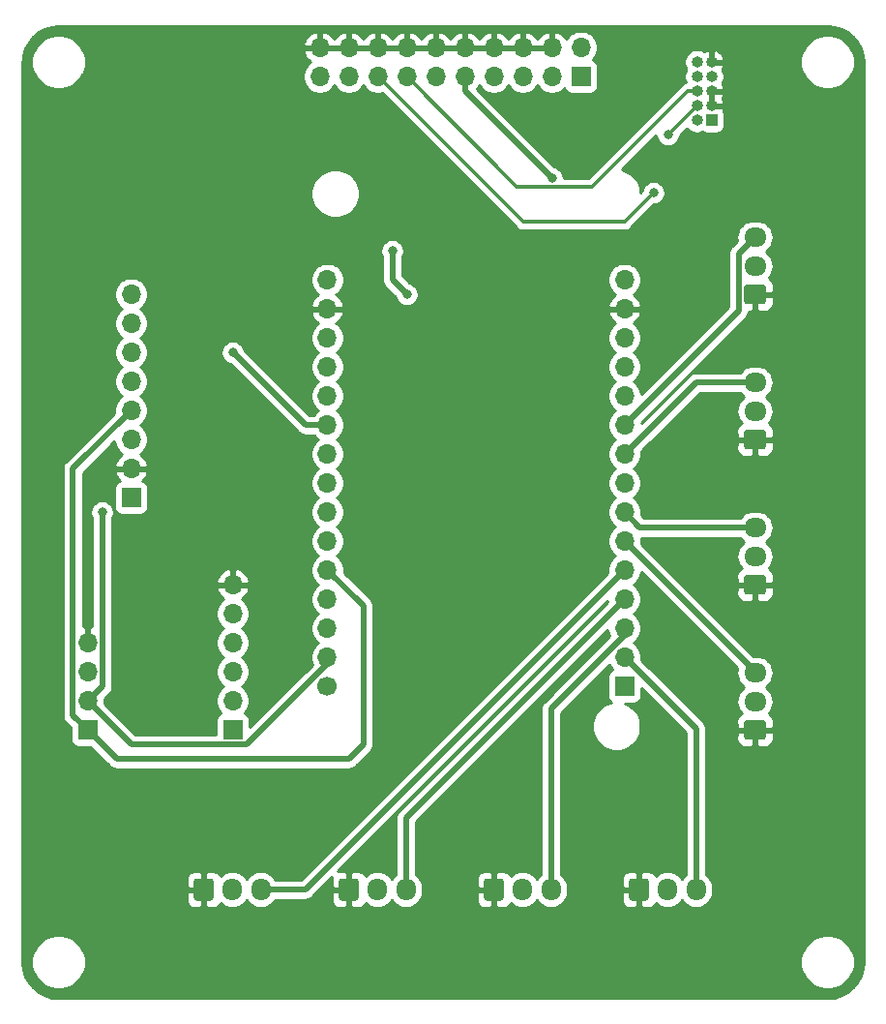
<source format=gbr>
%TF.GenerationSoftware,KiCad,Pcbnew,5.1.6*%
%TF.CreationDate,2020-08-26T17:45:01+02:00*%
%TF.ProjectId,PAF_controller,5041465f-636f-46e7-9472-6f6c6c65722e,rev?*%
%TF.SameCoordinates,Original*%
%TF.FileFunction,Copper,L2,Bot*%
%TF.FilePolarity,Positive*%
%FSLAX46Y46*%
G04 Gerber Fmt 4.6, Leading zero omitted, Abs format (unit mm)*
G04 Created by KiCad (PCBNEW 5.1.6) date 2020-08-26 17:45:01*
%MOMM*%
%LPD*%
G01*
G04 APERTURE LIST*
%TA.AperFunction,ComponentPad*%
%ADD10O,1.700000X1.700000*%
%TD*%
%TA.AperFunction,ComponentPad*%
%ADD11C,1.700000*%
%TD*%
%TA.AperFunction,ComponentPad*%
%ADD12R,1.700000X1.700000*%
%TD*%
%TA.AperFunction,ComponentPad*%
%ADD13O,1.950000X1.700000*%
%TD*%
%TA.AperFunction,ComponentPad*%
%ADD14O,1.700000X1.950000*%
%TD*%
%TA.AperFunction,ComponentPad*%
%ADD15O,1.000000X1.000000*%
%TD*%
%TA.AperFunction,ComponentPad*%
%ADD16R,1.000000X1.000000*%
%TD*%
%TA.AperFunction,ViaPad*%
%ADD17C,0.800000*%
%TD*%
%TA.AperFunction,Conductor*%
%ADD18C,0.500000*%
%TD*%
%TA.AperFunction,Conductor*%
%ADD19C,0.300000*%
%TD*%
%TA.AperFunction,Conductor*%
%ADD20C,0.254000*%
%TD*%
G04 APERTURE END LIST*
D10*
%TO.P,E1,25*%
%TO.N,SPI_MISO*%
X120050000Y-97790000D03*
%TO.P,E1,27*%
%TO.N,Net-(E1-Pad27)*%
X120050000Y-102870000D03*
%TO.P,E1,21*%
%TO.N,SCREEN_RESET*%
X120050000Y-87630000D03*
%TO.P,E1,17*%
%TO.N,GND*%
X120050000Y-77470000D03*
%TO.P,E1,19*%
%TO.N,Net-(E1-Pad19)*%
X120050000Y-82550000D03*
%TO.P,E1,26*%
%TO.N,I2C_SDA*%
X120050000Y-100330000D03*
%TO.P,E1,18*%
%TO.N,Debug_TDO*%
X120050000Y-80010000D03*
%TO.P,E1,28*%
%TO.N,Net-(E1-Pad28)*%
X120050000Y-105410000D03*
D11*
%TO.P,E1,30*%
%TO.N,SPI_MOSI*%
X120050000Y-110490000D03*
D10*
%TO.P,E1,22*%
%TO.N,Net-(E1-Pad22)*%
X120050000Y-90170000D03*
%TO.P,E1,23*%
%TO.N,SPI_CS*%
X120050000Y-92710000D03*
%TO.P,E1,20*%
%TO.N,Net-(E1-Pad20)*%
X120050000Y-85090000D03*
%TO.P,E1,24*%
%TO.N,SPI_CLK*%
X120050000Y-95250000D03*
%TO.P,E1,29*%
%TO.N,I2C_SCL*%
X120050000Y-107950000D03*
%TO.P,E1,16*%
%TO.N,LED_PORT_PWR*%
X120050000Y-74930000D03*
D12*
%TO.P,E1,1*%
%TO.N,Net-(E1-Pad1)*%
X146050000Y-110490000D03*
D10*
%TO.P,E1,2*%
%TO.N,LED_PWM_4*%
X146050000Y-107950000D03*
%TO.P,E1,3*%
%TO.N,LED_PWM_3*%
X146050000Y-105410000D03*
%TO.P,E1,4*%
%TO.N,LED_PWM_2*%
X146050000Y-102870000D03*
%TO.P,E1,5*%
%TO.N,LED_PWM_1*%
X146050000Y-100330000D03*
%TO.P,E1,6*%
%TO.N,LED_PWM_5*%
X146050000Y-97790000D03*
%TO.P,E1,7*%
%TO.N,LED_PWM_6*%
X146050000Y-95250000D03*
%TO.P,E1,8*%
%TO.N,Net-(E1-Pad8)*%
X146050000Y-92710000D03*
%TO.P,E1,9*%
%TO.N,LED_PWM_7*%
X146050000Y-90170000D03*
%TO.P,E1,10*%
%TO.N,LED_PWM_8*%
X146050000Y-87630000D03*
%TO.P,E1,11*%
%TO.N,Debug_TMS*%
X146050000Y-85090000D03*
%TO.P,E1,12*%
%TO.N,Debug_TDI*%
X146050000Y-82550000D03*
%TO.P,E1,13*%
%TO.N,Debug_TCK*%
X146050000Y-80010000D03*
%TO.P,E1,14*%
%TO.N,GND*%
X146050000Y-77470000D03*
%TO.P,E1,15*%
%TO.N,Net-(E1-Pad15)*%
X146050000Y-74930000D03*
%TD*%
D13*
%TO.P,J13,3*%
%TO.N,LED_PWM_7*%
X157480000Y-83900000D03*
%TO.P,J13,2*%
%TO.N,LED_PORT_PWR*%
X157480000Y-86400000D03*
%TO.P,J13,1*%
%TO.N,GND*%
%TA.AperFunction,ComponentPad*%
G36*
G01*
X158205000Y-89750000D02*
X156755000Y-89750000D01*
G75*
G02*
X156505000Y-89500000I0J250000D01*
G01*
X156505000Y-88300000D01*
G75*
G02*
X156755000Y-88050000I250000J0D01*
G01*
X158205000Y-88050000D01*
G75*
G02*
X158455000Y-88300000I0J-250000D01*
G01*
X158455000Y-89500000D01*
G75*
G02*
X158205000Y-89750000I-250000J0D01*
G01*
G37*
%TD.AperFunction*%
%TD*%
D14*
%TO.P,J12,3*%
%TO.N,LED_PWM_3*%
X139620000Y-128270000D03*
%TO.P,J12,2*%
%TO.N,LED_PORT_PWR*%
X137120000Y-128270000D03*
%TO.P,J12,1*%
%TO.N,GND*%
%TA.AperFunction,ComponentPad*%
G36*
G01*
X133770000Y-128995000D02*
X133770000Y-127545000D01*
G75*
G02*
X134020000Y-127295000I250000J0D01*
G01*
X135220000Y-127295000D01*
G75*
G02*
X135470000Y-127545000I0J-250000D01*
G01*
X135470000Y-128995000D01*
G75*
G02*
X135220000Y-129245000I-250000J0D01*
G01*
X134020000Y-129245000D01*
G75*
G02*
X133770000Y-128995000I0J250000D01*
G01*
G37*
%TD.AperFunction*%
%TD*%
D13*
%TO.P,J11,3*%
%TO.N,LED_PWM_8*%
X157480000Y-71200000D03*
%TO.P,J11,2*%
%TO.N,LED_PORT_PWR*%
X157480000Y-73700000D03*
%TO.P,J11,1*%
%TO.N,GND*%
%TA.AperFunction,ComponentPad*%
G36*
G01*
X158205000Y-77050000D02*
X156755000Y-77050000D01*
G75*
G02*
X156505000Y-76800000I0J250000D01*
G01*
X156505000Y-75600000D01*
G75*
G02*
X156755000Y-75350000I250000J0D01*
G01*
X158205000Y-75350000D01*
G75*
G02*
X158455000Y-75600000I0J-250000D01*
G01*
X158455000Y-76800000D01*
G75*
G02*
X158205000Y-77050000I-250000J0D01*
G01*
G37*
%TD.AperFunction*%
%TD*%
D14*
%TO.P,J10,3*%
%TO.N,LED_PWM_1*%
X114220000Y-128270000D03*
%TO.P,J10,2*%
%TO.N,LED_PORT_PWR*%
X111720000Y-128270000D03*
%TO.P,J10,1*%
%TO.N,GND*%
%TA.AperFunction,ComponentPad*%
G36*
G01*
X108370000Y-128995000D02*
X108370000Y-127545000D01*
G75*
G02*
X108620000Y-127295000I250000J0D01*
G01*
X109820000Y-127295000D01*
G75*
G02*
X110070000Y-127545000I0J-250000D01*
G01*
X110070000Y-128995000D01*
G75*
G02*
X109820000Y-129245000I-250000J0D01*
G01*
X108620000Y-129245000D01*
G75*
G02*
X108370000Y-128995000I0J250000D01*
G01*
G37*
%TD.AperFunction*%
%TD*%
%TO.P,J9,3*%
%TO.N,LED_PWM_2*%
X126920000Y-128270000D03*
%TO.P,J9,2*%
%TO.N,LED_PORT_PWR*%
X124420000Y-128270000D03*
%TO.P,J9,1*%
%TO.N,GND*%
%TA.AperFunction,ComponentPad*%
G36*
G01*
X121070000Y-128995000D02*
X121070000Y-127545000D01*
G75*
G02*
X121320000Y-127295000I250000J0D01*
G01*
X122520000Y-127295000D01*
G75*
G02*
X122770000Y-127545000I0J-250000D01*
G01*
X122770000Y-128995000D01*
G75*
G02*
X122520000Y-129245000I-250000J0D01*
G01*
X121320000Y-129245000D01*
G75*
G02*
X121070000Y-128995000I0J250000D01*
G01*
G37*
%TD.AperFunction*%
%TD*%
%TO.P,J8,3*%
%TO.N,LED_PWM_4*%
X152320000Y-128270000D03*
%TO.P,J8,2*%
%TO.N,LED_PORT_PWR*%
X149820000Y-128270000D03*
%TO.P,J8,1*%
%TO.N,GND*%
%TA.AperFunction,ComponentPad*%
G36*
G01*
X146470000Y-128995000D02*
X146470000Y-127545000D01*
G75*
G02*
X146720000Y-127295000I250000J0D01*
G01*
X147920000Y-127295000D01*
G75*
G02*
X148170000Y-127545000I0J-250000D01*
G01*
X148170000Y-128995000D01*
G75*
G02*
X147920000Y-129245000I-250000J0D01*
G01*
X146720000Y-129245000D01*
G75*
G02*
X146470000Y-128995000I0J250000D01*
G01*
G37*
%TD.AperFunction*%
%TD*%
D13*
%TO.P,J7,3*%
%TO.N,LED_PWM_6*%
X157480000Y-96600000D03*
%TO.P,J7,2*%
%TO.N,LED_PORT_PWR*%
X157480000Y-99100000D03*
%TO.P,J7,1*%
%TO.N,GND*%
%TA.AperFunction,ComponentPad*%
G36*
G01*
X158205000Y-102450000D02*
X156755000Y-102450000D01*
G75*
G02*
X156505000Y-102200000I0J250000D01*
G01*
X156505000Y-101000000D01*
G75*
G02*
X156755000Y-100750000I250000J0D01*
G01*
X158205000Y-100750000D01*
G75*
G02*
X158455000Y-101000000I0J-250000D01*
G01*
X158455000Y-102200000D01*
G75*
G02*
X158205000Y-102450000I-250000J0D01*
G01*
G37*
%TD.AperFunction*%
%TD*%
%TO.P,J6,3*%
%TO.N,LED_PWM_5*%
X157480000Y-109300000D03*
%TO.P,J6,2*%
%TO.N,LED_PORT_PWR*%
X157480000Y-111800000D03*
%TO.P,J6,1*%
%TO.N,GND*%
%TA.AperFunction,ComponentPad*%
G36*
G01*
X158205000Y-115150000D02*
X156755000Y-115150000D01*
G75*
G02*
X156505000Y-114900000I0J250000D01*
G01*
X156505000Y-113700000D01*
G75*
G02*
X156755000Y-113450000I250000J0D01*
G01*
X158205000Y-113450000D01*
G75*
G02*
X158455000Y-113700000I0J-250000D01*
G01*
X158455000Y-114900000D01*
G75*
G02*
X158205000Y-115150000I-250000J0D01*
G01*
G37*
%TD.AperFunction*%
%TD*%
D10*
%TO.P,J5,8*%
%TO.N,OLED_RES*%
X102870000Y-76200000D03*
%TO.P,J5,7*%
%TO.N,Net-(J5-Pad7)*%
X102870000Y-78740000D03*
%TO.P,J5,6*%
%TO.N,Net-(J5-Pad6)*%
X102870000Y-81280000D03*
%TO.P,J5,5*%
%TO.N,I2C_SCL*%
X102870000Y-83820000D03*
%TO.P,J5,4*%
%TO.N,I2C_SDA*%
X102870000Y-86360000D03*
%TO.P,J5,3*%
%TO.N,Net-(J5-Pad3)*%
X102870000Y-88900000D03*
%TO.P,J5,2*%
%TO.N,GND*%
X102870000Y-91440000D03*
D12*
%TO.P,J5,1*%
%TO.N,LED_PORT_PWR*%
X102870000Y-93980000D03*
%TD*%
D10*
%TO.P,J4,4*%
%TO.N,GND*%
X99060000Y-106680000D03*
%TO.P,J4,3*%
%TO.N,LED_PORT_PWR*%
X99060000Y-109220000D03*
%TO.P,J4,2*%
%TO.N,I2C_SCL*%
X99060000Y-111760000D03*
D12*
%TO.P,J4,1*%
%TO.N,I2C_SDA*%
X99060000Y-114300000D03*
%TD*%
D10*
%TO.P,J3,6*%
%TO.N,GND*%
X111760000Y-101600000D03*
%TO.P,J3,5*%
%TO.N,LED_PORT_PWR*%
X111760000Y-104140000D03*
%TO.P,J3,4*%
%TO.N,SPI_CS*%
X111760000Y-106680000D03*
%TO.P,J3,3*%
%TO.N,SPI_CLK*%
X111760000Y-109220000D03*
%TO.P,J3,2*%
%TO.N,SPI_MISO*%
X111760000Y-111760000D03*
D12*
%TO.P,J3,1*%
%TO.N,SPI_MOSI*%
X111760000Y-114300000D03*
%TD*%
D10*
%TO.P,J2,20*%
%TO.N,GND*%
X119380000Y-54610000D03*
%TO.P,J2,19*%
%TO.N,Net-(J2-Pad19)*%
X119380000Y-57150000D03*
%TO.P,J2,18*%
%TO.N,GND*%
X121920000Y-54610000D03*
%TO.P,J2,17*%
%TO.N,Net-(J2-Pad17)*%
X121920000Y-57150000D03*
%TO.P,J2,16*%
%TO.N,GND*%
X124460000Y-54610000D03*
%TO.P,J2,15*%
%TO.N,RF_EN*%
X124460000Y-57150000D03*
%TO.P,J2,14*%
%TO.N,GND*%
X127000000Y-54610000D03*
%TO.P,J2,13*%
%TO.N,Debug_TDO*%
X127000000Y-57150000D03*
%TO.P,J2,12*%
%TO.N,GND*%
X129540000Y-54610000D03*
%TO.P,J2,11*%
%TO.N,Net-(J2-Pad11)*%
X129540000Y-57150000D03*
%TO.P,J2,10*%
%TO.N,GND*%
X132080000Y-54610000D03*
%TO.P,J2,9*%
%TO.N,Debug_TCK*%
X132080000Y-57150000D03*
%TO.P,J2,8*%
%TO.N,GND*%
X134620000Y-54610000D03*
%TO.P,J2,7*%
%TO.N,Debug_TMS*%
X134620000Y-57150000D03*
%TO.P,J2,6*%
%TO.N,GND*%
X137160000Y-54610000D03*
%TO.P,J2,5*%
%TO.N,Debug_TDI*%
X137160000Y-57150000D03*
%TO.P,J2,4*%
%TO.N,GND*%
X139700000Y-54610000D03*
%TO.P,J2,3*%
%TO.N,Net-(J2-Pad3)*%
X139700000Y-57150000D03*
%TO.P,J2,2*%
%TO.N,Net-(J2-Pad2)*%
X142240000Y-54610000D03*
D12*
%TO.P,J2,1*%
%TO.N,LED_PORT_PWR*%
X142240000Y-57150000D03*
%TD*%
D15*
%TO.P,J1,10*%
%TO.N,RF_EN*%
X152400000Y-55880000D03*
%TO.P,J1,9*%
%TO.N,GND*%
X153670000Y-55880000D03*
%TO.P,J1,8*%
%TO.N,Debug_TDI*%
X152400000Y-57150000D03*
%TO.P,J1,7*%
%TO.N,Net-(J1-Pad7)*%
X153670000Y-57150000D03*
%TO.P,J1,6*%
%TO.N,Debug_TDO*%
X152400000Y-58420000D03*
%TO.P,J1,5*%
%TO.N,GND*%
X153670000Y-58420000D03*
%TO.P,J1,4*%
%TO.N,Debug_TCK*%
X152400000Y-59690000D03*
%TO.P,J1,3*%
%TO.N,GND*%
X153670000Y-59690000D03*
%TO.P,J1,2*%
%TO.N,Debug_TMS*%
X152400000Y-60960000D03*
D16*
%TO.P,J1,1*%
%TO.N,LED_PORT_PWR*%
X153670000Y-60960000D03*
%TD*%
D17*
%TO.N,SCREEN_RESET*%
X111760000Y-81280000D03*
%TO.N,GND*%
X106680000Y-55880000D03*
X102870000Y-63500000D03*
%TO.N,I2C_SCL*%
X100330000Y-95250000D03*
%TO.N,Net-(E1-Pad1)*%
X125730000Y-72390000D03*
X127000000Y-76200000D03*
%TO.N,Debug_TCK*%
X149860000Y-62230000D03*
X139700000Y-66040000D03*
%TO.N,RF_EN*%
X148590000Y-67310000D03*
%TD*%
D18*
%TO.N,SCREEN_RESET*%
X118110000Y-87630000D02*
X120050000Y-87630000D01*
X111760000Y-81280000D02*
X118110000Y-87630000D01*
%TO.N,I2C_SDA*%
X123190000Y-115570000D02*
X123190000Y-103470000D01*
X121920000Y-116840000D02*
X123190000Y-115570000D01*
X101600000Y-116840000D02*
X121920000Y-116840000D01*
X123190000Y-103470000D02*
X120050000Y-100330000D01*
X99060000Y-114300000D02*
X101600000Y-116840000D01*
X97759999Y-91470001D02*
X102870000Y-86360000D01*
X97759999Y-112999999D02*
X97759999Y-91470001D01*
X99060000Y-114300000D02*
X97759999Y-112999999D01*
D19*
%TO.N,Debug_TDO*%
X136640001Y-66790001D02*
X127000000Y-57150000D01*
X143211997Y-66790001D02*
X136640001Y-66790001D01*
X151581998Y-58420000D02*
X143211997Y-66790001D01*
X152400000Y-58420000D02*
X151581998Y-58420000D01*
D18*
%TO.N,I2C_SCL*%
X120050000Y-108520002D02*
X120050000Y-107950000D01*
X112970001Y-115600001D02*
X120050000Y-108520002D01*
X102900001Y-115600001D02*
X112970001Y-115600001D01*
X99060000Y-111760000D02*
X102900001Y-115600001D01*
X100360001Y-95280001D02*
X100330000Y-95250000D01*
X100360001Y-110459999D02*
X100360001Y-95280001D01*
X99060000Y-111760000D02*
X100360001Y-110459999D01*
%TO.N,Net-(E1-Pad1)*%
X125730000Y-74930000D02*
X127000000Y-76200000D01*
X125730000Y-72390000D02*
X125730000Y-74930000D01*
D19*
%TO.N,Debug_TCK*%
X152400000Y-59690000D02*
X149860000Y-62230000D01*
D18*
X132080000Y-58420000D02*
X139700000Y-66040000D01*
X132080000Y-57150000D02*
X132080000Y-58420000D01*
D19*
%TO.N,RF_EN*%
X124460000Y-57150000D02*
X137160000Y-69850000D01*
X146050000Y-69850000D02*
X148590000Y-67310000D01*
X137160000Y-69850000D02*
X146050000Y-69850000D01*
D18*
%TO.N,LED_PWM_2*%
X126920000Y-122000000D02*
X126920000Y-128270000D01*
X146050000Y-102870000D02*
X126920000Y-122000000D01*
%TO.N,LED_PWM_1*%
X118110000Y-128270000D02*
X146050000Y-100330000D01*
X114220000Y-128270000D02*
X118110000Y-128270000D01*
%TO.N,LED_PWM_4*%
X152320000Y-114220000D02*
X146050000Y-107950000D01*
X152320000Y-128270000D02*
X152320000Y-114220000D01*
%TO.N,LED_PWM_3*%
X146050000Y-106025998D02*
X146050000Y-105410000D01*
X139620000Y-112455998D02*
X146050000Y-106025998D01*
X139620000Y-128270000D02*
X139620000Y-112455998D01*
%TO.N,LED_PWM_6*%
X147400000Y-96600000D02*
X146050000Y-95250000D01*
X157480000Y-96600000D02*
X147400000Y-96600000D01*
%TO.N,LED_PWM_5*%
X157480000Y-109220000D02*
X146050000Y-97790000D01*
X157480000Y-109300000D02*
X157480000Y-109220000D01*
%TO.N,LED_PWM_8*%
X156054990Y-72625010D02*
X156054990Y-77625010D01*
X156054990Y-77625010D02*
X146050000Y-87630000D01*
X157480000Y-71200000D02*
X156054990Y-72625010D01*
%TO.N,LED_PWM_7*%
X152320000Y-83900000D02*
X146050000Y-90170000D01*
X157480000Y-83900000D02*
X152320000Y-83900000D01*
%TD*%
D20*
%TO.N,GND*%
G36*
X164441222Y-52793096D02*
G01*
X165029164Y-52970606D01*
X165571436Y-53258937D01*
X166047364Y-53647094D01*
X166438845Y-54120314D01*
X166730951Y-54660552D01*
X166912563Y-55247244D01*
X166980000Y-55888879D01*
X166980001Y-134587711D01*
X166916904Y-135231221D01*
X166739394Y-135819164D01*
X166451063Y-136361436D01*
X166062906Y-136837364D01*
X165589686Y-137228845D01*
X165049449Y-137520950D01*
X164462756Y-137702563D01*
X163821130Y-137770000D01*
X96552279Y-137770000D01*
X95908779Y-137706904D01*
X95320836Y-137529394D01*
X94778564Y-137241063D01*
X94302636Y-136852906D01*
X93911155Y-136379686D01*
X93619050Y-135839449D01*
X93437437Y-135252756D01*
X93370000Y-134611130D01*
X93370000Y-134385098D01*
X94135000Y-134385098D01*
X94135000Y-134854902D01*
X94226654Y-135315679D01*
X94406440Y-135749721D01*
X94667450Y-136140349D01*
X94999651Y-136472550D01*
X95390279Y-136733560D01*
X95824321Y-136913346D01*
X96285098Y-137005000D01*
X96754902Y-137005000D01*
X97215679Y-136913346D01*
X97649721Y-136733560D01*
X98040349Y-136472550D01*
X98372550Y-136140349D01*
X98633560Y-135749721D01*
X98813346Y-135315679D01*
X98905000Y-134854902D01*
X98905000Y-134385098D01*
X161445000Y-134385098D01*
X161445000Y-134854902D01*
X161536654Y-135315679D01*
X161716440Y-135749721D01*
X161977450Y-136140349D01*
X162309651Y-136472550D01*
X162700279Y-136733560D01*
X163134321Y-136913346D01*
X163595098Y-137005000D01*
X164064902Y-137005000D01*
X164525679Y-136913346D01*
X164959721Y-136733560D01*
X165350349Y-136472550D01*
X165682550Y-136140349D01*
X165943560Y-135749721D01*
X166123346Y-135315679D01*
X166215000Y-134854902D01*
X166215000Y-134385098D01*
X166123346Y-133924321D01*
X165943560Y-133490279D01*
X165682550Y-133099651D01*
X165350349Y-132767450D01*
X164959721Y-132506440D01*
X164525679Y-132326654D01*
X164064902Y-132235000D01*
X163595098Y-132235000D01*
X163134321Y-132326654D01*
X162700279Y-132506440D01*
X162309651Y-132767450D01*
X161977450Y-133099651D01*
X161716440Y-133490279D01*
X161536654Y-133924321D01*
X161445000Y-134385098D01*
X98905000Y-134385098D01*
X98813346Y-133924321D01*
X98633560Y-133490279D01*
X98372550Y-133099651D01*
X98040349Y-132767450D01*
X97649721Y-132506440D01*
X97215679Y-132326654D01*
X96754902Y-132235000D01*
X96285098Y-132235000D01*
X95824321Y-132326654D01*
X95390279Y-132506440D01*
X94999651Y-132767450D01*
X94667450Y-133099651D01*
X94406440Y-133490279D01*
X94226654Y-133924321D01*
X94135000Y-134385098D01*
X93370000Y-134385098D01*
X93370000Y-129245000D01*
X107731928Y-129245000D01*
X107744188Y-129369482D01*
X107780498Y-129489180D01*
X107839463Y-129599494D01*
X107918815Y-129696185D01*
X108015506Y-129775537D01*
X108125820Y-129834502D01*
X108245518Y-129870812D01*
X108370000Y-129883072D01*
X108934250Y-129880000D01*
X109093000Y-129721250D01*
X109093000Y-128397000D01*
X107893750Y-128397000D01*
X107735000Y-128555750D01*
X107731928Y-129245000D01*
X93370000Y-129245000D01*
X93370000Y-127295000D01*
X107731928Y-127295000D01*
X107735000Y-127984250D01*
X107893750Y-128143000D01*
X109093000Y-128143000D01*
X109093000Y-126818750D01*
X109347000Y-126818750D01*
X109347000Y-128143000D01*
X109367000Y-128143000D01*
X109367000Y-128397000D01*
X109347000Y-128397000D01*
X109347000Y-129721250D01*
X109505750Y-129880000D01*
X110070000Y-129883072D01*
X110194482Y-129870812D01*
X110314180Y-129834502D01*
X110424494Y-129775537D01*
X110521185Y-129696185D01*
X110600537Y-129599494D01*
X110659502Y-129489180D01*
X110670055Y-129454392D01*
X110890987Y-129635706D01*
X111148967Y-129773599D01*
X111428890Y-129858513D01*
X111720000Y-129887185D01*
X112011111Y-129858513D01*
X112291034Y-129773599D01*
X112549014Y-129635706D01*
X112775134Y-129450134D01*
X112960706Y-129224014D01*
X112970000Y-129206626D01*
X112979294Y-129224014D01*
X113164866Y-129450134D01*
X113390987Y-129635706D01*
X113648967Y-129773599D01*
X113928890Y-129858513D01*
X114220000Y-129887185D01*
X114511111Y-129858513D01*
X114791034Y-129773599D01*
X115049014Y-129635706D01*
X115275134Y-129450134D01*
X115443483Y-129245000D01*
X120431928Y-129245000D01*
X120444188Y-129369482D01*
X120480498Y-129489180D01*
X120539463Y-129599494D01*
X120618815Y-129696185D01*
X120715506Y-129775537D01*
X120825820Y-129834502D01*
X120945518Y-129870812D01*
X121070000Y-129883072D01*
X121634250Y-129880000D01*
X121793000Y-129721250D01*
X121793000Y-128397000D01*
X120593750Y-128397000D01*
X120435000Y-128555750D01*
X120431928Y-129245000D01*
X115443483Y-129245000D01*
X115460706Y-129224014D01*
X115497595Y-129155000D01*
X118066531Y-129155000D01*
X118110000Y-129159281D01*
X118153469Y-129155000D01*
X118153477Y-129155000D01*
X118283490Y-129142195D01*
X118450313Y-129091589D01*
X118604059Y-129009411D01*
X118738817Y-128898817D01*
X118766534Y-128865044D01*
X120442345Y-127189233D01*
X120431928Y-127295000D01*
X120435000Y-127984250D01*
X120593750Y-128143000D01*
X121793000Y-128143000D01*
X121793000Y-126818750D01*
X121634250Y-126660000D01*
X121070000Y-126656928D01*
X120964233Y-126667345D01*
X144573349Y-103058230D01*
X144579461Y-103088960D01*
X126324956Y-121343466D01*
X126291183Y-121371183D01*
X126180589Y-121505942D01*
X126098411Y-121659688D01*
X126047805Y-121826511D01*
X126035000Y-121956524D01*
X126035000Y-121956531D01*
X126030719Y-122000000D01*
X126035000Y-122043469D01*
X126035001Y-126950240D01*
X125864866Y-127089866D01*
X125679294Y-127315987D01*
X125670000Y-127333374D01*
X125660706Y-127315986D01*
X125475134Y-127089866D01*
X125249013Y-126904294D01*
X124991033Y-126766401D01*
X124711110Y-126681487D01*
X124420000Y-126652815D01*
X124128889Y-126681487D01*
X123848966Y-126766401D01*
X123590986Y-126904294D01*
X123370055Y-127085608D01*
X123359502Y-127050820D01*
X123300537Y-126940506D01*
X123221185Y-126843815D01*
X123124494Y-126764463D01*
X123014180Y-126705498D01*
X122894482Y-126669188D01*
X122770000Y-126656928D01*
X122205750Y-126660000D01*
X122047000Y-126818750D01*
X122047000Y-128143000D01*
X122067000Y-128143000D01*
X122067000Y-128397000D01*
X122047000Y-128397000D01*
X122047000Y-129721250D01*
X122205750Y-129880000D01*
X122770000Y-129883072D01*
X122894482Y-129870812D01*
X123014180Y-129834502D01*
X123124494Y-129775537D01*
X123221185Y-129696185D01*
X123300537Y-129599494D01*
X123359502Y-129489180D01*
X123370055Y-129454392D01*
X123590987Y-129635706D01*
X123848967Y-129773599D01*
X124128890Y-129858513D01*
X124420000Y-129887185D01*
X124711111Y-129858513D01*
X124991034Y-129773599D01*
X125249014Y-129635706D01*
X125475134Y-129450134D01*
X125660706Y-129224014D01*
X125670000Y-129206626D01*
X125679294Y-129224014D01*
X125864866Y-129450134D01*
X126090987Y-129635706D01*
X126348967Y-129773599D01*
X126628890Y-129858513D01*
X126920000Y-129887185D01*
X127211111Y-129858513D01*
X127491034Y-129773599D01*
X127749014Y-129635706D01*
X127975134Y-129450134D01*
X128143483Y-129245000D01*
X133131928Y-129245000D01*
X133144188Y-129369482D01*
X133180498Y-129489180D01*
X133239463Y-129599494D01*
X133318815Y-129696185D01*
X133415506Y-129775537D01*
X133525820Y-129834502D01*
X133645518Y-129870812D01*
X133770000Y-129883072D01*
X134334250Y-129880000D01*
X134493000Y-129721250D01*
X134493000Y-128397000D01*
X133293750Y-128397000D01*
X133135000Y-128555750D01*
X133131928Y-129245000D01*
X128143483Y-129245000D01*
X128160706Y-129224014D01*
X128298599Y-128966033D01*
X128383513Y-128686110D01*
X128405000Y-128467949D01*
X128405000Y-128072050D01*
X128383513Y-127853889D01*
X128298599Y-127573966D01*
X128160706Y-127315986D01*
X128143484Y-127295000D01*
X133131928Y-127295000D01*
X133135000Y-127984250D01*
X133293750Y-128143000D01*
X134493000Y-128143000D01*
X134493000Y-126818750D01*
X134334250Y-126660000D01*
X133770000Y-126656928D01*
X133645518Y-126669188D01*
X133525820Y-126705498D01*
X133415506Y-126764463D01*
X133318815Y-126843815D01*
X133239463Y-126940506D01*
X133180498Y-127050820D01*
X133144188Y-127170518D01*
X133131928Y-127295000D01*
X128143484Y-127295000D01*
X127975134Y-127089866D01*
X127805000Y-126950241D01*
X127805000Y-122366578D01*
X144573348Y-105598230D01*
X144622068Y-105843158D01*
X144727273Y-106097146D01*
X139024952Y-111799468D01*
X138991184Y-111827181D01*
X138963471Y-111860949D01*
X138963468Y-111860952D01*
X138880590Y-111961939D01*
X138798412Y-112115685D01*
X138747805Y-112282508D01*
X138730719Y-112455998D01*
X138735001Y-112499477D01*
X138735000Y-126950240D01*
X138564866Y-127089866D01*
X138379294Y-127315987D01*
X138370000Y-127333374D01*
X138360706Y-127315986D01*
X138175134Y-127089866D01*
X137949013Y-126904294D01*
X137691033Y-126766401D01*
X137411110Y-126681487D01*
X137120000Y-126652815D01*
X136828889Y-126681487D01*
X136548966Y-126766401D01*
X136290986Y-126904294D01*
X136070055Y-127085608D01*
X136059502Y-127050820D01*
X136000537Y-126940506D01*
X135921185Y-126843815D01*
X135824494Y-126764463D01*
X135714180Y-126705498D01*
X135594482Y-126669188D01*
X135470000Y-126656928D01*
X134905750Y-126660000D01*
X134747000Y-126818750D01*
X134747000Y-128143000D01*
X134767000Y-128143000D01*
X134767000Y-128397000D01*
X134747000Y-128397000D01*
X134747000Y-129721250D01*
X134905750Y-129880000D01*
X135470000Y-129883072D01*
X135594482Y-129870812D01*
X135714180Y-129834502D01*
X135824494Y-129775537D01*
X135921185Y-129696185D01*
X136000537Y-129599494D01*
X136059502Y-129489180D01*
X136070055Y-129454392D01*
X136290987Y-129635706D01*
X136548967Y-129773599D01*
X136828890Y-129858513D01*
X137120000Y-129887185D01*
X137411111Y-129858513D01*
X137691034Y-129773599D01*
X137949014Y-129635706D01*
X138175134Y-129450134D01*
X138360706Y-129224014D01*
X138370000Y-129206626D01*
X138379294Y-129224014D01*
X138564866Y-129450134D01*
X138790987Y-129635706D01*
X139048967Y-129773599D01*
X139328890Y-129858513D01*
X139620000Y-129887185D01*
X139911111Y-129858513D01*
X140191034Y-129773599D01*
X140449014Y-129635706D01*
X140675134Y-129450134D01*
X140843483Y-129245000D01*
X145831928Y-129245000D01*
X145844188Y-129369482D01*
X145880498Y-129489180D01*
X145939463Y-129599494D01*
X146018815Y-129696185D01*
X146115506Y-129775537D01*
X146225820Y-129834502D01*
X146345518Y-129870812D01*
X146470000Y-129883072D01*
X147034250Y-129880000D01*
X147193000Y-129721250D01*
X147193000Y-128397000D01*
X145993750Y-128397000D01*
X145835000Y-128555750D01*
X145831928Y-129245000D01*
X140843483Y-129245000D01*
X140860706Y-129224014D01*
X140998599Y-128966033D01*
X141083513Y-128686110D01*
X141105000Y-128467949D01*
X141105000Y-128072050D01*
X141083513Y-127853889D01*
X140998599Y-127573966D01*
X140860706Y-127315986D01*
X140843484Y-127295000D01*
X145831928Y-127295000D01*
X145835000Y-127984250D01*
X145993750Y-128143000D01*
X147193000Y-128143000D01*
X147193000Y-126818750D01*
X147034250Y-126660000D01*
X146470000Y-126656928D01*
X146345518Y-126669188D01*
X146225820Y-126705498D01*
X146115506Y-126764463D01*
X146018815Y-126843815D01*
X145939463Y-126940506D01*
X145880498Y-127050820D01*
X145844188Y-127170518D01*
X145831928Y-127295000D01*
X140843484Y-127295000D01*
X140675134Y-127089866D01*
X140505000Y-126950241D01*
X140505000Y-112822576D01*
X144716482Y-108611095D01*
X144734010Y-108653411D01*
X144896525Y-108896632D01*
X145028380Y-109028487D01*
X144955820Y-109050498D01*
X144845506Y-109109463D01*
X144748815Y-109188815D01*
X144669463Y-109285506D01*
X144610498Y-109395820D01*
X144574188Y-109515518D01*
X144561928Y-109640000D01*
X144561928Y-111340000D01*
X144574188Y-111464482D01*
X144610498Y-111584180D01*
X144669463Y-111694494D01*
X144748815Y-111791185D01*
X144845506Y-111870537D01*
X144904116Y-111901865D01*
X144727244Y-111937047D01*
X144338698Y-112097988D01*
X143989017Y-112331637D01*
X143691637Y-112629017D01*
X143457988Y-112978698D01*
X143297047Y-113367244D01*
X143215000Y-113779721D01*
X143215000Y-114200279D01*
X143297047Y-114612756D01*
X143457988Y-115001302D01*
X143691637Y-115350983D01*
X143989017Y-115648363D01*
X144338698Y-115882012D01*
X144727244Y-116042953D01*
X145139721Y-116125000D01*
X145560279Y-116125000D01*
X145972756Y-116042953D01*
X146361302Y-115882012D01*
X146710983Y-115648363D01*
X147008363Y-115350983D01*
X147242012Y-115001302D01*
X147402953Y-114612756D01*
X147485000Y-114200279D01*
X147485000Y-113779721D01*
X147402953Y-113367244D01*
X147242012Y-112978698D01*
X147008363Y-112629017D01*
X146710983Y-112331637D01*
X146361302Y-112097988D01*
X146071799Y-111978072D01*
X146900000Y-111978072D01*
X147024482Y-111965812D01*
X147144180Y-111929502D01*
X147254494Y-111870537D01*
X147351185Y-111791185D01*
X147430537Y-111694494D01*
X147489502Y-111584180D01*
X147525812Y-111464482D01*
X147538072Y-111340000D01*
X147538072Y-110689650D01*
X151435001Y-114586580D01*
X151435000Y-126950240D01*
X151264866Y-127089866D01*
X151079294Y-127315987D01*
X151070000Y-127333374D01*
X151060706Y-127315986D01*
X150875134Y-127089866D01*
X150649013Y-126904294D01*
X150391033Y-126766401D01*
X150111110Y-126681487D01*
X149820000Y-126652815D01*
X149528889Y-126681487D01*
X149248966Y-126766401D01*
X148990986Y-126904294D01*
X148770055Y-127085608D01*
X148759502Y-127050820D01*
X148700537Y-126940506D01*
X148621185Y-126843815D01*
X148524494Y-126764463D01*
X148414180Y-126705498D01*
X148294482Y-126669188D01*
X148170000Y-126656928D01*
X147605750Y-126660000D01*
X147447000Y-126818750D01*
X147447000Y-128143000D01*
X147467000Y-128143000D01*
X147467000Y-128397000D01*
X147447000Y-128397000D01*
X147447000Y-129721250D01*
X147605750Y-129880000D01*
X148170000Y-129883072D01*
X148294482Y-129870812D01*
X148414180Y-129834502D01*
X148524494Y-129775537D01*
X148621185Y-129696185D01*
X148700537Y-129599494D01*
X148759502Y-129489180D01*
X148770055Y-129454392D01*
X148990987Y-129635706D01*
X149248967Y-129773599D01*
X149528890Y-129858513D01*
X149820000Y-129887185D01*
X150111111Y-129858513D01*
X150391034Y-129773599D01*
X150649014Y-129635706D01*
X150875134Y-129450134D01*
X151060706Y-129224014D01*
X151070000Y-129206626D01*
X151079294Y-129224014D01*
X151264866Y-129450134D01*
X151490987Y-129635706D01*
X151748967Y-129773599D01*
X152028890Y-129858513D01*
X152320000Y-129887185D01*
X152611111Y-129858513D01*
X152891034Y-129773599D01*
X153149014Y-129635706D01*
X153375134Y-129450134D01*
X153560706Y-129224014D01*
X153698599Y-128966033D01*
X153783513Y-128686110D01*
X153805000Y-128467949D01*
X153805000Y-128072050D01*
X153783513Y-127853889D01*
X153698599Y-127573966D01*
X153560706Y-127315986D01*
X153375134Y-127089866D01*
X153205000Y-126950241D01*
X153205000Y-115150000D01*
X155866928Y-115150000D01*
X155879188Y-115274482D01*
X155915498Y-115394180D01*
X155974463Y-115504494D01*
X156053815Y-115601185D01*
X156150506Y-115680537D01*
X156260820Y-115739502D01*
X156380518Y-115775812D01*
X156505000Y-115788072D01*
X157194250Y-115785000D01*
X157353000Y-115626250D01*
X157353000Y-114427000D01*
X157607000Y-114427000D01*
X157607000Y-115626250D01*
X157765750Y-115785000D01*
X158455000Y-115788072D01*
X158579482Y-115775812D01*
X158699180Y-115739502D01*
X158809494Y-115680537D01*
X158906185Y-115601185D01*
X158985537Y-115504494D01*
X159044502Y-115394180D01*
X159080812Y-115274482D01*
X159093072Y-115150000D01*
X159090000Y-114585750D01*
X158931250Y-114427000D01*
X157607000Y-114427000D01*
X157353000Y-114427000D01*
X156028750Y-114427000D01*
X155870000Y-114585750D01*
X155866928Y-115150000D01*
X153205000Y-115150000D01*
X153205000Y-114263466D01*
X153209281Y-114219999D01*
X153205000Y-114176533D01*
X153205000Y-114176523D01*
X153192195Y-114046510D01*
X153141589Y-113879687D01*
X153059411Y-113725941D01*
X152948817Y-113591183D01*
X152915049Y-113563470D01*
X147520539Y-108168961D01*
X147535000Y-108096260D01*
X147535000Y-107803740D01*
X147477932Y-107516842D01*
X147365990Y-107246589D01*
X147203475Y-107003368D01*
X146996632Y-106796525D01*
X146822240Y-106680000D01*
X146996632Y-106563475D01*
X147203475Y-106356632D01*
X147365990Y-106113411D01*
X147477932Y-105843158D01*
X147535000Y-105556260D01*
X147535000Y-105263740D01*
X147477932Y-104976842D01*
X147365990Y-104706589D01*
X147203475Y-104463368D01*
X146996632Y-104256525D01*
X146822240Y-104140000D01*
X146996632Y-104023475D01*
X147203475Y-103816632D01*
X147365990Y-103573411D01*
X147477932Y-103303158D01*
X147535000Y-103016260D01*
X147535000Y-102723740D01*
X147477932Y-102436842D01*
X147365990Y-102166589D01*
X147203475Y-101923368D01*
X146996632Y-101716525D01*
X146822240Y-101600000D01*
X146996632Y-101483475D01*
X147203475Y-101276632D01*
X147365990Y-101033411D01*
X147477932Y-100763158D01*
X147526652Y-100518230D01*
X155920772Y-108912351D01*
X155891487Y-109008889D01*
X155862815Y-109300000D01*
X155891487Y-109591111D01*
X155976401Y-109871034D01*
X156114294Y-110129014D01*
X156299866Y-110355134D01*
X156525986Y-110540706D01*
X156543374Y-110550000D01*
X156525986Y-110559294D01*
X156299866Y-110744866D01*
X156114294Y-110970986D01*
X155976401Y-111228966D01*
X155891487Y-111508889D01*
X155862815Y-111800000D01*
X155891487Y-112091111D01*
X155976401Y-112371034D01*
X156114294Y-112629014D01*
X156295608Y-112849945D01*
X156260820Y-112860498D01*
X156150506Y-112919463D01*
X156053815Y-112998815D01*
X155974463Y-113095506D01*
X155915498Y-113205820D01*
X155879188Y-113325518D01*
X155866928Y-113450000D01*
X155870000Y-114014250D01*
X156028750Y-114173000D01*
X157353000Y-114173000D01*
X157353000Y-114153000D01*
X157607000Y-114153000D01*
X157607000Y-114173000D01*
X158931250Y-114173000D01*
X159090000Y-114014250D01*
X159093072Y-113450000D01*
X159080812Y-113325518D01*
X159044502Y-113205820D01*
X158985537Y-113095506D01*
X158906185Y-112998815D01*
X158809494Y-112919463D01*
X158699180Y-112860498D01*
X158664392Y-112849945D01*
X158845706Y-112629014D01*
X158983599Y-112371034D01*
X159068513Y-112091111D01*
X159097185Y-111800000D01*
X159068513Y-111508889D01*
X158983599Y-111228966D01*
X158845706Y-110970986D01*
X158660134Y-110744866D01*
X158434014Y-110559294D01*
X158416626Y-110550000D01*
X158434014Y-110540706D01*
X158660134Y-110355134D01*
X158845706Y-110129014D01*
X158983599Y-109871034D01*
X159068513Y-109591111D01*
X159097185Y-109300000D01*
X159068513Y-109008889D01*
X158983599Y-108728966D01*
X158845706Y-108470986D01*
X158660134Y-108244866D01*
X158434014Y-108059294D01*
X158176034Y-107921401D01*
X157896111Y-107836487D01*
X157677950Y-107815000D01*
X157326579Y-107815000D01*
X151961579Y-102450000D01*
X155866928Y-102450000D01*
X155879188Y-102574482D01*
X155915498Y-102694180D01*
X155974463Y-102804494D01*
X156053815Y-102901185D01*
X156150506Y-102980537D01*
X156260820Y-103039502D01*
X156380518Y-103075812D01*
X156505000Y-103088072D01*
X157194250Y-103085000D01*
X157353000Y-102926250D01*
X157353000Y-101727000D01*
X157607000Y-101727000D01*
X157607000Y-102926250D01*
X157765750Y-103085000D01*
X158455000Y-103088072D01*
X158579482Y-103075812D01*
X158699180Y-103039502D01*
X158809494Y-102980537D01*
X158906185Y-102901185D01*
X158985537Y-102804494D01*
X159044502Y-102694180D01*
X159080812Y-102574482D01*
X159093072Y-102450000D01*
X159090000Y-101885750D01*
X158931250Y-101727000D01*
X157607000Y-101727000D01*
X157353000Y-101727000D01*
X156028750Y-101727000D01*
X155870000Y-101885750D01*
X155866928Y-102450000D01*
X151961579Y-102450000D01*
X147520539Y-98008961D01*
X147535000Y-97936260D01*
X147535000Y-97643740D01*
X147503424Y-97485000D01*
X156160241Y-97485000D01*
X156299866Y-97655134D01*
X156525986Y-97840706D01*
X156543374Y-97850000D01*
X156525986Y-97859294D01*
X156299866Y-98044866D01*
X156114294Y-98270986D01*
X155976401Y-98528966D01*
X155891487Y-98808889D01*
X155862815Y-99100000D01*
X155891487Y-99391111D01*
X155976401Y-99671034D01*
X156114294Y-99929014D01*
X156295608Y-100149945D01*
X156260820Y-100160498D01*
X156150506Y-100219463D01*
X156053815Y-100298815D01*
X155974463Y-100395506D01*
X155915498Y-100505820D01*
X155879188Y-100625518D01*
X155866928Y-100750000D01*
X155870000Y-101314250D01*
X156028750Y-101473000D01*
X157353000Y-101473000D01*
X157353000Y-101453000D01*
X157607000Y-101453000D01*
X157607000Y-101473000D01*
X158931250Y-101473000D01*
X159090000Y-101314250D01*
X159093072Y-100750000D01*
X159080812Y-100625518D01*
X159044502Y-100505820D01*
X158985537Y-100395506D01*
X158906185Y-100298815D01*
X158809494Y-100219463D01*
X158699180Y-100160498D01*
X158664392Y-100149945D01*
X158845706Y-99929014D01*
X158983599Y-99671034D01*
X159068513Y-99391111D01*
X159097185Y-99100000D01*
X159068513Y-98808889D01*
X158983599Y-98528966D01*
X158845706Y-98270986D01*
X158660134Y-98044866D01*
X158434014Y-97859294D01*
X158416626Y-97850000D01*
X158434014Y-97840706D01*
X158660134Y-97655134D01*
X158845706Y-97429014D01*
X158983599Y-97171034D01*
X159068513Y-96891111D01*
X159097185Y-96600000D01*
X159068513Y-96308889D01*
X158983599Y-96028966D01*
X158845706Y-95770986D01*
X158660134Y-95544866D01*
X158434014Y-95359294D01*
X158176034Y-95221401D01*
X157896111Y-95136487D01*
X157677950Y-95115000D01*
X157282050Y-95115000D01*
X157063889Y-95136487D01*
X156783966Y-95221401D01*
X156525986Y-95359294D01*
X156299866Y-95544866D01*
X156160241Y-95715000D01*
X147766579Y-95715000D01*
X147520539Y-95468960D01*
X147535000Y-95396260D01*
X147535000Y-95103740D01*
X147477932Y-94816842D01*
X147365990Y-94546589D01*
X147203475Y-94303368D01*
X146996632Y-94096525D01*
X146822240Y-93980000D01*
X146996632Y-93863475D01*
X147203475Y-93656632D01*
X147365990Y-93413411D01*
X147477932Y-93143158D01*
X147535000Y-92856260D01*
X147535000Y-92563740D01*
X147477932Y-92276842D01*
X147365990Y-92006589D01*
X147203475Y-91763368D01*
X146996632Y-91556525D01*
X146822240Y-91440000D01*
X146996632Y-91323475D01*
X147203475Y-91116632D01*
X147365990Y-90873411D01*
X147477932Y-90603158D01*
X147535000Y-90316260D01*
X147535000Y-90023740D01*
X147520539Y-89951039D01*
X147721578Y-89750000D01*
X155866928Y-89750000D01*
X155879188Y-89874482D01*
X155915498Y-89994180D01*
X155974463Y-90104494D01*
X156053815Y-90201185D01*
X156150506Y-90280537D01*
X156260820Y-90339502D01*
X156380518Y-90375812D01*
X156505000Y-90388072D01*
X157194250Y-90385000D01*
X157353000Y-90226250D01*
X157353000Y-89027000D01*
X157607000Y-89027000D01*
X157607000Y-90226250D01*
X157765750Y-90385000D01*
X158455000Y-90388072D01*
X158579482Y-90375812D01*
X158699180Y-90339502D01*
X158809494Y-90280537D01*
X158906185Y-90201185D01*
X158985537Y-90104494D01*
X159044502Y-89994180D01*
X159080812Y-89874482D01*
X159093072Y-89750000D01*
X159090000Y-89185750D01*
X158931250Y-89027000D01*
X157607000Y-89027000D01*
X157353000Y-89027000D01*
X156028750Y-89027000D01*
X155870000Y-89185750D01*
X155866928Y-89750000D01*
X147721578Y-89750000D01*
X152686579Y-84785000D01*
X156160241Y-84785000D01*
X156299866Y-84955134D01*
X156525986Y-85140706D01*
X156543374Y-85150000D01*
X156525986Y-85159294D01*
X156299866Y-85344866D01*
X156114294Y-85570986D01*
X155976401Y-85828966D01*
X155891487Y-86108889D01*
X155862815Y-86400000D01*
X155891487Y-86691111D01*
X155976401Y-86971034D01*
X156114294Y-87229014D01*
X156295608Y-87449945D01*
X156260820Y-87460498D01*
X156150506Y-87519463D01*
X156053815Y-87598815D01*
X155974463Y-87695506D01*
X155915498Y-87805820D01*
X155879188Y-87925518D01*
X155866928Y-88050000D01*
X155870000Y-88614250D01*
X156028750Y-88773000D01*
X157353000Y-88773000D01*
X157353000Y-88753000D01*
X157607000Y-88753000D01*
X157607000Y-88773000D01*
X158931250Y-88773000D01*
X159090000Y-88614250D01*
X159093072Y-88050000D01*
X159080812Y-87925518D01*
X159044502Y-87805820D01*
X158985537Y-87695506D01*
X158906185Y-87598815D01*
X158809494Y-87519463D01*
X158699180Y-87460498D01*
X158664392Y-87449945D01*
X158845706Y-87229014D01*
X158983599Y-86971034D01*
X159068513Y-86691111D01*
X159097185Y-86400000D01*
X159068513Y-86108889D01*
X158983599Y-85828966D01*
X158845706Y-85570986D01*
X158660134Y-85344866D01*
X158434014Y-85159294D01*
X158416626Y-85150000D01*
X158434014Y-85140706D01*
X158660134Y-84955134D01*
X158845706Y-84729014D01*
X158983599Y-84471034D01*
X159068513Y-84191111D01*
X159097185Y-83900000D01*
X159068513Y-83608889D01*
X158983599Y-83328966D01*
X158845706Y-83070986D01*
X158660134Y-82844866D01*
X158434014Y-82659294D01*
X158176034Y-82521401D01*
X157896111Y-82436487D01*
X157677950Y-82415000D01*
X157282050Y-82415000D01*
X157063889Y-82436487D01*
X156783966Y-82521401D01*
X156525986Y-82659294D01*
X156299866Y-82844866D01*
X156160241Y-83015000D01*
X152363466Y-83015000D01*
X152319999Y-83010719D01*
X152276533Y-83015000D01*
X152276523Y-83015000D01*
X152146510Y-83027805D01*
X151979687Y-83078411D01*
X151825941Y-83160589D01*
X151825939Y-83160590D01*
X151825940Y-83160590D01*
X151724953Y-83243468D01*
X151724951Y-83243470D01*
X151691183Y-83271183D01*
X151663470Y-83304951D01*
X147526652Y-87441770D01*
X147520539Y-87411039D01*
X156650039Y-78281540D01*
X156683807Y-78253827D01*
X156794401Y-78119069D01*
X156838487Y-78036589D01*
X156876579Y-77965324D01*
X156927185Y-77798500D01*
X156927690Y-77793368D01*
X156938251Y-77686141D01*
X157194250Y-77685000D01*
X157353000Y-77526250D01*
X157353000Y-76327000D01*
X157607000Y-76327000D01*
X157607000Y-77526250D01*
X157765750Y-77685000D01*
X158455000Y-77688072D01*
X158579482Y-77675812D01*
X158699180Y-77639502D01*
X158809494Y-77580537D01*
X158906185Y-77501185D01*
X158985537Y-77404494D01*
X159044502Y-77294180D01*
X159080812Y-77174482D01*
X159093072Y-77050000D01*
X159090000Y-76485750D01*
X158931250Y-76327000D01*
X157607000Y-76327000D01*
X157353000Y-76327000D01*
X157333000Y-76327000D01*
X157333000Y-76073000D01*
X157353000Y-76073000D01*
X157353000Y-76053000D01*
X157607000Y-76053000D01*
X157607000Y-76073000D01*
X158931250Y-76073000D01*
X159090000Y-75914250D01*
X159093072Y-75350000D01*
X159080812Y-75225518D01*
X159044502Y-75105820D01*
X158985537Y-74995506D01*
X158906185Y-74898815D01*
X158809494Y-74819463D01*
X158699180Y-74760498D01*
X158664392Y-74749945D01*
X158845706Y-74529014D01*
X158983599Y-74271034D01*
X159068513Y-73991111D01*
X159097185Y-73700000D01*
X159068513Y-73408889D01*
X158983599Y-73128966D01*
X158845706Y-72870986D01*
X158660134Y-72644866D01*
X158434014Y-72459294D01*
X158416626Y-72450000D01*
X158434014Y-72440706D01*
X158660134Y-72255134D01*
X158845706Y-72029014D01*
X158983599Y-71771034D01*
X159068513Y-71491111D01*
X159097185Y-71200000D01*
X159068513Y-70908889D01*
X158983599Y-70628966D01*
X158845706Y-70370986D01*
X158660134Y-70144866D01*
X158434014Y-69959294D01*
X158176034Y-69821401D01*
X157896111Y-69736487D01*
X157677950Y-69715000D01*
X157282050Y-69715000D01*
X157063889Y-69736487D01*
X156783966Y-69821401D01*
X156525986Y-69959294D01*
X156299866Y-70144866D01*
X156114294Y-70370986D01*
X155976401Y-70628966D01*
X155891487Y-70908889D01*
X155862815Y-71200000D01*
X155891487Y-71491111D01*
X155902152Y-71526269D01*
X155459946Y-71968476D01*
X155426173Y-71996193D01*
X155315579Y-72130952D01*
X155233401Y-72284698D01*
X155182795Y-72451521D01*
X155169990Y-72581534D01*
X155169990Y-72581541D01*
X155165709Y-72625010D01*
X155169990Y-72668479D01*
X155169991Y-77258430D01*
X147526652Y-84901770D01*
X147477932Y-84656842D01*
X147365990Y-84386589D01*
X147203475Y-84143368D01*
X146996632Y-83936525D01*
X146822240Y-83820000D01*
X146996632Y-83703475D01*
X147203475Y-83496632D01*
X147365990Y-83253411D01*
X147477932Y-82983158D01*
X147535000Y-82696260D01*
X147535000Y-82403740D01*
X147477932Y-82116842D01*
X147365990Y-81846589D01*
X147203475Y-81603368D01*
X146996632Y-81396525D01*
X146822240Y-81280000D01*
X146996632Y-81163475D01*
X147203475Y-80956632D01*
X147365990Y-80713411D01*
X147477932Y-80443158D01*
X147535000Y-80156260D01*
X147535000Y-79863740D01*
X147477932Y-79576842D01*
X147365990Y-79306589D01*
X147203475Y-79063368D01*
X146996632Y-78856525D01*
X146814466Y-78734805D01*
X146931355Y-78665178D01*
X147147588Y-78470269D01*
X147321641Y-78236920D01*
X147446825Y-77974099D01*
X147491476Y-77826890D01*
X147370155Y-77597000D01*
X146177000Y-77597000D01*
X146177000Y-77617000D01*
X145923000Y-77617000D01*
X145923000Y-77597000D01*
X144729845Y-77597000D01*
X144608524Y-77826890D01*
X144653175Y-77974099D01*
X144778359Y-78236920D01*
X144952412Y-78470269D01*
X145168645Y-78665178D01*
X145285534Y-78734805D01*
X145103368Y-78856525D01*
X144896525Y-79063368D01*
X144734010Y-79306589D01*
X144622068Y-79576842D01*
X144565000Y-79863740D01*
X144565000Y-80156260D01*
X144622068Y-80443158D01*
X144734010Y-80713411D01*
X144896525Y-80956632D01*
X145103368Y-81163475D01*
X145277760Y-81280000D01*
X145103368Y-81396525D01*
X144896525Y-81603368D01*
X144734010Y-81846589D01*
X144622068Y-82116842D01*
X144565000Y-82403740D01*
X144565000Y-82696260D01*
X144622068Y-82983158D01*
X144734010Y-83253411D01*
X144896525Y-83496632D01*
X145103368Y-83703475D01*
X145277760Y-83820000D01*
X145103368Y-83936525D01*
X144896525Y-84143368D01*
X144734010Y-84386589D01*
X144622068Y-84656842D01*
X144565000Y-84943740D01*
X144565000Y-85236260D01*
X144622068Y-85523158D01*
X144734010Y-85793411D01*
X144896525Y-86036632D01*
X145103368Y-86243475D01*
X145277760Y-86360000D01*
X145103368Y-86476525D01*
X144896525Y-86683368D01*
X144734010Y-86926589D01*
X144622068Y-87196842D01*
X144565000Y-87483740D01*
X144565000Y-87776260D01*
X144622068Y-88063158D01*
X144734010Y-88333411D01*
X144896525Y-88576632D01*
X145103368Y-88783475D01*
X145277760Y-88900000D01*
X145103368Y-89016525D01*
X144896525Y-89223368D01*
X144734010Y-89466589D01*
X144622068Y-89736842D01*
X144565000Y-90023740D01*
X144565000Y-90316260D01*
X144622068Y-90603158D01*
X144734010Y-90873411D01*
X144896525Y-91116632D01*
X145103368Y-91323475D01*
X145277760Y-91440000D01*
X145103368Y-91556525D01*
X144896525Y-91763368D01*
X144734010Y-92006589D01*
X144622068Y-92276842D01*
X144565000Y-92563740D01*
X144565000Y-92856260D01*
X144622068Y-93143158D01*
X144734010Y-93413411D01*
X144896525Y-93656632D01*
X145103368Y-93863475D01*
X145277760Y-93980000D01*
X145103368Y-94096525D01*
X144896525Y-94303368D01*
X144734010Y-94546589D01*
X144622068Y-94816842D01*
X144565000Y-95103740D01*
X144565000Y-95396260D01*
X144622068Y-95683158D01*
X144734010Y-95953411D01*
X144896525Y-96196632D01*
X145103368Y-96403475D01*
X145277760Y-96520000D01*
X145103368Y-96636525D01*
X144896525Y-96843368D01*
X144734010Y-97086589D01*
X144622068Y-97356842D01*
X144565000Y-97643740D01*
X144565000Y-97936260D01*
X144622068Y-98223158D01*
X144734010Y-98493411D01*
X144896525Y-98736632D01*
X145103368Y-98943475D01*
X145277760Y-99060000D01*
X145103368Y-99176525D01*
X144896525Y-99383368D01*
X144734010Y-99626589D01*
X144622068Y-99896842D01*
X144565000Y-100183740D01*
X144565000Y-100476260D01*
X144579461Y-100548960D01*
X117743422Y-127385000D01*
X115497595Y-127385000D01*
X115460706Y-127315986D01*
X115275134Y-127089866D01*
X115049013Y-126904294D01*
X114791033Y-126766401D01*
X114511110Y-126681487D01*
X114220000Y-126652815D01*
X113928889Y-126681487D01*
X113648966Y-126766401D01*
X113390986Y-126904294D01*
X113164866Y-127089866D01*
X112979294Y-127315987D01*
X112970000Y-127333374D01*
X112960706Y-127315986D01*
X112775134Y-127089866D01*
X112549013Y-126904294D01*
X112291033Y-126766401D01*
X112011110Y-126681487D01*
X111720000Y-126652815D01*
X111428889Y-126681487D01*
X111148966Y-126766401D01*
X110890986Y-126904294D01*
X110670055Y-127085608D01*
X110659502Y-127050820D01*
X110600537Y-126940506D01*
X110521185Y-126843815D01*
X110424494Y-126764463D01*
X110314180Y-126705498D01*
X110194482Y-126669188D01*
X110070000Y-126656928D01*
X109505750Y-126660000D01*
X109347000Y-126818750D01*
X109093000Y-126818750D01*
X108934250Y-126660000D01*
X108370000Y-126656928D01*
X108245518Y-126669188D01*
X108125820Y-126705498D01*
X108015506Y-126764463D01*
X107918815Y-126843815D01*
X107839463Y-126940506D01*
X107780498Y-127050820D01*
X107744188Y-127170518D01*
X107731928Y-127295000D01*
X93370000Y-127295000D01*
X93370000Y-91470001D01*
X96870718Y-91470001D01*
X96875000Y-91513480D01*
X96874999Y-112956530D01*
X96870718Y-112999999D01*
X96874999Y-113043468D01*
X96874999Y-113043475D01*
X96886211Y-113157313D01*
X96887804Y-113173489D01*
X96894453Y-113195408D01*
X96938410Y-113340311D01*
X97020588Y-113494057D01*
X97131182Y-113628816D01*
X97164955Y-113656533D01*
X97571928Y-114063506D01*
X97571928Y-115150000D01*
X97584188Y-115274482D01*
X97620498Y-115394180D01*
X97679463Y-115504494D01*
X97758815Y-115601185D01*
X97855506Y-115680537D01*
X97965820Y-115739502D01*
X98085518Y-115775812D01*
X98210000Y-115788072D01*
X99296494Y-115788072D01*
X100943470Y-117435049D01*
X100971183Y-117468817D01*
X101004951Y-117496530D01*
X101004953Y-117496532D01*
X101076452Y-117555210D01*
X101105941Y-117579411D01*
X101259687Y-117661589D01*
X101426510Y-117712195D01*
X101556523Y-117725000D01*
X101556533Y-117725000D01*
X101599999Y-117729281D01*
X101643465Y-117725000D01*
X121876531Y-117725000D01*
X121920000Y-117729281D01*
X121963469Y-117725000D01*
X121963477Y-117725000D01*
X122093490Y-117712195D01*
X122260313Y-117661589D01*
X122414059Y-117579411D01*
X122548817Y-117468817D01*
X122576534Y-117435044D01*
X123785050Y-116226529D01*
X123818817Y-116198817D01*
X123929411Y-116064059D01*
X124011589Y-115910313D01*
X124062195Y-115743490D01*
X124075000Y-115613477D01*
X124075000Y-115613467D01*
X124079281Y-115570001D01*
X124075000Y-115526535D01*
X124075000Y-103513469D01*
X124079281Y-103470000D01*
X124075000Y-103426531D01*
X124075000Y-103426523D01*
X124062195Y-103296510D01*
X124011589Y-103129687D01*
X124011589Y-103129686D01*
X123929411Y-102975941D01*
X123846532Y-102874953D01*
X123846530Y-102874951D01*
X123818817Y-102841183D01*
X123785049Y-102813470D01*
X121520539Y-100548961D01*
X121535000Y-100476260D01*
X121535000Y-100183740D01*
X121477932Y-99896842D01*
X121365990Y-99626589D01*
X121203475Y-99383368D01*
X120996632Y-99176525D01*
X120822240Y-99060000D01*
X120996632Y-98943475D01*
X121203475Y-98736632D01*
X121365990Y-98493411D01*
X121477932Y-98223158D01*
X121535000Y-97936260D01*
X121535000Y-97643740D01*
X121477932Y-97356842D01*
X121365990Y-97086589D01*
X121203475Y-96843368D01*
X120996632Y-96636525D01*
X120822240Y-96520000D01*
X120996632Y-96403475D01*
X121203475Y-96196632D01*
X121365990Y-95953411D01*
X121477932Y-95683158D01*
X121535000Y-95396260D01*
X121535000Y-95103740D01*
X121477932Y-94816842D01*
X121365990Y-94546589D01*
X121203475Y-94303368D01*
X120996632Y-94096525D01*
X120822240Y-93980000D01*
X120996632Y-93863475D01*
X121203475Y-93656632D01*
X121365990Y-93413411D01*
X121477932Y-93143158D01*
X121535000Y-92856260D01*
X121535000Y-92563740D01*
X121477932Y-92276842D01*
X121365990Y-92006589D01*
X121203475Y-91763368D01*
X120996632Y-91556525D01*
X120822240Y-91440000D01*
X120996632Y-91323475D01*
X121203475Y-91116632D01*
X121365990Y-90873411D01*
X121477932Y-90603158D01*
X121535000Y-90316260D01*
X121535000Y-90023740D01*
X121477932Y-89736842D01*
X121365990Y-89466589D01*
X121203475Y-89223368D01*
X120996632Y-89016525D01*
X120822240Y-88900000D01*
X120996632Y-88783475D01*
X121203475Y-88576632D01*
X121365990Y-88333411D01*
X121477932Y-88063158D01*
X121535000Y-87776260D01*
X121535000Y-87483740D01*
X121477932Y-87196842D01*
X121365990Y-86926589D01*
X121203475Y-86683368D01*
X120996632Y-86476525D01*
X120822240Y-86360000D01*
X120996632Y-86243475D01*
X121203475Y-86036632D01*
X121365990Y-85793411D01*
X121477932Y-85523158D01*
X121535000Y-85236260D01*
X121535000Y-84943740D01*
X121477932Y-84656842D01*
X121365990Y-84386589D01*
X121203475Y-84143368D01*
X120996632Y-83936525D01*
X120822240Y-83820000D01*
X120996632Y-83703475D01*
X121203475Y-83496632D01*
X121365990Y-83253411D01*
X121477932Y-82983158D01*
X121535000Y-82696260D01*
X121535000Y-82403740D01*
X121477932Y-82116842D01*
X121365990Y-81846589D01*
X121203475Y-81603368D01*
X120996632Y-81396525D01*
X120822240Y-81280000D01*
X120996632Y-81163475D01*
X121203475Y-80956632D01*
X121365990Y-80713411D01*
X121477932Y-80443158D01*
X121535000Y-80156260D01*
X121535000Y-79863740D01*
X121477932Y-79576842D01*
X121365990Y-79306589D01*
X121203475Y-79063368D01*
X120996632Y-78856525D01*
X120814466Y-78734805D01*
X120931355Y-78665178D01*
X121147588Y-78470269D01*
X121321641Y-78236920D01*
X121446825Y-77974099D01*
X121491476Y-77826890D01*
X121370155Y-77597000D01*
X120177000Y-77597000D01*
X120177000Y-77617000D01*
X119923000Y-77617000D01*
X119923000Y-77597000D01*
X118729845Y-77597000D01*
X118608524Y-77826890D01*
X118653175Y-77974099D01*
X118778359Y-78236920D01*
X118952412Y-78470269D01*
X119168645Y-78665178D01*
X119285534Y-78734805D01*
X119103368Y-78856525D01*
X118896525Y-79063368D01*
X118734010Y-79306589D01*
X118622068Y-79576842D01*
X118565000Y-79863740D01*
X118565000Y-80156260D01*
X118622068Y-80443158D01*
X118734010Y-80713411D01*
X118896525Y-80956632D01*
X119103368Y-81163475D01*
X119277760Y-81280000D01*
X119103368Y-81396525D01*
X118896525Y-81603368D01*
X118734010Y-81846589D01*
X118622068Y-82116842D01*
X118565000Y-82403740D01*
X118565000Y-82696260D01*
X118622068Y-82983158D01*
X118734010Y-83253411D01*
X118896525Y-83496632D01*
X119103368Y-83703475D01*
X119277760Y-83820000D01*
X119103368Y-83936525D01*
X118896525Y-84143368D01*
X118734010Y-84386589D01*
X118622068Y-84656842D01*
X118565000Y-84943740D01*
X118565000Y-85236260D01*
X118622068Y-85523158D01*
X118734010Y-85793411D01*
X118896525Y-86036632D01*
X119103368Y-86243475D01*
X119277760Y-86360000D01*
X119103368Y-86476525D01*
X118896525Y-86683368D01*
X118855344Y-86745000D01*
X118476579Y-86745000D01*
X112766535Y-81034957D01*
X112755226Y-80978102D01*
X112677205Y-80789744D01*
X112563937Y-80620226D01*
X112419774Y-80476063D01*
X112250256Y-80362795D01*
X112061898Y-80284774D01*
X111861939Y-80245000D01*
X111658061Y-80245000D01*
X111458102Y-80284774D01*
X111269744Y-80362795D01*
X111100226Y-80476063D01*
X110956063Y-80620226D01*
X110842795Y-80789744D01*
X110764774Y-80978102D01*
X110725000Y-81178061D01*
X110725000Y-81381939D01*
X110764774Y-81581898D01*
X110842795Y-81770256D01*
X110956063Y-81939774D01*
X111100226Y-82083937D01*
X111269744Y-82197205D01*
X111458102Y-82275226D01*
X111514957Y-82286535D01*
X117453470Y-88225049D01*
X117481183Y-88258817D01*
X117514951Y-88286530D01*
X117514953Y-88286532D01*
X117572075Y-88333411D01*
X117615941Y-88369411D01*
X117769687Y-88451589D01*
X117936510Y-88502195D01*
X118066523Y-88515000D01*
X118066533Y-88515000D01*
X118109999Y-88519281D01*
X118153465Y-88515000D01*
X118855344Y-88515000D01*
X118896525Y-88576632D01*
X119103368Y-88783475D01*
X119277760Y-88900000D01*
X119103368Y-89016525D01*
X118896525Y-89223368D01*
X118734010Y-89466589D01*
X118622068Y-89736842D01*
X118565000Y-90023740D01*
X118565000Y-90316260D01*
X118622068Y-90603158D01*
X118734010Y-90873411D01*
X118896525Y-91116632D01*
X119103368Y-91323475D01*
X119277760Y-91440000D01*
X119103368Y-91556525D01*
X118896525Y-91763368D01*
X118734010Y-92006589D01*
X118622068Y-92276842D01*
X118565000Y-92563740D01*
X118565000Y-92856260D01*
X118622068Y-93143158D01*
X118734010Y-93413411D01*
X118896525Y-93656632D01*
X119103368Y-93863475D01*
X119277760Y-93980000D01*
X119103368Y-94096525D01*
X118896525Y-94303368D01*
X118734010Y-94546589D01*
X118622068Y-94816842D01*
X118565000Y-95103740D01*
X118565000Y-95396260D01*
X118622068Y-95683158D01*
X118734010Y-95953411D01*
X118896525Y-96196632D01*
X119103368Y-96403475D01*
X119277760Y-96520000D01*
X119103368Y-96636525D01*
X118896525Y-96843368D01*
X118734010Y-97086589D01*
X118622068Y-97356842D01*
X118565000Y-97643740D01*
X118565000Y-97936260D01*
X118622068Y-98223158D01*
X118734010Y-98493411D01*
X118896525Y-98736632D01*
X119103368Y-98943475D01*
X119277760Y-99060000D01*
X119103368Y-99176525D01*
X118896525Y-99383368D01*
X118734010Y-99626589D01*
X118622068Y-99896842D01*
X118565000Y-100183740D01*
X118565000Y-100476260D01*
X118622068Y-100763158D01*
X118734010Y-101033411D01*
X118896525Y-101276632D01*
X119103368Y-101483475D01*
X119277760Y-101600000D01*
X119103368Y-101716525D01*
X118896525Y-101923368D01*
X118734010Y-102166589D01*
X118622068Y-102436842D01*
X118565000Y-102723740D01*
X118565000Y-103016260D01*
X118622068Y-103303158D01*
X118734010Y-103573411D01*
X118896525Y-103816632D01*
X119103368Y-104023475D01*
X119277760Y-104140000D01*
X119103368Y-104256525D01*
X118896525Y-104463368D01*
X118734010Y-104706589D01*
X118622068Y-104976842D01*
X118565000Y-105263740D01*
X118565000Y-105556260D01*
X118622068Y-105843158D01*
X118734010Y-106113411D01*
X118896525Y-106356632D01*
X119103368Y-106563475D01*
X119277760Y-106680000D01*
X119103368Y-106796525D01*
X118896525Y-107003368D01*
X118734010Y-107246589D01*
X118622068Y-107516842D01*
X118565000Y-107803740D01*
X118565000Y-108096260D01*
X118622068Y-108383158D01*
X118713801Y-108604622D01*
X113248072Y-114070352D01*
X113248072Y-113450000D01*
X113235812Y-113325518D01*
X113199502Y-113205820D01*
X113140537Y-113095506D01*
X113061185Y-112998815D01*
X112964494Y-112919463D01*
X112854180Y-112860498D01*
X112781620Y-112838487D01*
X112913475Y-112706632D01*
X113075990Y-112463411D01*
X113187932Y-112193158D01*
X113245000Y-111906260D01*
X113245000Y-111613740D01*
X113187932Y-111326842D01*
X113075990Y-111056589D01*
X112913475Y-110813368D01*
X112706632Y-110606525D01*
X112532240Y-110490000D01*
X112706632Y-110373475D01*
X112913475Y-110166632D01*
X113075990Y-109923411D01*
X113187932Y-109653158D01*
X113245000Y-109366260D01*
X113245000Y-109073740D01*
X113187932Y-108786842D01*
X113075990Y-108516589D01*
X112913475Y-108273368D01*
X112706632Y-108066525D01*
X112532240Y-107950000D01*
X112706632Y-107833475D01*
X112913475Y-107626632D01*
X113075990Y-107383411D01*
X113187932Y-107113158D01*
X113245000Y-106826260D01*
X113245000Y-106533740D01*
X113187932Y-106246842D01*
X113075990Y-105976589D01*
X112913475Y-105733368D01*
X112706632Y-105526525D01*
X112532240Y-105410000D01*
X112706632Y-105293475D01*
X112913475Y-105086632D01*
X113075990Y-104843411D01*
X113187932Y-104573158D01*
X113245000Y-104286260D01*
X113245000Y-103993740D01*
X113187932Y-103706842D01*
X113075990Y-103436589D01*
X112913475Y-103193368D01*
X112706632Y-102986525D01*
X112524466Y-102864805D01*
X112641355Y-102795178D01*
X112857588Y-102600269D01*
X113031641Y-102366920D01*
X113156825Y-102104099D01*
X113201476Y-101956890D01*
X113080155Y-101727000D01*
X111887000Y-101727000D01*
X111887000Y-101747000D01*
X111633000Y-101747000D01*
X111633000Y-101727000D01*
X110439845Y-101727000D01*
X110318524Y-101956890D01*
X110363175Y-102104099D01*
X110488359Y-102366920D01*
X110662412Y-102600269D01*
X110878645Y-102795178D01*
X110995534Y-102864805D01*
X110813368Y-102986525D01*
X110606525Y-103193368D01*
X110444010Y-103436589D01*
X110332068Y-103706842D01*
X110275000Y-103993740D01*
X110275000Y-104286260D01*
X110332068Y-104573158D01*
X110444010Y-104843411D01*
X110606525Y-105086632D01*
X110813368Y-105293475D01*
X110987760Y-105410000D01*
X110813368Y-105526525D01*
X110606525Y-105733368D01*
X110444010Y-105976589D01*
X110332068Y-106246842D01*
X110275000Y-106533740D01*
X110275000Y-106826260D01*
X110332068Y-107113158D01*
X110444010Y-107383411D01*
X110606525Y-107626632D01*
X110813368Y-107833475D01*
X110987760Y-107950000D01*
X110813368Y-108066525D01*
X110606525Y-108273368D01*
X110444010Y-108516589D01*
X110332068Y-108786842D01*
X110275000Y-109073740D01*
X110275000Y-109366260D01*
X110332068Y-109653158D01*
X110444010Y-109923411D01*
X110606525Y-110166632D01*
X110813368Y-110373475D01*
X110987760Y-110490000D01*
X110813368Y-110606525D01*
X110606525Y-110813368D01*
X110444010Y-111056589D01*
X110332068Y-111326842D01*
X110275000Y-111613740D01*
X110275000Y-111906260D01*
X110332068Y-112193158D01*
X110444010Y-112463411D01*
X110606525Y-112706632D01*
X110738380Y-112838487D01*
X110665820Y-112860498D01*
X110555506Y-112919463D01*
X110458815Y-112998815D01*
X110379463Y-113095506D01*
X110320498Y-113205820D01*
X110284188Y-113325518D01*
X110271928Y-113450000D01*
X110271928Y-114715001D01*
X103266580Y-114715001D01*
X100530539Y-111978961D01*
X100545000Y-111906260D01*
X100545000Y-111613740D01*
X100530539Y-111541040D01*
X100955051Y-111116528D01*
X100988818Y-111088816D01*
X101099412Y-110954058D01*
X101181590Y-110800312D01*
X101232196Y-110633489D01*
X101245001Y-110503476D01*
X101245001Y-110503466D01*
X101249282Y-110460000D01*
X101245001Y-110416533D01*
X101245001Y-101243110D01*
X110318524Y-101243110D01*
X110439845Y-101473000D01*
X111633000Y-101473000D01*
X111633000Y-100279186D01*
X111887000Y-100279186D01*
X111887000Y-101473000D01*
X113080155Y-101473000D01*
X113201476Y-101243110D01*
X113156825Y-101095901D01*
X113031641Y-100833080D01*
X112857588Y-100599731D01*
X112641355Y-100404822D01*
X112391252Y-100255843D01*
X112116891Y-100158519D01*
X111887000Y-100279186D01*
X111633000Y-100279186D01*
X111403109Y-100158519D01*
X111128748Y-100255843D01*
X110878645Y-100404822D01*
X110662412Y-100599731D01*
X110488359Y-100833080D01*
X110363175Y-101095901D01*
X110318524Y-101243110D01*
X101245001Y-101243110D01*
X101245001Y-95743555D01*
X101247205Y-95740256D01*
X101325226Y-95551898D01*
X101365000Y-95351939D01*
X101365000Y-95148061D01*
X101325226Y-94948102D01*
X101247205Y-94759744D01*
X101133937Y-94590226D01*
X100989774Y-94446063D01*
X100820256Y-94332795D01*
X100631898Y-94254774D01*
X100431939Y-94215000D01*
X100228061Y-94215000D01*
X100028102Y-94254774D01*
X99839744Y-94332795D01*
X99670226Y-94446063D01*
X99526063Y-94590226D01*
X99412795Y-94759744D01*
X99334774Y-94948102D01*
X99295000Y-95148061D01*
X99295000Y-95351939D01*
X99334774Y-95551898D01*
X99412795Y-95740256D01*
X99475002Y-95833356D01*
X99475001Y-105259132D01*
X99416891Y-105238519D01*
X99187000Y-105359186D01*
X99187000Y-106553000D01*
X99207000Y-106553000D01*
X99207000Y-106807000D01*
X99187000Y-106807000D01*
X99187000Y-106827000D01*
X98933000Y-106827000D01*
X98933000Y-106807000D01*
X98913000Y-106807000D01*
X98913000Y-106553000D01*
X98933000Y-106553000D01*
X98933000Y-105359186D01*
X98703109Y-105238519D01*
X98644999Y-105259132D01*
X98644999Y-93130000D01*
X101381928Y-93130000D01*
X101381928Y-94830000D01*
X101394188Y-94954482D01*
X101430498Y-95074180D01*
X101489463Y-95184494D01*
X101568815Y-95281185D01*
X101665506Y-95360537D01*
X101775820Y-95419502D01*
X101895518Y-95455812D01*
X102020000Y-95468072D01*
X103720000Y-95468072D01*
X103844482Y-95455812D01*
X103964180Y-95419502D01*
X104074494Y-95360537D01*
X104171185Y-95281185D01*
X104250537Y-95184494D01*
X104309502Y-95074180D01*
X104345812Y-94954482D01*
X104358072Y-94830000D01*
X104358072Y-93130000D01*
X104345812Y-93005518D01*
X104309502Y-92885820D01*
X104250537Y-92775506D01*
X104171185Y-92678815D01*
X104074494Y-92599463D01*
X103964180Y-92540498D01*
X103883534Y-92516034D01*
X103967588Y-92440269D01*
X104141641Y-92206920D01*
X104266825Y-91944099D01*
X104311476Y-91796890D01*
X104190155Y-91567000D01*
X102997000Y-91567000D01*
X102997000Y-91587000D01*
X102743000Y-91587000D01*
X102743000Y-91567000D01*
X101549845Y-91567000D01*
X101428524Y-91796890D01*
X101473175Y-91944099D01*
X101598359Y-92206920D01*
X101772412Y-92440269D01*
X101856466Y-92516034D01*
X101775820Y-92540498D01*
X101665506Y-92599463D01*
X101568815Y-92678815D01*
X101489463Y-92775506D01*
X101430498Y-92885820D01*
X101394188Y-93005518D01*
X101381928Y-93130000D01*
X98644999Y-93130000D01*
X98644999Y-91836579D01*
X101393348Y-89088230D01*
X101442068Y-89333158D01*
X101554010Y-89603411D01*
X101716525Y-89846632D01*
X101923368Y-90053475D01*
X102105534Y-90175195D01*
X101988645Y-90244822D01*
X101772412Y-90439731D01*
X101598359Y-90673080D01*
X101473175Y-90935901D01*
X101428524Y-91083110D01*
X101549845Y-91313000D01*
X102743000Y-91313000D01*
X102743000Y-91293000D01*
X102997000Y-91293000D01*
X102997000Y-91313000D01*
X104190155Y-91313000D01*
X104311476Y-91083110D01*
X104266825Y-90935901D01*
X104141641Y-90673080D01*
X103967588Y-90439731D01*
X103751355Y-90244822D01*
X103634466Y-90175195D01*
X103816632Y-90053475D01*
X104023475Y-89846632D01*
X104185990Y-89603411D01*
X104297932Y-89333158D01*
X104355000Y-89046260D01*
X104355000Y-88753740D01*
X104297932Y-88466842D01*
X104185990Y-88196589D01*
X104023475Y-87953368D01*
X103816632Y-87746525D01*
X103642240Y-87630000D01*
X103816632Y-87513475D01*
X104023475Y-87306632D01*
X104185990Y-87063411D01*
X104297932Y-86793158D01*
X104355000Y-86506260D01*
X104355000Y-86213740D01*
X104297932Y-85926842D01*
X104185990Y-85656589D01*
X104023475Y-85413368D01*
X103816632Y-85206525D01*
X103642240Y-85090000D01*
X103816632Y-84973475D01*
X104023475Y-84766632D01*
X104185990Y-84523411D01*
X104297932Y-84253158D01*
X104355000Y-83966260D01*
X104355000Y-83673740D01*
X104297932Y-83386842D01*
X104185990Y-83116589D01*
X104023475Y-82873368D01*
X103816632Y-82666525D01*
X103642240Y-82550000D01*
X103816632Y-82433475D01*
X104023475Y-82226632D01*
X104185990Y-81983411D01*
X104297932Y-81713158D01*
X104355000Y-81426260D01*
X104355000Y-81133740D01*
X104297932Y-80846842D01*
X104185990Y-80576589D01*
X104023475Y-80333368D01*
X103816632Y-80126525D01*
X103642240Y-80010000D01*
X103816632Y-79893475D01*
X104023475Y-79686632D01*
X104185990Y-79443411D01*
X104297932Y-79173158D01*
X104355000Y-78886260D01*
X104355000Y-78593740D01*
X104297932Y-78306842D01*
X104185990Y-78036589D01*
X104023475Y-77793368D01*
X103816632Y-77586525D01*
X103642240Y-77470000D01*
X103816632Y-77353475D01*
X104023475Y-77146632D01*
X104185990Y-76903411D01*
X104297932Y-76633158D01*
X104355000Y-76346260D01*
X104355000Y-76053740D01*
X104297932Y-75766842D01*
X104185990Y-75496589D01*
X104023475Y-75253368D01*
X103816632Y-75046525D01*
X103573411Y-74884010D01*
X103331337Y-74783740D01*
X118565000Y-74783740D01*
X118565000Y-75076260D01*
X118622068Y-75363158D01*
X118734010Y-75633411D01*
X118896525Y-75876632D01*
X119103368Y-76083475D01*
X119285534Y-76205195D01*
X119168645Y-76274822D01*
X118952412Y-76469731D01*
X118778359Y-76703080D01*
X118653175Y-76965901D01*
X118608524Y-77113110D01*
X118729845Y-77343000D01*
X119923000Y-77343000D01*
X119923000Y-77323000D01*
X120177000Y-77323000D01*
X120177000Y-77343000D01*
X121370155Y-77343000D01*
X121491476Y-77113110D01*
X121446825Y-76965901D01*
X121321641Y-76703080D01*
X121147588Y-76469731D01*
X120931355Y-76274822D01*
X120814466Y-76205195D01*
X120996632Y-76083475D01*
X121203475Y-75876632D01*
X121365990Y-75633411D01*
X121477932Y-75363158D01*
X121535000Y-75076260D01*
X121535000Y-74783740D01*
X121477932Y-74496842D01*
X121365990Y-74226589D01*
X121203475Y-73983368D01*
X120996632Y-73776525D01*
X120753411Y-73614010D01*
X120483158Y-73502068D01*
X120196260Y-73445000D01*
X119903740Y-73445000D01*
X119616842Y-73502068D01*
X119346589Y-73614010D01*
X119103368Y-73776525D01*
X118896525Y-73983368D01*
X118734010Y-74226589D01*
X118622068Y-74496842D01*
X118565000Y-74783740D01*
X103331337Y-74783740D01*
X103303158Y-74772068D01*
X103016260Y-74715000D01*
X102723740Y-74715000D01*
X102436842Y-74772068D01*
X102166589Y-74884010D01*
X101923368Y-75046525D01*
X101716525Y-75253368D01*
X101554010Y-75496589D01*
X101442068Y-75766842D01*
X101385000Y-76053740D01*
X101385000Y-76346260D01*
X101442068Y-76633158D01*
X101554010Y-76903411D01*
X101716525Y-77146632D01*
X101923368Y-77353475D01*
X102097760Y-77470000D01*
X101923368Y-77586525D01*
X101716525Y-77793368D01*
X101554010Y-78036589D01*
X101442068Y-78306842D01*
X101385000Y-78593740D01*
X101385000Y-78886260D01*
X101442068Y-79173158D01*
X101554010Y-79443411D01*
X101716525Y-79686632D01*
X101923368Y-79893475D01*
X102097760Y-80010000D01*
X101923368Y-80126525D01*
X101716525Y-80333368D01*
X101554010Y-80576589D01*
X101442068Y-80846842D01*
X101385000Y-81133740D01*
X101385000Y-81426260D01*
X101442068Y-81713158D01*
X101554010Y-81983411D01*
X101716525Y-82226632D01*
X101923368Y-82433475D01*
X102097760Y-82550000D01*
X101923368Y-82666525D01*
X101716525Y-82873368D01*
X101554010Y-83116589D01*
X101442068Y-83386842D01*
X101385000Y-83673740D01*
X101385000Y-83966260D01*
X101442068Y-84253158D01*
X101554010Y-84523411D01*
X101716525Y-84766632D01*
X101923368Y-84973475D01*
X102097760Y-85090000D01*
X101923368Y-85206525D01*
X101716525Y-85413368D01*
X101554010Y-85656589D01*
X101442068Y-85926842D01*
X101385000Y-86213740D01*
X101385000Y-86506260D01*
X101399461Y-86578960D01*
X97164951Y-90813471D01*
X97131183Y-90841184D01*
X97103470Y-90874952D01*
X97103467Y-90874955D01*
X97020589Y-90975942D01*
X96938411Y-91129688D01*
X96887804Y-91296511D01*
X96870718Y-91470001D01*
X93370000Y-91470001D01*
X93370000Y-72288061D01*
X124695000Y-72288061D01*
X124695000Y-72491939D01*
X124734774Y-72691898D01*
X124812795Y-72880256D01*
X124845000Y-72928455D01*
X124845001Y-74886521D01*
X124840719Y-74930000D01*
X124857805Y-75103490D01*
X124908412Y-75270313D01*
X124990590Y-75424059D01*
X125073468Y-75525046D01*
X125073471Y-75525049D01*
X125101184Y-75558817D01*
X125134951Y-75586529D01*
X125993465Y-76445044D01*
X126004774Y-76501898D01*
X126082795Y-76690256D01*
X126196063Y-76859774D01*
X126340226Y-77003937D01*
X126509744Y-77117205D01*
X126698102Y-77195226D01*
X126898061Y-77235000D01*
X127101939Y-77235000D01*
X127301898Y-77195226D01*
X127490256Y-77117205D01*
X127659774Y-77003937D01*
X127803937Y-76859774D01*
X127917205Y-76690256D01*
X127995226Y-76501898D01*
X128035000Y-76301939D01*
X128035000Y-76098061D01*
X127995226Y-75898102D01*
X127917205Y-75709744D01*
X127803937Y-75540226D01*
X127659774Y-75396063D01*
X127490256Y-75282795D01*
X127301898Y-75204774D01*
X127245044Y-75193465D01*
X126835319Y-74783740D01*
X144565000Y-74783740D01*
X144565000Y-75076260D01*
X144622068Y-75363158D01*
X144734010Y-75633411D01*
X144896525Y-75876632D01*
X145103368Y-76083475D01*
X145285534Y-76205195D01*
X145168645Y-76274822D01*
X144952412Y-76469731D01*
X144778359Y-76703080D01*
X144653175Y-76965901D01*
X144608524Y-77113110D01*
X144729845Y-77343000D01*
X145923000Y-77343000D01*
X145923000Y-77323000D01*
X146177000Y-77323000D01*
X146177000Y-77343000D01*
X147370155Y-77343000D01*
X147491476Y-77113110D01*
X147446825Y-76965901D01*
X147321641Y-76703080D01*
X147147588Y-76469731D01*
X146931355Y-76274822D01*
X146814466Y-76205195D01*
X146996632Y-76083475D01*
X147203475Y-75876632D01*
X147365990Y-75633411D01*
X147477932Y-75363158D01*
X147535000Y-75076260D01*
X147535000Y-74783740D01*
X147477932Y-74496842D01*
X147365990Y-74226589D01*
X147203475Y-73983368D01*
X146996632Y-73776525D01*
X146753411Y-73614010D01*
X146483158Y-73502068D01*
X146196260Y-73445000D01*
X145903740Y-73445000D01*
X145616842Y-73502068D01*
X145346589Y-73614010D01*
X145103368Y-73776525D01*
X144896525Y-73983368D01*
X144734010Y-74226589D01*
X144622068Y-74496842D01*
X144565000Y-74783740D01*
X126835319Y-74783740D01*
X126615000Y-74563422D01*
X126615000Y-72928454D01*
X126647205Y-72880256D01*
X126725226Y-72691898D01*
X126765000Y-72491939D01*
X126765000Y-72288061D01*
X126725226Y-72088102D01*
X126647205Y-71899744D01*
X126533937Y-71730226D01*
X126389774Y-71586063D01*
X126220256Y-71472795D01*
X126031898Y-71394774D01*
X125831939Y-71355000D01*
X125628061Y-71355000D01*
X125428102Y-71394774D01*
X125239744Y-71472795D01*
X125070226Y-71586063D01*
X124926063Y-71730226D01*
X124812795Y-71899744D01*
X124734774Y-72088102D01*
X124695000Y-72288061D01*
X93370000Y-72288061D01*
X93370000Y-67179721D01*
X118615000Y-67179721D01*
X118615000Y-67600279D01*
X118697047Y-68012756D01*
X118857988Y-68401302D01*
X119091637Y-68750983D01*
X119389017Y-69048363D01*
X119738698Y-69282012D01*
X120127244Y-69442953D01*
X120539721Y-69525000D01*
X120960279Y-69525000D01*
X121372756Y-69442953D01*
X121761302Y-69282012D01*
X122110983Y-69048363D01*
X122408363Y-68750983D01*
X122642012Y-68401302D01*
X122802953Y-68012756D01*
X122885000Y-67600279D01*
X122885000Y-67179721D01*
X122802953Y-66767244D01*
X122642012Y-66378698D01*
X122408363Y-66029017D01*
X122110983Y-65731637D01*
X121761302Y-65497988D01*
X121372756Y-65337047D01*
X120960279Y-65255000D01*
X120539721Y-65255000D01*
X120127244Y-65337047D01*
X119738698Y-65497988D01*
X119389017Y-65731637D01*
X119091637Y-66029017D01*
X118857988Y-66378698D01*
X118697047Y-66767244D01*
X118615000Y-67179721D01*
X93370000Y-67179721D01*
X93370000Y-55912279D01*
X93396197Y-55645098D01*
X94135000Y-55645098D01*
X94135000Y-56114902D01*
X94226654Y-56575679D01*
X94406440Y-57009721D01*
X94667450Y-57400349D01*
X94999651Y-57732550D01*
X95390279Y-57993560D01*
X95824321Y-58173346D01*
X96285098Y-58265000D01*
X96754902Y-58265000D01*
X97215679Y-58173346D01*
X97649721Y-57993560D01*
X98040349Y-57732550D01*
X98372550Y-57400349D01*
X98633560Y-57009721D01*
X98636037Y-57003740D01*
X117895000Y-57003740D01*
X117895000Y-57296260D01*
X117952068Y-57583158D01*
X118064010Y-57853411D01*
X118226525Y-58096632D01*
X118433368Y-58303475D01*
X118676589Y-58465990D01*
X118946842Y-58577932D01*
X119233740Y-58635000D01*
X119526260Y-58635000D01*
X119813158Y-58577932D01*
X120083411Y-58465990D01*
X120326632Y-58303475D01*
X120533475Y-58096632D01*
X120650000Y-57922240D01*
X120766525Y-58096632D01*
X120973368Y-58303475D01*
X121216589Y-58465990D01*
X121486842Y-58577932D01*
X121773740Y-58635000D01*
X122066260Y-58635000D01*
X122353158Y-58577932D01*
X122623411Y-58465990D01*
X122866632Y-58303475D01*
X123073475Y-58096632D01*
X123190000Y-57922240D01*
X123306525Y-58096632D01*
X123513368Y-58303475D01*
X123756589Y-58465990D01*
X124026842Y-58577932D01*
X124313740Y-58635000D01*
X124606260Y-58635000D01*
X124796918Y-58597075D01*
X136577658Y-70377816D01*
X136602236Y-70407764D01*
X136632184Y-70432342D01*
X136632187Y-70432345D01*
X136661559Y-70456450D01*
X136721767Y-70505862D01*
X136858140Y-70578754D01*
X136971672Y-70613194D01*
X137006112Y-70623641D01*
X137020490Y-70625057D01*
X137121439Y-70635000D01*
X137121446Y-70635000D01*
X137159999Y-70638797D01*
X137198552Y-70635000D01*
X146011447Y-70635000D01*
X146050000Y-70638797D01*
X146088553Y-70635000D01*
X146088561Y-70635000D01*
X146203887Y-70623641D01*
X146351860Y-70578754D01*
X146488233Y-70505862D01*
X146607764Y-70407764D01*
X146632347Y-70377810D01*
X148665158Y-68345000D01*
X148691939Y-68345000D01*
X148891898Y-68305226D01*
X149080256Y-68227205D01*
X149249774Y-68113937D01*
X149393937Y-67969774D01*
X149507205Y-67800256D01*
X149585226Y-67611898D01*
X149625000Y-67411939D01*
X149625000Y-67208061D01*
X149585226Y-67008102D01*
X149507205Y-66819744D01*
X149393937Y-66650226D01*
X149249774Y-66506063D01*
X149080256Y-66392795D01*
X148891898Y-66314774D01*
X148691939Y-66275000D01*
X148488061Y-66275000D01*
X148288102Y-66314774D01*
X148099744Y-66392795D01*
X147930226Y-66506063D01*
X147786063Y-66650226D01*
X147672795Y-66819744D01*
X147594774Y-67008102D01*
X147555000Y-67208061D01*
X147555000Y-67234842D01*
X147485000Y-67304842D01*
X147485000Y-67179721D01*
X147402953Y-66767244D01*
X147242012Y-66378698D01*
X147008363Y-66029017D01*
X146710983Y-65731637D01*
X146361302Y-65497988D01*
X145972756Y-65337047D01*
X145807900Y-65304255D01*
X148825000Y-62287156D01*
X148825000Y-62331939D01*
X148864774Y-62531898D01*
X148942795Y-62720256D01*
X149056063Y-62889774D01*
X149200226Y-63033937D01*
X149369744Y-63147205D01*
X149558102Y-63225226D01*
X149758061Y-63265000D01*
X149961939Y-63265000D01*
X150161898Y-63225226D01*
X150350256Y-63147205D01*
X150519774Y-63033937D01*
X150663937Y-62889774D01*
X150777205Y-62720256D01*
X150855226Y-62531898D01*
X150895000Y-62331939D01*
X150895000Y-62305157D01*
X151517687Y-61682471D01*
X151518388Y-61683520D01*
X151676480Y-61841612D01*
X151862376Y-61965824D01*
X152068933Y-62051383D01*
X152288212Y-62095000D01*
X152511788Y-62095000D01*
X152731067Y-62051383D01*
X152842774Y-62005112D01*
X152925820Y-62049502D01*
X153045518Y-62085812D01*
X153170000Y-62098072D01*
X154170000Y-62098072D01*
X154294482Y-62085812D01*
X154414180Y-62049502D01*
X154524494Y-61990537D01*
X154621185Y-61911185D01*
X154700537Y-61814494D01*
X154759502Y-61704180D01*
X154795812Y-61584482D01*
X154808072Y-61460000D01*
X154808072Y-60460000D01*
X154795812Y-60335518D01*
X154759502Y-60215820D01*
X154711930Y-60126820D01*
X154747446Y-60046864D01*
X154764119Y-59991874D01*
X154637954Y-59817000D01*
X153797000Y-59817000D01*
X153797000Y-59821928D01*
X153543000Y-59821928D01*
X153543000Y-59817000D01*
X153531974Y-59817000D01*
X153535000Y-59801788D01*
X153535000Y-59578212D01*
X153531974Y-59563000D01*
X153543000Y-59563000D01*
X153543000Y-58547000D01*
X153797000Y-58547000D01*
X153797000Y-59563000D01*
X154637954Y-59563000D01*
X154764119Y-59388126D01*
X154747446Y-59333136D01*
X154657123Y-59129794D01*
X154604361Y-59055000D01*
X154657123Y-58980206D01*
X154747446Y-58776864D01*
X154764119Y-58721874D01*
X154637954Y-58547000D01*
X153797000Y-58547000D01*
X153543000Y-58547000D01*
X153531974Y-58547000D01*
X153535000Y-58531788D01*
X153535000Y-58308212D01*
X153531974Y-58293000D01*
X153543000Y-58293000D01*
X153543000Y-58281974D01*
X153558212Y-58285000D01*
X153781788Y-58285000D01*
X153797000Y-58281974D01*
X153797000Y-58293000D01*
X154637954Y-58293000D01*
X154764119Y-58118126D01*
X154747446Y-58063136D01*
X154657123Y-57859794D01*
X154607647Y-57789658D01*
X154675824Y-57687624D01*
X154761383Y-57481067D01*
X154805000Y-57261788D01*
X154805000Y-57038212D01*
X154761383Y-56818933D01*
X154675824Y-56612376D01*
X154607647Y-56510342D01*
X154657123Y-56440206D01*
X154747446Y-56236864D01*
X154764119Y-56181874D01*
X154637954Y-56007000D01*
X153797000Y-56007000D01*
X153797000Y-56018026D01*
X153781788Y-56015000D01*
X153558212Y-56015000D01*
X153543000Y-56018026D01*
X153543000Y-56007000D01*
X153531974Y-56007000D01*
X153535000Y-55991788D01*
X153535000Y-55768212D01*
X153531974Y-55753000D01*
X153543000Y-55753000D01*
X153543000Y-54910871D01*
X153797000Y-54910871D01*
X153797000Y-55753000D01*
X154637954Y-55753000D01*
X154715801Y-55645098D01*
X161445000Y-55645098D01*
X161445000Y-56114902D01*
X161536654Y-56575679D01*
X161716440Y-57009721D01*
X161977450Y-57400349D01*
X162309651Y-57732550D01*
X162700279Y-57993560D01*
X163134321Y-58173346D01*
X163595098Y-58265000D01*
X164064902Y-58265000D01*
X164525679Y-58173346D01*
X164959721Y-57993560D01*
X165350349Y-57732550D01*
X165682550Y-57400349D01*
X165943560Y-57009721D01*
X166123346Y-56575679D01*
X166215000Y-56114902D01*
X166215000Y-55645098D01*
X166123346Y-55184321D01*
X165943560Y-54750279D01*
X165682550Y-54359651D01*
X165350349Y-54027450D01*
X164959721Y-53766440D01*
X164525679Y-53586654D01*
X164064902Y-53495000D01*
X163595098Y-53495000D01*
X163134321Y-53586654D01*
X162700279Y-53766440D01*
X162309651Y-54027450D01*
X161977450Y-54359651D01*
X161716440Y-54750279D01*
X161536654Y-55184321D01*
X161445000Y-55645098D01*
X154715801Y-55645098D01*
X154764119Y-55578126D01*
X154747446Y-55523136D01*
X154657123Y-55319794D01*
X154528865Y-55137980D01*
X154367601Y-54984682D01*
X154179529Y-54865790D01*
X153971876Y-54785874D01*
X153797000Y-54910871D01*
X153543000Y-54910871D01*
X153368124Y-54785874D01*
X153160471Y-54865790D01*
X153039512Y-54942256D01*
X152937624Y-54874176D01*
X152731067Y-54788617D01*
X152511788Y-54745000D01*
X152288212Y-54745000D01*
X152068933Y-54788617D01*
X151862376Y-54874176D01*
X151676480Y-54998388D01*
X151518388Y-55156480D01*
X151394176Y-55342376D01*
X151308617Y-55548933D01*
X151265000Y-55768212D01*
X151265000Y-55991788D01*
X151308617Y-56211067D01*
X151394176Y-56417624D01*
X151459241Y-56515000D01*
X151394176Y-56612376D01*
X151308617Y-56818933D01*
X151265000Y-57038212D01*
X151265000Y-57261788D01*
X151308617Y-57481067D01*
X151382779Y-57660110D01*
X151292078Y-57687624D01*
X151280138Y-57691246D01*
X151143765Y-57764138D01*
X151083557Y-57813550D01*
X151054185Y-57837655D01*
X151054182Y-57837658D01*
X151024234Y-57862236D01*
X150999656Y-57892184D01*
X142886840Y-66005001D01*
X140735000Y-66005001D01*
X140735000Y-65938061D01*
X140695226Y-65738102D01*
X140617205Y-65549744D01*
X140503937Y-65380226D01*
X140359774Y-65236063D01*
X140190256Y-65122795D01*
X140001898Y-65044774D01*
X139945044Y-65033465D01*
X133120843Y-58209264D01*
X133233475Y-58096632D01*
X133350000Y-57922240D01*
X133466525Y-58096632D01*
X133673368Y-58303475D01*
X133916589Y-58465990D01*
X134186842Y-58577932D01*
X134473740Y-58635000D01*
X134766260Y-58635000D01*
X135053158Y-58577932D01*
X135323411Y-58465990D01*
X135566632Y-58303475D01*
X135773475Y-58096632D01*
X135890000Y-57922240D01*
X136006525Y-58096632D01*
X136213368Y-58303475D01*
X136456589Y-58465990D01*
X136726842Y-58577932D01*
X137013740Y-58635000D01*
X137306260Y-58635000D01*
X137593158Y-58577932D01*
X137863411Y-58465990D01*
X138106632Y-58303475D01*
X138313475Y-58096632D01*
X138430000Y-57922240D01*
X138546525Y-58096632D01*
X138753368Y-58303475D01*
X138996589Y-58465990D01*
X139266842Y-58577932D01*
X139553740Y-58635000D01*
X139846260Y-58635000D01*
X140133158Y-58577932D01*
X140403411Y-58465990D01*
X140646632Y-58303475D01*
X140778487Y-58171620D01*
X140800498Y-58244180D01*
X140859463Y-58354494D01*
X140938815Y-58451185D01*
X141035506Y-58530537D01*
X141145820Y-58589502D01*
X141265518Y-58625812D01*
X141390000Y-58638072D01*
X143090000Y-58638072D01*
X143214482Y-58625812D01*
X143334180Y-58589502D01*
X143444494Y-58530537D01*
X143541185Y-58451185D01*
X143620537Y-58354494D01*
X143679502Y-58244180D01*
X143715812Y-58124482D01*
X143728072Y-58000000D01*
X143728072Y-56300000D01*
X143715812Y-56175518D01*
X143679502Y-56055820D01*
X143620537Y-55945506D01*
X143541185Y-55848815D01*
X143444494Y-55769463D01*
X143334180Y-55710498D01*
X143261620Y-55688487D01*
X143393475Y-55556632D01*
X143555990Y-55313411D01*
X143667932Y-55043158D01*
X143725000Y-54756260D01*
X143725000Y-54463740D01*
X143667932Y-54176842D01*
X143555990Y-53906589D01*
X143393475Y-53663368D01*
X143186632Y-53456525D01*
X142943411Y-53294010D01*
X142673158Y-53182068D01*
X142386260Y-53125000D01*
X142093740Y-53125000D01*
X141806842Y-53182068D01*
X141536589Y-53294010D01*
X141293368Y-53456525D01*
X141086525Y-53663368D01*
X140964805Y-53845534D01*
X140895178Y-53728645D01*
X140700269Y-53512412D01*
X140466920Y-53338359D01*
X140204099Y-53213175D01*
X140056890Y-53168524D01*
X139827000Y-53289845D01*
X139827000Y-54483000D01*
X139847000Y-54483000D01*
X139847000Y-54737000D01*
X139827000Y-54737000D01*
X139827000Y-54757000D01*
X139573000Y-54757000D01*
X139573000Y-54737000D01*
X137287000Y-54737000D01*
X137287000Y-54757000D01*
X137033000Y-54757000D01*
X137033000Y-54737000D01*
X134747000Y-54737000D01*
X134747000Y-54757000D01*
X134493000Y-54757000D01*
X134493000Y-54737000D01*
X132207000Y-54737000D01*
X132207000Y-54757000D01*
X131953000Y-54757000D01*
X131953000Y-54737000D01*
X129667000Y-54737000D01*
X129667000Y-54757000D01*
X129413000Y-54757000D01*
X129413000Y-54737000D01*
X127127000Y-54737000D01*
X127127000Y-54757000D01*
X126873000Y-54757000D01*
X126873000Y-54737000D01*
X124587000Y-54737000D01*
X124587000Y-54757000D01*
X124333000Y-54757000D01*
X124333000Y-54737000D01*
X122047000Y-54737000D01*
X122047000Y-54757000D01*
X121793000Y-54757000D01*
X121793000Y-54737000D01*
X119507000Y-54737000D01*
X119507000Y-54757000D01*
X119253000Y-54757000D01*
X119253000Y-54737000D01*
X118059186Y-54737000D01*
X117938519Y-54966891D01*
X118035843Y-55241252D01*
X118184822Y-55491355D01*
X118379731Y-55707588D01*
X118609406Y-55878900D01*
X118433368Y-55996525D01*
X118226525Y-56203368D01*
X118064010Y-56446589D01*
X117952068Y-56716842D01*
X117895000Y-57003740D01*
X98636037Y-57003740D01*
X98813346Y-56575679D01*
X98905000Y-56114902D01*
X98905000Y-55645098D01*
X98813346Y-55184321D01*
X98633560Y-54750279D01*
X98372550Y-54359651D01*
X98266008Y-54253109D01*
X117938519Y-54253109D01*
X118059186Y-54483000D01*
X119253000Y-54483000D01*
X119253000Y-53289845D01*
X119507000Y-53289845D01*
X119507000Y-54483000D01*
X121793000Y-54483000D01*
X121793000Y-53289845D01*
X122047000Y-53289845D01*
X122047000Y-54483000D01*
X124333000Y-54483000D01*
X124333000Y-53289845D01*
X124587000Y-53289845D01*
X124587000Y-54483000D01*
X126873000Y-54483000D01*
X126873000Y-53289845D01*
X127127000Y-53289845D01*
X127127000Y-54483000D01*
X129413000Y-54483000D01*
X129413000Y-53289845D01*
X129667000Y-53289845D01*
X129667000Y-54483000D01*
X131953000Y-54483000D01*
X131953000Y-53289845D01*
X132207000Y-53289845D01*
X132207000Y-54483000D01*
X134493000Y-54483000D01*
X134493000Y-53289845D01*
X134747000Y-53289845D01*
X134747000Y-54483000D01*
X137033000Y-54483000D01*
X137033000Y-53289845D01*
X137287000Y-53289845D01*
X137287000Y-54483000D01*
X139573000Y-54483000D01*
X139573000Y-53289845D01*
X139343110Y-53168524D01*
X139195901Y-53213175D01*
X138933080Y-53338359D01*
X138699731Y-53512412D01*
X138504822Y-53728645D01*
X138430000Y-53854255D01*
X138355178Y-53728645D01*
X138160269Y-53512412D01*
X137926920Y-53338359D01*
X137664099Y-53213175D01*
X137516890Y-53168524D01*
X137287000Y-53289845D01*
X137033000Y-53289845D01*
X136803110Y-53168524D01*
X136655901Y-53213175D01*
X136393080Y-53338359D01*
X136159731Y-53512412D01*
X135964822Y-53728645D01*
X135890000Y-53854255D01*
X135815178Y-53728645D01*
X135620269Y-53512412D01*
X135386920Y-53338359D01*
X135124099Y-53213175D01*
X134976890Y-53168524D01*
X134747000Y-53289845D01*
X134493000Y-53289845D01*
X134263110Y-53168524D01*
X134115901Y-53213175D01*
X133853080Y-53338359D01*
X133619731Y-53512412D01*
X133424822Y-53728645D01*
X133350000Y-53854255D01*
X133275178Y-53728645D01*
X133080269Y-53512412D01*
X132846920Y-53338359D01*
X132584099Y-53213175D01*
X132436890Y-53168524D01*
X132207000Y-53289845D01*
X131953000Y-53289845D01*
X131723110Y-53168524D01*
X131575901Y-53213175D01*
X131313080Y-53338359D01*
X131079731Y-53512412D01*
X130884822Y-53728645D01*
X130810000Y-53854255D01*
X130735178Y-53728645D01*
X130540269Y-53512412D01*
X130306920Y-53338359D01*
X130044099Y-53213175D01*
X129896890Y-53168524D01*
X129667000Y-53289845D01*
X129413000Y-53289845D01*
X129183110Y-53168524D01*
X129035901Y-53213175D01*
X128773080Y-53338359D01*
X128539731Y-53512412D01*
X128344822Y-53728645D01*
X128270000Y-53854255D01*
X128195178Y-53728645D01*
X128000269Y-53512412D01*
X127766920Y-53338359D01*
X127504099Y-53213175D01*
X127356890Y-53168524D01*
X127127000Y-53289845D01*
X126873000Y-53289845D01*
X126643110Y-53168524D01*
X126495901Y-53213175D01*
X126233080Y-53338359D01*
X125999731Y-53512412D01*
X125804822Y-53728645D01*
X125730000Y-53854255D01*
X125655178Y-53728645D01*
X125460269Y-53512412D01*
X125226920Y-53338359D01*
X124964099Y-53213175D01*
X124816890Y-53168524D01*
X124587000Y-53289845D01*
X124333000Y-53289845D01*
X124103110Y-53168524D01*
X123955901Y-53213175D01*
X123693080Y-53338359D01*
X123459731Y-53512412D01*
X123264822Y-53728645D01*
X123190000Y-53854255D01*
X123115178Y-53728645D01*
X122920269Y-53512412D01*
X122686920Y-53338359D01*
X122424099Y-53213175D01*
X122276890Y-53168524D01*
X122047000Y-53289845D01*
X121793000Y-53289845D01*
X121563110Y-53168524D01*
X121415901Y-53213175D01*
X121153080Y-53338359D01*
X120919731Y-53512412D01*
X120724822Y-53728645D01*
X120650000Y-53854255D01*
X120575178Y-53728645D01*
X120380269Y-53512412D01*
X120146920Y-53338359D01*
X119884099Y-53213175D01*
X119736890Y-53168524D01*
X119507000Y-53289845D01*
X119253000Y-53289845D01*
X119023110Y-53168524D01*
X118875901Y-53213175D01*
X118613080Y-53338359D01*
X118379731Y-53512412D01*
X118184822Y-53728645D01*
X118035843Y-53978748D01*
X117938519Y-54253109D01*
X98266008Y-54253109D01*
X98040349Y-54027450D01*
X97649721Y-53766440D01*
X97215679Y-53586654D01*
X96754902Y-53495000D01*
X96285098Y-53495000D01*
X95824321Y-53586654D01*
X95390279Y-53766440D01*
X94999651Y-54027450D01*
X94667450Y-54359651D01*
X94406440Y-54750279D01*
X94226654Y-55184321D01*
X94135000Y-55645098D01*
X93396197Y-55645098D01*
X93433096Y-55268778D01*
X93610606Y-54680836D01*
X93898937Y-54138564D01*
X94287094Y-53662636D01*
X94760314Y-53271155D01*
X95300552Y-52979049D01*
X95887244Y-52797437D01*
X96528879Y-52730000D01*
X163797721Y-52730000D01*
X164441222Y-52793096D01*
G37*
X164441222Y-52793096D02*
X165029164Y-52970606D01*
X165571436Y-53258937D01*
X166047364Y-53647094D01*
X166438845Y-54120314D01*
X166730951Y-54660552D01*
X166912563Y-55247244D01*
X166980000Y-55888879D01*
X166980001Y-134587711D01*
X166916904Y-135231221D01*
X166739394Y-135819164D01*
X166451063Y-136361436D01*
X166062906Y-136837364D01*
X165589686Y-137228845D01*
X165049449Y-137520950D01*
X164462756Y-137702563D01*
X163821130Y-137770000D01*
X96552279Y-137770000D01*
X95908779Y-137706904D01*
X95320836Y-137529394D01*
X94778564Y-137241063D01*
X94302636Y-136852906D01*
X93911155Y-136379686D01*
X93619050Y-135839449D01*
X93437437Y-135252756D01*
X93370000Y-134611130D01*
X93370000Y-134385098D01*
X94135000Y-134385098D01*
X94135000Y-134854902D01*
X94226654Y-135315679D01*
X94406440Y-135749721D01*
X94667450Y-136140349D01*
X94999651Y-136472550D01*
X95390279Y-136733560D01*
X95824321Y-136913346D01*
X96285098Y-137005000D01*
X96754902Y-137005000D01*
X97215679Y-136913346D01*
X97649721Y-136733560D01*
X98040349Y-136472550D01*
X98372550Y-136140349D01*
X98633560Y-135749721D01*
X98813346Y-135315679D01*
X98905000Y-134854902D01*
X98905000Y-134385098D01*
X161445000Y-134385098D01*
X161445000Y-134854902D01*
X161536654Y-135315679D01*
X161716440Y-135749721D01*
X161977450Y-136140349D01*
X162309651Y-136472550D01*
X162700279Y-136733560D01*
X163134321Y-136913346D01*
X163595098Y-137005000D01*
X164064902Y-137005000D01*
X164525679Y-136913346D01*
X164959721Y-136733560D01*
X165350349Y-136472550D01*
X165682550Y-136140349D01*
X165943560Y-135749721D01*
X166123346Y-135315679D01*
X166215000Y-134854902D01*
X166215000Y-134385098D01*
X166123346Y-133924321D01*
X165943560Y-133490279D01*
X165682550Y-133099651D01*
X165350349Y-132767450D01*
X164959721Y-132506440D01*
X164525679Y-132326654D01*
X164064902Y-132235000D01*
X163595098Y-132235000D01*
X163134321Y-132326654D01*
X162700279Y-132506440D01*
X162309651Y-132767450D01*
X161977450Y-133099651D01*
X161716440Y-133490279D01*
X161536654Y-133924321D01*
X161445000Y-134385098D01*
X98905000Y-134385098D01*
X98813346Y-133924321D01*
X98633560Y-133490279D01*
X98372550Y-133099651D01*
X98040349Y-132767450D01*
X97649721Y-132506440D01*
X97215679Y-132326654D01*
X96754902Y-132235000D01*
X96285098Y-132235000D01*
X95824321Y-132326654D01*
X95390279Y-132506440D01*
X94999651Y-132767450D01*
X94667450Y-133099651D01*
X94406440Y-133490279D01*
X94226654Y-133924321D01*
X94135000Y-134385098D01*
X93370000Y-134385098D01*
X93370000Y-129245000D01*
X107731928Y-129245000D01*
X107744188Y-129369482D01*
X107780498Y-129489180D01*
X107839463Y-129599494D01*
X107918815Y-129696185D01*
X108015506Y-129775537D01*
X108125820Y-129834502D01*
X108245518Y-129870812D01*
X108370000Y-129883072D01*
X108934250Y-129880000D01*
X109093000Y-129721250D01*
X109093000Y-128397000D01*
X107893750Y-128397000D01*
X107735000Y-128555750D01*
X107731928Y-129245000D01*
X93370000Y-129245000D01*
X93370000Y-127295000D01*
X107731928Y-127295000D01*
X107735000Y-127984250D01*
X107893750Y-128143000D01*
X109093000Y-128143000D01*
X109093000Y-126818750D01*
X109347000Y-126818750D01*
X109347000Y-128143000D01*
X109367000Y-128143000D01*
X109367000Y-128397000D01*
X109347000Y-128397000D01*
X109347000Y-129721250D01*
X109505750Y-129880000D01*
X110070000Y-129883072D01*
X110194482Y-129870812D01*
X110314180Y-129834502D01*
X110424494Y-129775537D01*
X110521185Y-129696185D01*
X110600537Y-129599494D01*
X110659502Y-129489180D01*
X110670055Y-129454392D01*
X110890987Y-129635706D01*
X111148967Y-129773599D01*
X111428890Y-129858513D01*
X111720000Y-129887185D01*
X112011111Y-129858513D01*
X112291034Y-129773599D01*
X112549014Y-129635706D01*
X112775134Y-129450134D01*
X112960706Y-129224014D01*
X112970000Y-129206626D01*
X112979294Y-129224014D01*
X113164866Y-129450134D01*
X113390987Y-129635706D01*
X113648967Y-129773599D01*
X113928890Y-129858513D01*
X114220000Y-129887185D01*
X114511111Y-129858513D01*
X114791034Y-129773599D01*
X115049014Y-129635706D01*
X115275134Y-129450134D01*
X115443483Y-129245000D01*
X120431928Y-129245000D01*
X120444188Y-129369482D01*
X120480498Y-129489180D01*
X120539463Y-129599494D01*
X120618815Y-129696185D01*
X120715506Y-129775537D01*
X120825820Y-129834502D01*
X120945518Y-129870812D01*
X121070000Y-129883072D01*
X121634250Y-129880000D01*
X121793000Y-129721250D01*
X121793000Y-128397000D01*
X120593750Y-128397000D01*
X120435000Y-128555750D01*
X120431928Y-129245000D01*
X115443483Y-129245000D01*
X115460706Y-129224014D01*
X115497595Y-129155000D01*
X118066531Y-129155000D01*
X118110000Y-129159281D01*
X118153469Y-129155000D01*
X118153477Y-129155000D01*
X118283490Y-129142195D01*
X118450313Y-129091589D01*
X118604059Y-129009411D01*
X118738817Y-128898817D01*
X118766534Y-128865044D01*
X120442345Y-127189233D01*
X120431928Y-127295000D01*
X120435000Y-127984250D01*
X120593750Y-128143000D01*
X121793000Y-128143000D01*
X121793000Y-126818750D01*
X121634250Y-126660000D01*
X121070000Y-126656928D01*
X120964233Y-126667345D01*
X144573349Y-103058230D01*
X144579461Y-103088960D01*
X126324956Y-121343466D01*
X126291183Y-121371183D01*
X126180589Y-121505942D01*
X126098411Y-121659688D01*
X126047805Y-121826511D01*
X126035000Y-121956524D01*
X126035000Y-121956531D01*
X126030719Y-122000000D01*
X126035000Y-122043469D01*
X126035001Y-126950240D01*
X125864866Y-127089866D01*
X125679294Y-127315987D01*
X125670000Y-127333374D01*
X125660706Y-127315986D01*
X125475134Y-127089866D01*
X125249013Y-126904294D01*
X124991033Y-126766401D01*
X124711110Y-126681487D01*
X124420000Y-126652815D01*
X124128889Y-126681487D01*
X123848966Y-126766401D01*
X123590986Y-126904294D01*
X123370055Y-127085608D01*
X123359502Y-127050820D01*
X123300537Y-126940506D01*
X123221185Y-126843815D01*
X123124494Y-126764463D01*
X123014180Y-126705498D01*
X122894482Y-126669188D01*
X122770000Y-126656928D01*
X122205750Y-126660000D01*
X122047000Y-126818750D01*
X122047000Y-128143000D01*
X122067000Y-128143000D01*
X122067000Y-128397000D01*
X122047000Y-128397000D01*
X122047000Y-129721250D01*
X122205750Y-129880000D01*
X122770000Y-129883072D01*
X122894482Y-129870812D01*
X123014180Y-129834502D01*
X123124494Y-129775537D01*
X123221185Y-129696185D01*
X123300537Y-129599494D01*
X123359502Y-129489180D01*
X123370055Y-129454392D01*
X123590987Y-129635706D01*
X123848967Y-129773599D01*
X124128890Y-129858513D01*
X124420000Y-129887185D01*
X124711111Y-129858513D01*
X124991034Y-129773599D01*
X125249014Y-129635706D01*
X125475134Y-129450134D01*
X125660706Y-129224014D01*
X125670000Y-129206626D01*
X125679294Y-129224014D01*
X125864866Y-129450134D01*
X126090987Y-129635706D01*
X126348967Y-129773599D01*
X126628890Y-129858513D01*
X126920000Y-129887185D01*
X127211111Y-129858513D01*
X127491034Y-129773599D01*
X127749014Y-129635706D01*
X127975134Y-129450134D01*
X128143483Y-129245000D01*
X133131928Y-129245000D01*
X133144188Y-129369482D01*
X133180498Y-129489180D01*
X133239463Y-129599494D01*
X133318815Y-129696185D01*
X133415506Y-129775537D01*
X133525820Y-129834502D01*
X133645518Y-129870812D01*
X133770000Y-129883072D01*
X134334250Y-129880000D01*
X134493000Y-129721250D01*
X134493000Y-128397000D01*
X133293750Y-128397000D01*
X133135000Y-128555750D01*
X133131928Y-129245000D01*
X128143483Y-129245000D01*
X128160706Y-129224014D01*
X128298599Y-128966033D01*
X128383513Y-128686110D01*
X128405000Y-128467949D01*
X128405000Y-128072050D01*
X128383513Y-127853889D01*
X128298599Y-127573966D01*
X128160706Y-127315986D01*
X128143484Y-127295000D01*
X133131928Y-127295000D01*
X133135000Y-127984250D01*
X133293750Y-128143000D01*
X134493000Y-128143000D01*
X134493000Y-126818750D01*
X134334250Y-126660000D01*
X133770000Y-126656928D01*
X133645518Y-126669188D01*
X133525820Y-126705498D01*
X133415506Y-126764463D01*
X133318815Y-126843815D01*
X133239463Y-126940506D01*
X133180498Y-127050820D01*
X133144188Y-127170518D01*
X133131928Y-127295000D01*
X128143484Y-127295000D01*
X127975134Y-127089866D01*
X127805000Y-126950241D01*
X127805000Y-122366578D01*
X144573348Y-105598230D01*
X144622068Y-105843158D01*
X144727273Y-106097146D01*
X139024952Y-111799468D01*
X138991184Y-111827181D01*
X138963471Y-111860949D01*
X138963468Y-111860952D01*
X138880590Y-111961939D01*
X138798412Y-112115685D01*
X138747805Y-112282508D01*
X138730719Y-112455998D01*
X138735001Y-112499477D01*
X138735000Y-126950240D01*
X138564866Y-127089866D01*
X138379294Y-127315987D01*
X138370000Y-127333374D01*
X138360706Y-127315986D01*
X138175134Y-127089866D01*
X137949013Y-126904294D01*
X137691033Y-126766401D01*
X137411110Y-126681487D01*
X137120000Y-126652815D01*
X136828889Y-126681487D01*
X136548966Y-126766401D01*
X136290986Y-126904294D01*
X136070055Y-127085608D01*
X136059502Y-127050820D01*
X136000537Y-126940506D01*
X135921185Y-126843815D01*
X135824494Y-126764463D01*
X135714180Y-126705498D01*
X135594482Y-126669188D01*
X135470000Y-126656928D01*
X134905750Y-126660000D01*
X134747000Y-126818750D01*
X134747000Y-128143000D01*
X134767000Y-128143000D01*
X134767000Y-128397000D01*
X134747000Y-128397000D01*
X134747000Y-129721250D01*
X134905750Y-129880000D01*
X135470000Y-129883072D01*
X135594482Y-129870812D01*
X135714180Y-129834502D01*
X135824494Y-129775537D01*
X135921185Y-129696185D01*
X136000537Y-129599494D01*
X136059502Y-129489180D01*
X136070055Y-129454392D01*
X136290987Y-129635706D01*
X136548967Y-129773599D01*
X136828890Y-129858513D01*
X137120000Y-129887185D01*
X137411111Y-129858513D01*
X137691034Y-129773599D01*
X137949014Y-129635706D01*
X138175134Y-129450134D01*
X138360706Y-129224014D01*
X138370000Y-129206626D01*
X138379294Y-129224014D01*
X138564866Y-129450134D01*
X138790987Y-129635706D01*
X139048967Y-129773599D01*
X139328890Y-129858513D01*
X139620000Y-129887185D01*
X139911111Y-129858513D01*
X140191034Y-129773599D01*
X140449014Y-129635706D01*
X140675134Y-129450134D01*
X140843483Y-129245000D01*
X145831928Y-129245000D01*
X145844188Y-129369482D01*
X145880498Y-129489180D01*
X145939463Y-129599494D01*
X146018815Y-129696185D01*
X146115506Y-129775537D01*
X146225820Y-129834502D01*
X146345518Y-129870812D01*
X146470000Y-129883072D01*
X147034250Y-129880000D01*
X147193000Y-129721250D01*
X147193000Y-128397000D01*
X145993750Y-128397000D01*
X145835000Y-128555750D01*
X145831928Y-129245000D01*
X140843483Y-129245000D01*
X140860706Y-129224014D01*
X140998599Y-128966033D01*
X141083513Y-128686110D01*
X141105000Y-128467949D01*
X141105000Y-128072050D01*
X141083513Y-127853889D01*
X140998599Y-127573966D01*
X140860706Y-127315986D01*
X140843484Y-127295000D01*
X145831928Y-127295000D01*
X145835000Y-127984250D01*
X145993750Y-128143000D01*
X147193000Y-128143000D01*
X147193000Y-126818750D01*
X147034250Y-126660000D01*
X146470000Y-126656928D01*
X146345518Y-126669188D01*
X146225820Y-126705498D01*
X146115506Y-126764463D01*
X146018815Y-126843815D01*
X145939463Y-126940506D01*
X145880498Y-127050820D01*
X145844188Y-127170518D01*
X145831928Y-127295000D01*
X140843484Y-127295000D01*
X140675134Y-127089866D01*
X140505000Y-126950241D01*
X140505000Y-112822576D01*
X144716482Y-108611095D01*
X144734010Y-108653411D01*
X144896525Y-108896632D01*
X145028380Y-109028487D01*
X144955820Y-109050498D01*
X144845506Y-109109463D01*
X144748815Y-109188815D01*
X144669463Y-109285506D01*
X144610498Y-109395820D01*
X144574188Y-109515518D01*
X144561928Y-109640000D01*
X144561928Y-111340000D01*
X144574188Y-111464482D01*
X144610498Y-111584180D01*
X144669463Y-111694494D01*
X144748815Y-111791185D01*
X144845506Y-111870537D01*
X144904116Y-111901865D01*
X144727244Y-111937047D01*
X144338698Y-112097988D01*
X143989017Y-112331637D01*
X143691637Y-112629017D01*
X143457988Y-112978698D01*
X143297047Y-113367244D01*
X143215000Y-113779721D01*
X143215000Y-114200279D01*
X143297047Y-114612756D01*
X143457988Y-115001302D01*
X143691637Y-115350983D01*
X143989017Y-115648363D01*
X144338698Y-115882012D01*
X144727244Y-116042953D01*
X145139721Y-116125000D01*
X145560279Y-116125000D01*
X145972756Y-116042953D01*
X146361302Y-115882012D01*
X146710983Y-115648363D01*
X147008363Y-115350983D01*
X147242012Y-115001302D01*
X147402953Y-114612756D01*
X147485000Y-114200279D01*
X147485000Y-113779721D01*
X147402953Y-113367244D01*
X147242012Y-112978698D01*
X147008363Y-112629017D01*
X146710983Y-112331637D01*
X146361302Y-112097988D01*
X146071799Y-111978072D01*
X146900000Y-111978072D01*
X147024482Y-111965812D01*
X147144180Y-111929502D01*
X147254494Y-111870537D01*
X147351185Y-111791185D01*
X147430537Y-111694494D01*
X147489502Y-111584180D01*
X147525812Y-111464482D01*
X147538072Y-111340000D01*
X147538072Y-110689650D01*
X151435001Y-114586580D01*
X151435000Y-126950240D01*
X151264866Y-127089866D01*
X151079294Y-127315987D01*
X151070000Y-127333374D01*
X151060706Y-127315986D01*
X150875134Y-127089866D01*
X150649013Y-126904294D01*
X150391033Y-126766401D01*
X150111110Y-126681487D01*
X149820000Y-126652815D01*
X149528889Y-126681487D01*
X149248966Y-126766401D01*
X148990986Y-126904294D01*
X148770055Y-127085608D01*
X148759502Y-127050820D01*
X148700537Y-126940506D01*
X148621185Y-126843815D01*
X148524494Y-126764463D01*
X148414180Y-126705498D01*
X148294482Y-126669188D01*
X148170000Y-126656928D01*
X147605750Y-126660000D01*
X147447000Y-126818750D01*
X147447000Y-128143000D01*
X147467000Y-128143000D01*
X147467000Y-128397000D01*
X147447000Y-128397000D01*
X147447000Y-129721250D01*
X147605750Y-129880000D01*
X148170000Y-129883072D01*
X148294482Y-129870812D01*
X148414180Y-129834502D01*
X148524494Y-129775537D01*
X148621185Y-129696185D01*
X148700537Y-129599494D01*
X148759502Y-129489180D01*
X148770055Y-129454392D01*
X148990987Y-129635706D01*
X149248967Y-129773599D01*
X149528890Y-129858513D01*
X149820000Y-129887185D01*
X150111111Y-129858513D01*
X150391034Y-129773599D01*
X150649014Y-129635706D01*
X150875134Y-129450134D01*
X151060706Y-129224014D01*
X151070000Y-129206626D01*
X151079294Y-129224014D01*
X151264866Y-129450134D01*
X151490987Y-129635706D01*
X151748967Y-129773599D01*
X152028890Y-129858513D01*
X152320000Y-129887185D01*
X152611111Y-129858513D01*
X152891034Y-129773599D01*
X153149014Y-129635706D01*
X153375134Y-129450134D01*
X153560706Y-129224014D01*
X153698599Y-128966033D01*
X153783513Y-128686110D01*
X153805000Y-128467949D01*
X153805000Y-128072050D01*
X153783513Y-127853889D01*
X153698599Y-127573966D01*
X153560706Y-127315986D01*
X153375134Y-127089866D01*
X153205000Y-126950241D01*
X153205000Y-115150000D01*
X155866928Y-115150000D01*
X155879188Y-115274482D01*
X155915498Y-115394180D01*
X155974463Y-115504494D01*
X156053815Y-115601185D01*
X156150506Y-115680537D01*
X156260820Y-115739502D01*
X156380518Y-115775812D01*
X156505000Y-115788072D01*
X157194250Y-115785000D01*
X157353000Y-115626250D01*
X157353000Y-114427000D01*
X157607000Y-114427000D01*
X157607000Y-115626250D01*
X157765750Y-115785000D01*
X158455000Y-115788072D01*
X158579482Y-115775812D01*
X158699180Y-115739502D01*
X158809494Y-115680537D01*
X158906185Y-115601185D01*
X158985537Y-115504494D01*
X159044502Y-115394180D01*
X159080812Y-115274482D01*
X159093072Y-115150000D01*
X159090000Y-114585750D01*
X158931250Y-114427000D01*
X157607000Y-114427000D01*
X157353000Y-114427000D01*
X156028750Y-114427000D01*
X155870000Y-114585750D01*
X155866928Y-115150000D01*
X153205000Y-115150000D01*
X153205000Y-114263466D01*
X153209281Y-114219999D01*
X153205000Y-114176533D01*
X153205000Y-114176523D01*
X153192195Y-114046510D01*
X153141589Y-113879687D01*
X153059411Y-113725941D01*
X152948817Y-113591183D01*
X152915049Y-113563470D01*
X147520539Y-108168961D01*
X147535000Y-108096260D01*
X147535000Y-107803740D01*
X147477932Y-107516842D01*
X147365990Y-107246589D01*
X147203475Y-107003368D01*
X146996632Y-106796525D01*
X146822240Y-106680000D01*
X146996632Y-106563475D01*
X147203475Y-106356632D01*
X147365990Y-106113411D01*
X147477932Y-105843158D01*
X147535000Y-105556260D01*
X147535000Y-105263740D01*
X147477932Y-104976842D01*
X147365990Y-104706589D01*
X147203475Y-104463368D01*
X146996632Y-104256525D01*
X146822240Y-104140000D01*
X146996632Y-104023475D01*
X147203475Y-103816632D01*
X147365990Y-103573411D01*
X147477932Y-103303158D01*
X147535000Y-103016260D01*
X147535000Y-102723740D01*
X147477932Y-102436842D01*
X147365990Y-102166589D01*
X147203475Y-101923368D01*
X146996632Y-101716525D01*
X146822240Y-101600000D01*
X146996632Y-101483475D01*
X147203475Y-101276632D01*
X147365990Y-101033411D01*
X147477932Y-100763158D01*
X147526652Y-100518230D01*
X155920772Y-108912351D01*
X155891487Y-109008889D01*
X155862815Y-109300000D01*
X155891487Y-109591111D01*
X155976401Y-109871034D01*
X156114294Y-110129014D01*
X156299866Y-110355134D01*
X156525986Y-110540706D01*
X156543374Y-110550000D01*
X156525986Y-110559294D01*
X156299866Y-110744866D01*
X156114294Y-110970986D01*
X155976401Y-111228966D01*
X155891487Y-111508889D01*
X155862815Y-111800000D01*
X155891487Y-112091111D01*
X155976401Y-112371034D01*
X156114294Y-112629014D01*
X156295608Y-112849945D01*
X156260820Y-112860498D01*
X156150506Y-112919463D01*
X156053815Y-112998815D01*
X155974463Y-113095506D01*
X155915498Y-113205820D01*
X155879188Y-113325518D01*
X155866928Y-113450000D01*
X155870000Y-114014250D01*
X156028750Y-114173000D01*
X157353000Y-114173000D01*
X157353000Y-114153000D01*
X157607000Y-114153000D01*
X157607000Y-114173000D01*
X158931250Y-114173000D01*
X159090000Y-114014250D01*
X159093072Y-113450000D01*
X159080812Y-113325518D01*
X159044502Y-113205820D01*
X158985537Y-113095506D01*
X158906185Y-112998815D01*
X158809494Y-112919463D01*
X158699180Y-112860498D01*
X158664392Y-112849945D01*
X158845706Y-112629014D01*
X158983599Y-112371034D01*
X159068513Y-112091111D01*
X159097185Y-111800000D01*
X159068513Y-111508889D01*
X158983599Y-111228966D01*
X158845706Y-110970986D01*
X158660134Y-110744866D01*
X158434014Y-110559294D01*
X158416626Y-110550000D01*
X158434014Y-110540706D01*
X158660134Y-110355134D01*
X158845706Y-110129014D01*
X158983599Y-109871034D01*
X159068513Y-109591111D01*
X159097185Y-109300000D01*
X159068513Y-109008889D01*
X158983599Y-108728966D01*
X158845706Y-108470986D01*
X158660134Y-108244866D01*
X158434014Y-108059294D01*
X158176034Y-107921401D01*
X157896111Y-107836487D01*
X157677950Y-107815000D01*
X157326579Y-107815000D01*
X151961579Y-102450000D01*
X155866928Y-102450000D01*
X155879188Y-102574482D01*
X155915498Y-102694180D01*
X155974463Y-102804494D01*
X156053815Y-102901185D01*
X156150506Y-102980537D01*
X156260820Y-103039502D01*
X156380518Y-103075812D01*
X156505000Y-103088072D01*
X157194250Y-103085000D01*
X157353000Y-102926250D01*
X157353000Y-101727000D01*
X157607000Y-101727000D01*
X157607000Y-102926250D01*
X157765750Y-103085000D01*
X158455000Y-103088072D01*
X158579482Y-103075812D01*
X158699180Y-103039502D01*
X158809494Y-102980537D01*
X158906185Y-102901185D01*
X158985537Y-102804494D01*
X159044502Y-102694180D01*
X159080812Y-102574482D01*
X159093072Y-102450000D01*
X159090000Y-101885750D01*
X158931250Y-101727000D01*
X157607000Y-101727000D01*
X157353000Y-101727000D01*
X156028750Y-101727000D01*
X155870000Y-101885750D01*
X155866928Y-102450000D01*
X151961579Y-102450000D01*
X147520539Y-98008961D01*
X147535000Y-97936260D01*
X147535000Y-97643740D01*
X147503424Y-97485000D01*
X156160241Y-97485000D01*
X156299866Y-97655134D01*
X156525986Y-97840706D01*
X156543374Y-97850000D01*
X156525986Y-97859294D01*
X156299866Y-98044866D01*
X156114294Y-98270986D01*
X155976401Y-98528966D01*
X155891487Y-98808889D01*
X155862815Y-99100000D01*
X155891487Y-99391111D01*
X155976401Y-99671034D01*
X156114294Y-99929014D01*
X156295608Y-100149945D01*
X156260820Y-100160498D01*
X156150506Y-100219463D01*
X156053815Y-100298815D01*
X155974463Y-100395506D01*
X155915498Y-100505820D01*
X155879188Y-100625518D01*
X155866928Y-100750000D01*
X155870000Y-101314250D01*
X156028750Y-101473000D01*
X157353000Y-101473000D01*
X157353000Y-101453000D01*
X157607000Y-101453000D01*
X157607000Y-101473000D01*
X158931250Y-101473000D01*
X159090000Y-101314250D01*
X159093072Y-100750000D01*
X159080812Y-100625518D01*
X159044502Y-100505820D01*
X158985537Y-100395506D01*
X158906185Y-100298815D01*
X158809494Y-100219463D01*
X158699180Y-100160498D01*
X158664392Y-100149945D01*
X158845706Y-99929014D01*
X158983599Y-99671034D01*
X159068513Y-99391111D01*
X159097185Y-99100000D01*
X159068513Y-98808889D01*
X158983599Y-98528966D01*
X158845706Y-98270986D01*
X158660134Y-98044866D01*
X158434014Y-97859294D01*
X158416626Y-97850000D01*
X158434014Y-97840706D01*
X158660134Y-97655134D01*
X158845706Y-97429014D01*
X158983599Y-97171034D01*
X159068513Y-96891111D01*
X159097185Y-96600000D01*
X159068513Y-96308889D01*
X158983599Y-96028966D01*
X158845706Y-95770986D01*
X158660134Y-95544866D01*
X158434014Y-95359294D01*
X158176034Y-95221401D01*
X157896111Y-95136487D01*
X157677950Y-95115000D01*
X157282050Y-95115000D01*
X157063889Y-95136487D01*
X156783966Y-95221401D01*
X156525986Y-95359294D01*
X156299866Y-95544866D01*
X156160241Y-95715000D01*
X147766579Y-95715000D01*
X147520539Y-95468960D01*
X147535000Y-95396260D01*
X147535000Y-95103740D01*
X147477932Y-94816842D01*
X147365990Y-94546589D01*
X147203475Y-94303368D01*
X146996632Y-94096525D01*
X146822240Y-93980000D01*
X146996632Y-93863475D01*
X147203475Y-93656632D01*
X147365990Y-93413411D01*
X147477932Y-93143158D01*
X147535000Y-92856260D01*
X147535000Y-92563740D01*
X147477932Y-92276842D01*
X147365990Y-92006589D01*
X147203475Y-91763368D01*
X146996632Y-91556525D01*
X146822240Y-91440000D01*
X146996632Y-91323475D01*
X147203475Y-91116632D01*
X147365990Y-90873411D01*
X147477932Y-90603158D01*
X147535000Y-90316260D01*
X147535000Y-90023740D01*
X147520539Y-89951039D01*
X147721578Y-89750000D01*
X155866928Y-89750000D01*
X155879188Y-89874482D01*
X155915498Y-89994180D01*
X155974463Y-90104494D01*
X156053815Y-90201185D01*
X156150506Y-90280537D01*
X156260820Y-90339502D01*
X156380518Y-90375812D01*
X156505000Y-90388072D01*
X157194250Y-90385000D01*
X157353000Y-90226250D01*
X157353000Y-89027000D01*
X157607000Y-89027000D01*
X157607000Y-90226250D01*
X157765750Y-90385000D01*
X158455000Y-90388072D01*
X158579482Y-90375812D01*
X158699180Y-90339502D01*
X158809494Y-90280537D01*
X158906185Y-90201185D01*
X158985537Y-90104494D01*
X159044502Y-89994180D01*
X159080812Y-89874482D01*
X159093072Y-89750000D01*
X159090000Y-89185750D01*
X158931250Y-89027000D01*
X157607000Y-89027000D01*
X157353000Y-89027000D01*
X156028750Y-89027000D01*
X155870000Y-89185750D01*
X155866928Y-89750000D01*
X147721578Y-89750000D01*
X152686579Y-84785000D01*
X156160241Y-84785000D01*
X156299866Y-84955134D01*
X156525986Y-85140706D01*
X156543374Y-85150000D01*
X156525986Y-85159294D01*
X156299866Y-85344866D01*
X156114294Y-85570986D01*
X155976401Y-85828966D01*
X155891487Y-86108889D01*
X155862815Y-86400000D01*
X155891487Y-86691111D01*
X155976401Y-86971034D01*
X156114294Y-87229014D01*
X156295608Y-87449945D01*
X156260820Y-87460498D01*
X156150506Y-87519463D01*
X156053815Y-87598815D01*
X155974463Y-87695506D01*
X155915498Y-87805820D01*
X155879188Y-87925518D01*
X155866928Y-88050000D01*
X155870000Y-88614250D01*
X156028750Y-88773000D01*
X157353000Y-88773000D01*
X157353000Y-88753000D01*
X157607000Y-88753000D01*
X157607000Y-88773000D01*
X158931250Y-88773000D01*
X159090000Y-88614250D01*
X159093072Y-88050000D01*
X159080812Y-87925518D01*
X159044502Y-87805820D01*
X158985537Y-87695506D01*
X158906185Y-87598815D01*
X158809494Y-87519463D01*
X158699180Y-87460498D01*
X158664392Y-87449945D01*
X158845706Y-87229014D01*
X158983599Y-86971034D01*
X159068513Y-86691111D01*
X159097185Y-86400000D01*
X159068513Y-86108889D01*
X158983599Y-85828966D01*
X158845706Y-85570986D01*
X158660134Y-85344866D01*
X158434014Y-85159294D01*
X158416626Y-85150000D01*
X158434014Y-85140706D01*
X158660134Y-84955134D01*
X158845706Y-84729014D01*
X158983599Y-84471034D01*
X159068513Y-84191111D01*
X159097185Y-83900000D01*
X159068513Y-83608889D01*
X158983599Y-83328966D01*
X158845706Y-83070986D01*
X158660134Y-82844866D01*
X158434014Y-82659294D01*
X158176034Y-82521401D01*
X157896111Y-82436487D01*
X157677950Y-82415000D01*
X157282050Y-82415000D01*
X157063889Y-82436487D01*
X156783966Y-82521401D01*
X156525986Y-82659294D01*
X156299866Y-82844866D01*
X156160241Y-83015000D01*
X152363466Y-83015000D01*
X152319999Y-83010719D01*
X152276533Y-83015000D01*
X152276523Y-83015000D01*
X152146510Y-83027805D01*
X151979687Y-83078411D01*
X151825941Y-83160589D01*
X151825939Y-83160590D01*
X151825940Y-83160590D01*
X151724953Y-83243468D01*
X151724951Y-83243470D01*
X151691183Y-83271183D01*
X151663470Y-83304951D01*
X147526652Y-87441770D01*
X147520539Y-87411039D01*
X156650039Y-78281540D01*
X156683807Y-78253827D01*
X156794401Y-78119069D01*
X156838487Y-78036589D01*
X156876579Y-77965324D01*
X156927185Y-77798500D01*
X156927690Y-77793368D01*
X156938251Y-77686141D01*
X157194250Y-77685000D01*
X157353000Y-77526250D01*
X157353000Y-76327000D01*
X157607000Y-76327000D01*
X157607000Y-77526250D01*
X157765750Y-77685000D01*
X158455000Y-77688072D01*
X158579482Y-77675812D01*
X158699180Y-77639502D01*
X158809494Y-77580537D01*
X158906185Y-77501185D01*
X158985537Y-77404494D01*
X159044502Y-77294180D01*
X159080812Y-77174482D01*
X159093072Y-77050000D01*
X159090000Y-76485750D01*
X158931250Y-76327000D01*
X157607000Y-76327000D01*
X157353000Y-76327000D01*
X157333000Y-76327000D01*
X157333000Y-76073000D01*
X157353000Y-76073000D01*
X157353000Y-76053000D01*
X157607000Y-76053000D01*
X157607000Y-76073000D01*
X158931250Y-76073000D01*
X159090000Y-75914250D01*
X159093072Y-75350000D01*
X159080812Y-75225518D01*
X159044502Y-75105820D01*
X158985537Y-74995506D01*
X158906185Y-74898815D01*
X158809494Y-74819463D01*
X158699180Y-74760498D01*
X158664392Y-74749945D01*
X158845706Y-74529014D01*
X158983599Y-74271034D01*
X159068513Y-73991111D01*
X159097185Y-73700000D01*
X159068513Y-73408889D01*
X158983599Y-73128966D01*
X158845706Y-72870986D01*
X158660134Y-72644866D01*
X158434014Y-72459294D01*
X158416626Y-72450000D01*
X158434014Y-72440706D01*
X158660134Y-72255134D01*
X158845706Y-72029014D01*
X158983599Y-71771034D01*
X159068513Y-71491111D01*
X159097185Y-71200000D01*
X159068513Y-70908889D01*
X158983599Y-70628966D01*
X158845706Y-70370986D01*
X158660134Y-70144866D01*
X158434014Y-69959294D01*
X158176034Y-69821401D01*
X157896111Y-69736487D01*
X157677950Y-69715000D01*
X157282050Y-69715000D01*
X157063889Y-69736487D01*
X156783966Y-69821401D01*
X156525986Y-69959294D01*
X156299866Y-70144866D01*
X156114294Y-70370986D01*
X155976401Y-70628966D01*
X155891487Y-70908889D01*
X155862815Y-71200000D01*
X155891487Y-71491111D01*
X155902152Y-71526269D01*
X155459946Y-71968476D01*
X155426173Y-71996193D01*
X155315579Y-72130952D01*
X155233401Y-72284698D01*
X155182795Y-72451521D01*
X155169990Y-72581534D01*
X155169990Y-72581541D01*
X155165709Y-72625010D01*
X155169990Y-72668479D01*
X155169991Y-77258430D01*
X147526652Y-84901770D01*
X147477932Y-84656842D01*
X147365990Y-84386589D01*
X147203475Y-84143368D01*
X146996632Y-83936525D01*
X146822240Y-83820000D01*
X146996632Y-83703475D01*
X147203475Y-83496632D01*
X147365990Y-83253411D01*
X147477932Y-82983158D01*
X147535000Y-82696260D01*
X147535000Y-82403740D01*
X147477932Y-82116842D01*
X147365990Y-81846589D01*
X147203475Y-81603368D01*
X146996632Y-81396525D01*
X146822240Y-81280000D01*
X146996632Y-81163475D01*
X147203475Y-80956632D01*
X147365990Y-80713411D01*
X147477932Y-80443158D01*
X147535000Y-80156260D01*
X147535000Y-79863740D01*
X147477932Y-79576842D01*
X147365990Y-79306589D01*
X147203475Y-79063368D01*
X146996632Y-78856525D01*
X146814466Y-78734805D01*
X146931355Y-78665178D01*
X147147588Y-78470269D01*
X147321641Y-78236920D01*
X147446825Y-77974099D01*
X147491476Y-77826890D01*
X147370155Y-77597000D01*
X146177000Y-77597000D01*
X146177000Y-77617000D01*
X145923000Y-77617000D01*
X145923000Y-77597000D01*
X144729845Y-77597000D01*
X144608524Y-77826890D01*
X144653175Y-77974099D01*
X144778359Y-78236920D01*
X144952412Y-78470269D01*
X145168645Y-78665178D01*
X145285534Y-78734805D01*
X145103368Y-78856525D01*
X144896525Y-79063368D01*
X144734010Y-79306589D01*
X144622068Y-79576842D01*
X144565000Y-79863740D01*
X144565000Y-80156260D01*
X144622068Y-80443158D01*
X144734010Y-80713411D01*
X144896525Y-80956632D01*
X145103368Y-81163475D01*
X145277760Y-81280000D01*
X145103368Y-81396525D01*
X144896525Y-81603368D01*
X144734010Y-81846589D01*
X144622068Y-82116842D01*
X144565000Y-82403740D01*
X144565000Y-82696260D01*
X144622068Y-82983158D01*
X144734010Y-83253411D01*
X144896525Y-83496632D01*
X145103368Y-83703475D01*
X145277760Y-83820000D01*
X145103368Y-83936525D01*
X144896525Y-84143368D01*
X144734010Y-84386589D01*
X144622068Y-84656842D01*
X144565000Y-84943740D01*
X144565000Y-85236260D01*
X144622068Y-85523158D01*
X144734010Y-85793411D01*
X144896525Y-86036632D01*
X145103368Y-86243475D01*
X145277760Y-86360000D01*
X145103368Y-86476525D01*
X144896525Y-86683368D01*
X144734010Y-86926589D01*
X144622068Y-87196842D01*
X144565000Y-87483740D01*
X144565000Y-87776260D01*
X144622068Y-88063158D01*
X144734010Y-88333411D01*
X144896525Y-88576632D01*
X145103368Y-88783475D01*
X145277760Y-88900000D01*
X145103368Y-89016525D01*
X144896525Y-89223368D01*
X144734010Y-89466589D01*
X144622068Y-89736842D01*
X144565000Y-90023740D01*
X144565000Y-90316260D01*
X144622068Y-90603158D01*
X144734010Y-90873411D01*
X144896525Y-91116632D01*
X145103368Y-91323475D01*
X145277760Y-91440000D01*
X145103368Y-91556525D01*
X144896525Y-91763368D01*
X144734010Y-92006589D01*
X144622068Y-92276842D01*
X144565000Y-92563740D01*
X144565000Y-92856260D01*
X144622068Y-93143158D01*
X144734010Y-93413411D01*
X144896525Y-93656632D01*
X145103368Y-93863475D01*
X145277760Y-93980000D01*
X145103368Y-94096525D01*
X144896525Y-94303368D01*
X144734010Y-94546589D01*
X144622068Y-94816842D01*
X144565000Y-95103740D01*
X144565000Y-95396260D01*
X144622068Y-95683158D01*
X144734010Y-95953411D01*
X144896525Y-96196632D01*
X145103368Y-96403475D01*
X145277760Y-96520000D01*
X145103368Y-96636525D01*
X144896525Y-96843368D01*
X144734010Y-97086589D01*
X144622068Y-97356842D01*
X144565000Y-97643740D01*
X144565000Y-97936260D01*
X144622068Y-98223158D01*
X144734010Y-98493411D01*
X144896525Y-98736632D01*
X145103368Y-98943475D01*
X145277760Y-99060000D01*
X145103368Y-99176525D01*
X144896525Y-99383368D01*
X144734010Y-99626589D01*
X144622068Y-99896842D01*
X144565000Y-100183740D01*
X144565000Y-100476260D01*
X144579461Y-100548960D01*
X117743422Y-127385000D01*
X115497595Y-127385000D01*
X115460706Y-127315986D01*
X115275134Y-127089866D01*
X115049013Y-126904294D01*
X114791033Y-126766401D01*
X114511110Y-126681487D01*
X114220000Y-126652815D01*
X113928889Y-126681487D01*
X113648966Y-126766401D01*
X113390986Y-126904294D01*
X113164866Y-127089866D01*
X112979294Y-127315987D01*
X112970000Y-127333374D01*
X112960706Y-127315986D01*
X112775134Y-127089866D01*
X112549013Y-126904294D01*
X112291033Y-126766401D01*
X112011110Y-126681487D01*
X111720000Y-126652815D01*
X111428889Y-126681487D01*
X111148966Y-126766401D01*
X110890986Y-126904294D01*
X110670055Y-127085608D01*
X110659502Y-127050820D01*
X110600537Y-126940506D01*
X110521185Y-126843815D01*
X110424494Y-126764463D01*
X110314180Y-126705498D01*
X110194482Y-126669188D01*
X110070000Y-126656928D01*
X109505750Y-126660000D01*
X109347000Y-126818750D01*
X109093000Y-126818750D01*
X108934250Y-126660000D01*
X108370000Y-126656928D01*
X108245518Y-126669188D01*
X108125820Y-126705498D01*
X108015506Y-126764463D01*
X107918815Y-126843815D01*
X107839463Y-126940506D01*
X107780498Y-127050820D01*
X107744188Y-127170518D01*
X107731928Y-127295000D01*
X93370000Y-127295000D01*
X93370000Y-91470001D01*
X96870718Y-91470001D01*
X96875000Y-91513480D01*
X96874999Y-112956530D01*
X96870718Y-112999999D01*
X96874999Y-113043468D01*
X96874999Y-113043475D01*
X96886211Y-113157313D01*
X96887804Y-113173489D01*
X96894453Y-113195408D01*
X96938410Y-113340311D01*
X97020588Y-113494057D01*
X97131182Y-113628816D01*
X97164955Y-113656533D01*
X97571928Y-114063506D01*
X97571928Y-115150000D01*
X97584188Y-115274482D01*
X97620498Y-115394180D01*
X97679463Y-115504494D01*
X97758815Y-115601185D01*
X97855506Y-115680537D01*
X97965820Y-115739502D01*
X98085518Y-115775812D01*
X98210000Y-115788072D01*
X99296494Y-115788072D01*
X100943470Y-117435049D01*
X100971183Y-117468817D01*
X101004951Y-117496530D01*
X101004953Y-117496532D01*
X101076452Y-117555210D01*
X101105941Y-117579411D01*
X101259687Y-117661589D01*
X101426510Y-117712195D01*
X101556523Y-117725000D01*
X101556533Y-117725000D01*
X101599999Y-117729281D01*
X101643465Y-117725000D01*
X121876531Y-117725000D01*
X121920000Y-117729281D01*
X121963469Y-117725000D01*
X121963477Y-117725000D01*
X122093490Y-117712195D01*
X122260313Y-117661589D01*
X122414059Y-117579411D01*
X122548817Y-117468817D01*
X122576534Y-117435044D01*
X123785050Y-116226529D01*
X123818817Y-116198817D01*
X123929411Y-116064059D01*
X124011589Y-115910313D01*
X124062195Y-115743490D01*
X124075000Y-115613477D01*
X124075000Y-115613467D01*
X124079281Y-115570001D01*
X124075000Y-115526535D01*
X124075000Y-103513469D01*
X124079281Y-103470000D01*
X124075000Y-103426531D01*
X124075000Y-103426523D01*
X124062195Y-103296510D01*
X124011589Y-103129687D01*
X124011589Y-103129686D01*
X123929411Y-102975941D01*
X123846532Y-102874953D01*
X123846530Y-102874951D01*
X123818817Y-102841183D01*
X123785049Y-102813470D01*
X121520539Y-100548961D01*
X121535000Y-100476260D01*
X121535000Y-100183740D01*
X121477932Y-99896842D01*
X121365990Y-99626589D01*
X121203475Y-99383368D01*
X120996632Y-99176525D01*
X120822240Y-99060000D01*
X120996632Y-98943475D01*
X121203475Y-98736632D01*
X121365990Y-98493411D01*
X121477932Y-98223158D01*
X121535000Y-97936260D01*
X121535000Y-97643740D01*
X121477932Y-97356842D01*
X121365990Y-97086589D01*
X121203475Y-96843368D01*
X120996632Y-96636525D01*
X120822240Y-96520000D01*
X120996632Y-96403475D01*
X121203475Y-96196632D01*
X121365990Y-95953411D01*
X121477932Y-95683158D01*
X121535000Y-95396260D01*
X121535000Y-95103740D01*
X121477932Y-94816842D01*
X121365990Y-94546589D01*
X121203475Y-94303368D01*
X120996632Y-94096525D01*
X120822240Y-93980000D01*
X120996632Y-93863475D01*
X121203475Y-93656632D01*
X121365990Y-93413411D01*
X121477932Y-93143158D01*
X121535000Y-92856260D01*
X121535000Y-92563740D01*
X121477932Y-92276842D01*
X121365990Y-92006589D01*
X121203475Y-91763368D01*
X120996632Y-91556525D01*
X120822240Y-91440000D01*
X120996632Y-91323475D01*
X121203475Y-91116632D01*
X121365990Y-90873411D01*
X121477932Y-90603158D01*
X121535000Y-90316260D01*
X121535000Y-90023740D01*
X121477932Y-89736842D01*
X121365990Y-89466589D01*
X121203475Y-89223368D01*
X120996632Y-89016525D01*
X120822240Y-88900000D01*
X120996632Y-88783475D01*
X121203475Y-88576632D01*
X121365990Y-88333411D01*
X121477932Y-88063158D01*
X121535000Y-87776260D01*
X121535000Y-87483740D01*
X121477932Y-87196842D01*
X121365990Y-86926589D01*
X121203475Y-86683368D01*
X120996632Y-86476525D01*
X120822240Y-86360000D01*
X120996632Y-86243475D01*
X121203475Y-86036632D01*
X121365990Y-85793411D01*
X121477932Y-85523158D01*
X121535000Y-85236260D01*
X121535000Y-84943740D01*
X121477932Y-84656842D01*
X121365990Y-84386589D01*
X121203475Y-84143368D01*
X120996632Y-83936525D01*
X120822240Y-83820000D01*
X120996632Y-83703475D01*
X121203475Y-83496632D01*
X121365990Y-83253411D01*
X121477932Y-82983158D01*
X121535000Y-82696260D01*
X121535000Y-82403740D01*
X121477932Y-82116842D01*
X121365990Y-81846589D01*
X121203475Y-81603368D01*
X120996632Y-81396525D01*
X120822240Y-81280000D01*
X120996632Y-81163475D01*
X121203475Y-80956632D01*
X121365990Y-80713411D01*
X121477932Y-80443158D01*
X121535000Y-80156260D01*
X121535000Y-79863740D01*
X121477932Y-79576842D01*
X121365990Y-79306589D01*
X121203475Y-79063368D01*
X120996632Y-78856525D01*
X120814466Y-78734805D01*
X120931355Y-78665178D01*
X121147588Y-78470269D01*
X121321641Y-78236920D01*
X121446825Y-77974099D01*
X121491476Y-77826890D01*
X121370155Y-77597000D01*
X120177000Y-77597000D01*
X120177000Y-77617000D01*
X119923000Y-77617000D01*
X119923000Y-77597000D01*
X118729845Y-77597000D01*
X118608524Y-77826890D01*
X118653175Y-77974099D01*
X118778359Y-78236920D01*
X118952412Y-78470269D01*
X119168645Y-78665178D01*
X119285534Y-78734805D01*
X119103368Y-78856525D01*
X118896525Y-79063368D01*
X118734010Y-79306589D01*
X118622068Y-79576842D01*
X118565000Y-79863740D01*
X118565000Y-80156260D01*
X118622068Y-80443158D01*
X118734010Y-80713411D01*
X118896525Y-80956632D01*
X119103368Y-81163475D01*
X119277760Y-81280000D01*
X119103368Y-81396525D01*
X118896525Y-81603368D01*
X118734010Y-81846589D01*
X118622068Y-82116842D01*
X118565000Y-82403740D01*
X118565000Y-82696260D01*
X118622068Y-82983158D01*
X118734010Y-83253411D01*
X118896525Y-83496632D01*
X119103368Y-83703475D01*
X119277760Y-83820000D01*
X119103368Y-83936525D01*
X118896525Y-84143368D01*
X118734010Y-84386589D01*
X118622068Y-84656842D01*
X118565000Y-84943740D01*
X118565000Y-85236260D01*
X118622068Y-85523158D01*
X118734010Y-85793411D01*
X118896525Y-86036632D01*
X119103368Y-86243475D01*
X119277760Y-86360000D01*
X119103368Y-86476525D01*
X118896525Y-86683368D01*
X118855344Y-86745000D01*
X118476579Y-86745000D01*
X112766535Y-81034957D01*
X112755226Y-80978102D01*
X112677205Y-80789744D01*
X112563937Y-80620226D01*
X112419774Y-80476063D01*
X112250256Y-80362795D01*
X112061898Y-80284774D01*
X111861939Y-80245000D01*
X111658061Y-80245000D01*
X111458102Y-80284774D01*
X111269744Y-80362795D01*
X111100226Y-80476063D01*
X110956063Y-80620226D01*
X110842795Y-80789744D01*
X110764774Y-80978102D01*
X110725000Y-81178061D01*
X110725000Y-81381939D01*
X110764774Y-81581898D01*
X110842795Y-81770256D01*
X110956063Y-81939774D01*
X111100226Y-82083937D01*
X111269744Y-82197205D01*
X111458102Y-82275226D01*
X111514957Y-82286535D01*
X117453470Y-88225049D01*
X117481183Y-88258817D01*
X117514951Y-88286530D01*
X117514953Y-88286532D01*
X117572075Y-88333411D01*
X117615941Y-88369411D01*
X117769687Y-88451589D01*
X117936510Y-88502195D01*
X118066523Y-88515000D01*
X118066533Y-88515000D01*
X118109999Y-88519281D01*
X118153465Y-88515000D01*
X118855344Y-88515000D01*
X118896525Y-88576632D01*
X119103368Y-88783475D01*
X119277760Y-88900000D01*
X119103368Y-89016525D01*
X118896525Y-89223368D01*
X118734010Y-89466589D01*
X118622068Y-89736842D01*
X118565000Y-90023740D01*
X118565000Y-90316260D01*
X118622068Y-90603158D01*
X118734010Y-90873411D01*
X118896525Y-91116632D01*
X119103368Y-91323475D01*
X119277760Y-91440000D01*
X119103368Y-91556525D01*
X118896525Y-91763368D01*
X118734010Y-92006589D01*
X118622068Y-92276842D01*
X118565000Y-92563740D01*
X118565000Y-92856260D01*
X118622068Y-93143158D01*
X118734010Y-93413411D01*
X118896525Y-93656632D01*
X119103368Y-93863475D01*
X119277760Y-93980000D01*
X119103368Y-94096525D01*
X118896525Y-94303368D01*
X118734010Y-94546589D01*
X118622068Y-94816842D01*
X118565000Y-95103740D01*
X118565000Y-95396260D01*
X118622068Y-95683158D01*
X118734010Y-95953411D01*
X118896525Y-96196632D01*
X119103368Y-96403475D01*
X119277760Y-96520000D01*
X119103368Y-96636525D01*
X118896525Y-96843368D01*
X118734010Y-97086589D01*
X118622068Y-97356842D01*
X118565000Y-97643740D01*
X118565000Y-97936260D01*
X118622068Y-98223158D01*
X118734010Y-98493411D01*
X118896525Y-98736632D01*
X119103368Y-98943475D01*
X119277760Y-99060000D01*
X119103368Y-99176525D01*
X118896525Y-99383368D01*
X118734010Y-99626589D01*
X118622068Y-99896842D01*
X118565000Y-100183740D01*
X118565000Y-100476260D01*
X118622068Y-100763158D01*
X118734010Y-101033411D01*
X118896525Y-101276632D01*
X119103368Y-101483475D01*
X119277760Y-101600000D01*
X119103368Y-101716525D01*
X118896525Y-101923368D01*
X118734010Y-102166589D01*
X118622068Y-102436842D01*
X118565000Y-102723740D01*
X118565000Y-103016260D01*
X118622068Y-103303158D01*
X118734010Y-103573411D01*
X118896525Y-103816632D01*
X119103368Y-104023475D01*
X119277760Y-104140000D01*
X119103368Y-104256525D01*
X118896525Y-104463368D01*
X118734010Y-104706589D01*
X118622068Y-104976842D01*
X118565000Y-105263740D01*
X118565000Y-105556260D01*
X118622068Y-105843158D01*
X118734010Y-106113411D01*
X118896525Y-106356632D01*
X119103368Y-106563475D01*
X119277760Y-106680000D01*
X119103368Y-106796525D01*
X118896525Y-107003368D01*
X118734010Y-107246589D01*
X118622068Y-107516842D01*
X118565000Y-107803740D01*
X118565000Y-108096260D01*
X118622068Y-108383158D01*
X118713801Y-108604622D01*
X113248072Y-114070352D01*
X113248072Y-113450000D01*
X113235812Y-113325518D01*
X113199502Y-113205820D01*
X113140537Y-113095506D01*
X113061185Y-112998815D01*
X112964494Y-112919463D01*
X112854180Y-112860498D01*
X112781620Y-112838487D01*
X112913475Y-112706632D01*
X113075990Y-112463411D01*
X113187932Y-112193158D01*
X113245000Y-111906260D01*
X113245000Y-111613740D01*
X113187932Y-111326842D01*
X113075990Y-111056589D01*
X112913475Y-110813368D01*
X112706632Y-110606525D01*
X112532240Y-110490000D01*
X112706632Y-110373475D01*
X112913475Y-110166632D01*
X113075990Y-109923411D01*
X113187932Y-109653158D01*
X113245000Y-109366260D01*
X113245000Y-109073740D01*
X113187932Y-108786842D01*
X113075990Y-108516589D01*
X112913475Y-108273368D01*
X112706632Y-108066525D01*
X112532240Y-107950000D01*
X112706632Y-107833475D01*
X112913475Y-107626632D01*
X113075990Y-107383411D01*
X113187932Y-107113158D01*
X113245000Y-106826260D01*
X113245000Y-106533740D01*
X113187932Y-106246842D01*
X113075990Y-105976589D01*
X112913475Y-105733368D01*
X112706632Y-105526525D01*
X112532240Y-105410000D01*
X112706632Y-105293475D01*
X112913475Y-105086632D01*
X113075990Y-104843411D01*
X113187932Y-104573158D01*
X113245000Y-104286260D01*
X113245000Y-103993740D01*
X113187932Y-103706842D01*
X113075990Y-103436589D01*
X112913475Y-103193368D01*
X112706632Y-102986525D01*
X112524466Y-102864805D01*
X112641355Y-102795178D01*
X112857588Y-102600269D01*
X113031641Y-102366920D01*
X113156825Y-102104099D01*
X113201476Y-101956890D01*
X113080155Y-101727000D01*
X111887000Y-101727000D01*
X111887000Y-101747000D01*
X111633000Y-101747000D01*
X111633000Y-101727000D01*
X110439845Y-101727000D01*
X110318524Y-101956890D01*
X110363175Y-102104099D01*
X110488359Y-102366920D01*
X110662412Y-102600269D01*
X110878645Y-102795178D01*
X110995534Y-102864805D01*
X110813368Y-102986525D01*
X110606525Y-103193368D01*
X110444010Y-103436589D01*
X110332068Y-103706842D01*
X110275000Y-103993740D01*
X110275000Y-104286260D01*
X110332068Y-104573158D01*
X110444010Y-104843411D01*
X110606525Y-105086632D01*
X110813368Y-105293475D01*
X110987760Y-105410000D01*
X110813368Y-105526525D01*
X110606525Y-105733368D01*
X110444010Y-105976589D01*
X110332068Y-106246842D01*
X110275000Y-106533740D01*
X110275000Y-106826260D01*
X110332068Y-107113158D01*
X110444010Y-107383411D01*
X110606525Y-107626632D01*
X110813368Y-107833475D01*
X110987760Y-107950000D01*
X110813368Y-108066525D01*
X110606525Y-108273368D01*
X110444010Y-108516589D01*
X110332068Y-108786842D01*
X110275000Y-109073740D01*
X110275000Y-109366260D01*
X110332068Y-109653158D01*
X110444010Y-109923411D01*
X110606525Y-110166632D01*
X110813368Y-110373475D01*
X110987760Y-110490000D01*
X110813368Y-110606525D01*
X110606525Y-110813368D01*
X110444010Y-111056589D01*
X110332068Y-111326842D01*
X110275000Y-111613740D01*
X110275000Y-111906260D01*
X110332068Y-112193158D01*
X110444010Y-112463411D01*
X110606525Y-112706632D01*
X110738380Y-112838487D01*
X110665820Y-112860498D01*
X110555506Y-112919463D01*
X110458815Y-112998815D01*
X110379463Y-113095506D01*
X110320498Y-113205820D01*
X110284188Y-113325518D01*
X110271928Y-113450000D01*
X110271928Y-114715001D01*
X103266580Y-114715001D01*
X100530539Y-111978961D01*
X100545000Y-111906260D01*
X100545000Y-111613740D01*
X100530539Y-111541040D01*
X100955051Y-111116528D01*
X100988818Y-111088816D01*
X101099412Y-110954058D01*
X101181590Y-110800312D01*
X101232196Y-110633489D01*
X101245001Y-110503476D01*
X101245001Y-110503466D01*
X101249282Y-110460000D01*
X101245001Y-110416533D01*
X101245001Y-101243110D01*
X110318524Y-101243110D01*
X110439845Y-101473000D01*
X111633000Y-101473000D01*
X111633000Y-100279186D01*
X111887000Y-100279186D01*
X111887000Y-101473000D01*
X113080155Y-101473000D01*
X113201476Y-101243110D01*
X113156825Y-101095901D01*
X113031641Y-100833080D01*
X112857588Y-100599731D01*
X112641355Y-100404822D01*
X112391252Y-100255843D01*
X112116891Y-100158519D01*
X111887000Y-100279186D01*
X111633000Y-100279186D01*
X111403109Y-100158519D01*
X111128748Y-100255843D01*
X110878645Y-100404822D01*
X110662412Y-100599731D01*
X110488359Y-100833080D01*
X110363175Y-101095901D01*
X110318524Y-101243110D01*
X101245001Y-101243110D01*
X101245001Y-95743555D01*
X101247205Y-95740256D01*
X101325226Y-95551898D01*
X101365000Y-95351939D01*
X101365000Y-95148061D01*
X101325226Y-94948102D01*
X101247205Y-94759744D01*
X101133937Y-94590226D01*
X100989774Y-94446063D01*
X100820256Y-94332795D01*
X100631898Y-94254774D01*
X100431939Y-94215000D01*
X100228061Y-94215000D01*
X100028102Y-94254774D01*
X99839744Y-94332795D01*
X99670226Y-94446063D01*
X99526063Y-94590226D01*
X99412795Y-94759744D01*
X99334774Y-94948102D01*
X99295000Y-95148061D01*
X99295000Y-95351939D01*
X99334774Y-95551898D01*
X99412795Y-95740256D01*
X99475002Y-95833356D01*
X99475001Y-105259132D01*
X99416891Y-105238519D01*
X99187000Y-105359186D01*
X99187000Y-106553000D01*
X99207000Y-106553000D01*
X99207000Y-106807000D01*
X99187000Y-106807000D01*
X99187000Y-106827000D01*
X98933000Y-106827000D01*
X98933000Y-106807000D01*
X98913000Y-106807000D01*
X98913000Y-106553000D01*
X98933000Y-106553000D01*
X98933000Y-105359186D01*
X98703109Y-105238519D01*
X98644999Y-105259132D01*
X98644999Y-93130000D01*
X101381928Y-93130000D01*
X101381928Y-94830000D01*
X101394188Y-94954482D01*
X101430498Y-95074180D01*
X101489463Y-95184494D01*
X101568815Y-95281185D01*
X101665506Y-95360537D01*
X101775820Y-95419502D01*
X101895518Y-95455812D01*
X102020000Y-95468072D01*
X103720000Y-95468072D01*
X103844482Y-95455812D01*
X103964180Y-95419502D01*
X104074494Y-95360537D01*
X104171185Y-95281185D01*
X104250537Y-95184494D01*
X104309502Y-95074180D01*
X104345812Y-94954482D01*
X104358072Y-94830000D01*
X104358072Y-93130000D01*
X104345812Y-93005518D01*
X104309502Y-92885820D01*
X104250537Y-92775506D01*
X104171185Y-92678815D01*
X104074494Y-92599463D01*
X103964180Y-92540498D01*
X103883534Y-92516034D01*
X103967588Y-92440269D01*
X104141641Y-92206920D01*
X104266825Y-91944099D01*
X104311476Y-91796890D01*
X104190155Y-91567000D01*
X102997000Y-91567000D01*
X102997000Y-91587000D01*
X102743000Y-91587000D01*
X102743000Y-91567000D01*
X101549845Y-91567000D01*
X101428524Y-91796890D01*
X101473175Y-91944099D01*
X101598359Y-92206920D01*
X101772412Y-92440269D01*
X101856466Y-92516034D01*
X101775820Y-92540498D01*
X101665506Y-92599463D01*
X101568815Y-92678815D01*
X101489463Y-92775506D01*
X101430498Y-92885820D01*
X101394188Y-93005518D01*
X101381928Y-93130000D01*
X98644999Y-93130000D01*
X98644999Y-91836579D01*
X101393348Y-89088230D01*
X101442068Y-89333158D01*
X101554010Y-89603411D01*
X101716525Y-89846632D01*
X101923368Y-90053475D01*
X102105534Y-90175195D01*
X101988645Y-90244822D01*
X101772412Y-90439731D01*
X101598359Y-90673080D01*
X101473175Y-90935901D01*
X101428524Y-91083110D01*
X101549845Y-91313000D01*
X102743000Y-91313000D01*
X102743000Y-91293000D01*
X102997000Y-91293000D01*
X102997000Y-91313000D01*
X104190155Y-91313000D01*
X104311476Y-91083110D01*
X104266825Y-90935901D01*
X104141641Y-90673080D01*
X103967588Y-90439731D01*
X103751355Y-90244822D01*
X103634466Y-90175195D01*
X103816632Y-90053475D01*
X104023475Y-89846632D01*
X104185990Y-89603411D01*
X104297932Y-89333158D01*
X104355000Y-89046260D01*
X104355000Y-88753740D01*
X104297932Y-88466842D01*
X104185990Y-88196589D01*
X104023475Y-87953368D01*
X103816632Y-87746525D01*
X103642240Y-87630000D01*
X103816632Y-87513475D01*
X104023475Y-87306632D01*
X104185990Y-87063411D01*
X104297932Y-86793158D01*
X104355000Y-86506260D01*
X104355000Y-86213740D01*
X104297932Y-85926842D01*
X104185990Y-85656589D01*
X104023475Y-85413368D01*
X103816632Y-85206525D01*
X103642240Y-85090000D01*
X103816632Y-84973475D01*
X104023475Y-84766632D01*
X104185990Y-84523411D01*
X104297932Y-84253158D01*
X104355000Y-83966260D01*
X104355000Y-83673740D01*
X104297932Y-83386842D01*
X104185990Y-83116589D01*
X104023475Y-82873368D01*
X103816632Y-82666525D01*
X103642240Y-82550000D01*
X103816632Y-82433475D01*
X104023475Y-82226632D01*
X104185990Y-81983411D01*
X104297932Y-81713158D01*
X104355000Y-81426260D01*
X104355000Y-81133740D01*
X104297932Y-80846842D01*
X104185990Y-80576589D01*
X104023475Y-80333368D01*
X103816632Y-80126525D01*
X103642240Y-80010000D01*
X103816632Y-79893475D01*
X104023475Y-79686632D01*
X104185990Y-79443411D01*
X104297932Y-79173158D01*
X104355000Y-78886260D01*
X104355000Y-78593740D01*
X104297932Y-78306842D01*
X104185990Y-78036589D01*
X104023475Y-77793368D01*
X103816632Y-77586525D01*
X103642240Y-77470000D01*
X103816632Y-77353475D01*
X104023475Y-77146632D01*
X104185990Y-76903411D01*
X104297932Y-76633158D01*
X104355000Y-76346260D01*
X104355000Y-76053740D01*
X104297932Y-75766842D01*
X104185990Y-75496589D01*
X104023475Y-75253368D01*
X103816632Y-75046525D01*
X103573411Y-74884010D01*
X103331337Y-74783740D01*
X118565000Y-74783740D01*
X118565000Y-75076260D01*
X118622068Y-75363158D01*
X118734010Y-75633411D01*
X118896525Y-75876632D01*
X119103368Y-76083475D01*
X119285534Y-76205195D01*
X119168645Y-76274822D01*
X118952412Y-76469731D01*
X118778359Y-76703080D01*
X118653175Y-76965901D01*
X118608524Y-77113110D01*
X118729845Y-77343000D01*
X119923000Y-77343000D01*
X119923000Y-77323000D01*
X120177000Y-77323000D01*
X120177000Y-77343000D01*
X121370155Y-77343000D01*
X121491476Y-77113110D01*
X121446825Y-76965901D01*
X121321641Y-76703080D01*
X121147588Y-76469731D01*
X120931355Y-76274822D01*
X120814466Y-76205195D01*
X120996632Y-76083475D01*
X121203475Y-75876632D01*
X121365990Y-75633411D01*
X121477932Y-75363158D01*
X121535000Y-75076260D01*
X121535000Y-74783740D01*
X121477932Y-74496842D01*
X121365990Y-74226589D01*
X121203475Y-73983368D01*
X120996632Y-73776525D01*
X120753411Y-73614010D01*
X120483158Y-73502068D01*
X120196260Y-73445000D01*
X119903740Y-73445000D01*
X119616842Y-73502068D01*
X119346589Y-73614010D01*
X119103368Y-73776525D01*
X118896525Y-73983368D01*
X118734010Y-74226589D01*
X118622068Y-74496842D01*
X118565000Y-74783740D01*
X103331337Y-74783740D01*
X103303158Y-74772068D01*
X103016260Y-74715000D01*
X102723740Y-74715000D01*
X102436842Y-74772068D01*
X102166589Y-74884010D01*
X101923368Y-75046525D01*
X101716525Y-75253368D01*
X101554010Y-75496589D01*
X101442068Y-75766842D01*
X101385000Y-76053740D01*
X101385000Y-76346260D01*
X101442068Y-76633158D01*
X101554010Y-76903411D01*
X101716525Y-77146632D01*
X101923368Y-77353475D01*
X102097760Y-77470000D01*
X101923368Y-77586525D01*
X101716525Y-77793368D01*
X101554010Y-78036589D01*
X101442068Y-78306842D01*
X101385000Y-78593740D01*
X101385000Y-78886260D01*
X101442068Y-79173158D01*
X101554010Y-79443411D01*
X101716525Y-79686632D01*
X101923368Y-79893475D01*
X102097760Y-80010000D01*
X101923368Y-80126525D01*
X101716525Y-80333368D01*
X101554010Y-80576589D01*
X101442068Y-80846842D01*
X101385000Y-81133740D01*
X101385000Y-81426260D01*
X101442068Y-81713158D01*
X101554010Y-81983411D01*
X101716525Y-82226632D01*
X101923368Y-82433475D01*
X102097760Y-82550000D01*
X101923368Y-82666525D01*
X101716525Y-82873368D01*
X101554010Y-83116589D01*
X101442068Y-83386842D01*
X101385000Y-83673740D01*
X101385000Y-83966260D01*
X101442068Y-84253158D01*
X101554010Y-84523411D01*
X101716525Y-84766632D01*
X101923368Y-84973475D01*
X102097760Y-85090000D01*
X101923368Y-85206525D01*
X101716525Y-85413368D01*
X101554010Y-85656589D01*
X101442068Y-85926842D01*
X101385000Y-86213740D01*
X101385000Y-86506260D01*
X101399461Y-86578960D01*
X97164951Y-90813471D01*
X97131183Y-90841184D01*
X97103470Y-90874952D01*
X97103467Y-90874955D01*
X97020589Y-90975942D01*
X96938411Y-91129688D01*
X96887804Y-91296511D01*
X96870718Y-91470001D01*
X93370000Y-91470001D01*
X93370000Y-72288061D01*
X124695000Y-72288061D01*
X124695000Y-72491939D01*
X124734774Y-72691898D01*
X124812795Y-72880256D01*
X124845000Y-72928455D01*
X124845001Y-74886521D01*
X124840719Y-74930000D01*
X124857805Y-75103490D01*
X124908412Y-75270313D01*
X124990590Y-75424059D01*
X125073468Y-75525046D01*
X125073471Y-75525049D01*
X125101184Y-75558817D01*
X125134951Y-75586529D01*
X125993465Y-76445044D01*
X126004774Y-76501898D01*
X126082795Y-76690256D01*
X126196063Y-76859774D01*
X126340226Y-77003937D01*
X126509744Y-77117205D01*
X126698102Y-77195226D01*
X126898061Y-77235000D01*
X127101939Y-77235000D01*
X127301898Y-77195226D01*
X127490256Y-77117205D01*
X127659774Y-77003937D01*
X127803937Y-76859774D01*
X127917205Y-76690256D01*
X127995226Y-76501898D01*
X128035000Y-76301939D01*
X128035000Y-76098061D01*
X127995226Y-75898102D01*
X127917205Y-75709744D01*
X127803937Y-75540226D01*
X127659774Y-75396063D01*
X127490256Y-75282795D01*
X127301898Y-75204774D01*
X127245044Y-75193465D01*
X126835319Y-74783740D01*
X144565000Y-74783740D01*
X144565000Y-75076260D01*
X144622068Y-75363158D01*
X144734010Y-75633411D01*
X144896525Y-75876632D01*
X145103368Y-76083475D01*
X145285534Y-76205195D01*
X145168645Y-76274822D01*
X144952412Y-76469731D01*
X144778359Y-76703080D01*
X144653175Y-76965901D01*
X144608524Y-77113110D01*
X144729845Y-77343000D01*
X145923000Y-77343000D01*
X145923000Y-77323000D01*
X146177000Y-77323000D01*
X146177000Y-77343000D01*
X147370155Y-77343000D01*
X147491476Y-77113110D01*
X147446825Y-76965901D01*
X147321641Y-76703080D01*
X147147588Y-76469731D01*
X146931355Y-76274822D01*
X146814466Y-76205195D01*
X146996632Y-76083475D01*
X147203475Y-75876632D01*
X147365990Y-75633411D01*
X147477932Y-75363158D01*
X147535000Y-75076260D01*
X147535000Y-74783740D01*
X147477932Y-74496842D01*
X147365990Y-74226589D01*
X147203475Y-73983368D01*
X146996632Y-73776525D01*
X146753411Y-73614010D01*
X146483158Y-73502068D01*
X146196260Y-73445000D01*
X145903740Y-73445000D01*
X145616842Y-73502068D01*
X145346589Y-73614010D01*
X145103368Y-73776525D01*
X144896525Y-73983368D01*
X144734010Y-74226589D01*
X144622068Y-74496842D01*
X144565000Y-74783740D01*
X126835319Y-74783740D01*
X126615000Y-74563422D01*
X126615000Y-72928454D01*
X126647205Y-72880256D01*
X126725226Y-72691898D01*
X126765000Y-72491939D01*
X126765000Y-72288061D01*
X126725226Y-72088102D01*
X126647205Y-71899744D01*
X126533937Y-71730226D01*
X126389774Y-71586063D01*
X126220256Y-71472795D01*
X126031898Y-71394774D01*
X125831939Y-71355000D01*
X125628061Y-71355000D01*
X125428102Y-71394774D01*
X125239744Y-71472795D01*
X125070226Y-71586063D01*
X124926063Y-71730226D01*
X124812795Y-71899744D01*
X124734774Y-72088102D01*
X124695000Y-72288061D01*
X93370000Y-72288061D01*
X93370000Y-67179721D01*
X118615000Y-67179721D01*
X118615000Y-67600279D01*
X118697047Y-68012756D01*
X118857988Y-68401302D01*
X119091637Y-68750983D01*
X119389017Y-69048363D01*
X119738698Y-69282012D01*
X120127244Y-69442953D01*
X120539721Y-69525000D01*
X120960279Y-69525000D01*
X121372756Y-69442953D01*
X121761302Y-69282012D01*
X122110983Y-69048363D01*
X122408363Y-68750983D01*
X122642012Y-68401302D01*
X122802953Y-68012756D01*
X122885000Y-67600279D01*
X122885000Y-67179721D01*
X122802953Y-66767244D01*
X122642012Y-66378698D01*
X122408363Y-66029017D01*
X122110983Y-65731637D01*
X121761302Y-65497988D01*
X121372756Y-65337047D01*
X120960279Y-65255000D01*
X120539721Y-65255000D01*
X120127244Y-65337047D01*
X119738698Y-65497988D01*
X119389017Y-65731637D01*
X119091637Y-66029017D01*
X118857988Y-66378698D01*
X118697047Y-66767244D01*
X118615000Y-67179721D01*
X93370000Y-67179721D01*
X93370000Y-55912279D01*
X93396197Y-55645098D01*
X94135000Y-55645098D01*
X94135000Y-56114902D01*
X94226654Y-56575679D01*
X94406440Y-57009721D01*
X94667450Y-57400349D01*
X94999651Y-57732550D01*
X95390279Y-57993560D01*
X95824321Y-58173346D01*
X96285098Y-58265000D01*
X96754902Y-58265000D01*
X97215679Y-58173346D01*
X97649721Y-57993560D01*
X98040349Y-57732550D01*
X98372550Y-57400349D01*
X98633560Y-57009721D01*
X98636037Y-57003740D01*
X117895000Y-57003740D01*
X117895000Y-57296260D01*
X117952068Y-57583158D01*
X118064010Y-57853411D01*
X118226525Y-58096632D01*
X118433368Y-58303475D01*
X118676589Y-58465990D01*
X118946842Y-58577932D01*
X119233740Y-58635000D01*
X119526260Y-58635000D01*
X119813158Y-58577932D01*
X120083411Y-58465990D01*
X120326632Y-58303475D01*
X120533475Y-58096632D01*
X120650000Y-57922240D01*
X120766525Y-58096632D01*
X120973368Y-58303475D01*
X121216589Y-58465990D01*
X121486842Y-58577932D01*
X121773740Y-58635000D01*
X122066260Y-58635000D01*
X122353158Y-58577932D01*
X122623411Y-58465990D01*
X122866632Y-58303475D01*
X123073475Y-58096632D01*
X123190000Y-57922240D01*
X123306525Y-58096632D01*
X123513368Y-58303475D01*
X123756589Y-58465990D01*
X124026842Y-58577932D01*
X124313740Y-58635000D01*
X124606260Y-58635000D01*
X124796918Y-58597075D01*
X136577658Y-70377816D01*
X136602236Y-70407764D01*
X136632184Y-70432342D01*
X136632187Y-70432345D01*
X136661559Y-70456450D01*
X136721767Y-70505862D01*
X136858140Y-70578754D01*
X136971672Y-70613194D01*
X137006112Y-70623641D01*
X137020490Y-70625057D01*
X137121439Y-70635000D01*
X137121446Y-70635000D01*
X137159999Y-70638797D01*
X137198552Y-70635000D01*
X146011447Y-70635000D01*
X146050000Y-70638797D01*
X146088553Y-70635000D01*
X146088561Y-70635000D01*
X146203887Y-70623641D01*
X146351860Y-70578754D01*
X146488233Y-70505862D01*
X146607764Y-70407764D01*
X146632347Y-70377810D01*
X148665158Y-68345000D01*
X148691939Y-68345000D01*
X148891898Y-68305226D01*
X149080256Y-68227205D01*
X149249774Y-68113937D01*
X149393937Y-67969774D01*
X149507205Y-67800256D01*
X149585226Y-67611898D01*
X149625000Y-67411939D01*
X149625000Y-67208061D01*
X149585226Y-67008102D01*
X149507205Y-66819744D01*
X149393937Y-66650226D01*
X149249774Y-66506063D01*
X149080256Y-66392795D01*
X148891898Y-66314774D01*
X148691939Y-66275000D01*
X148488061Y-66275000D01*
X148288102Y-66314774D01*
X148099744Y-66392795D01*
X147930226Y-66506063D01*
X147786063Y-66650226D01*
X147672795Y-66819744D01*
X147594774Y-67008102D01*
X147555000Y-67208061D01*
X147555000Y-67234842D01*
X147485000Y-67304842D01*
X147485000Y-67179721D01*
X147402953Y-66767244D01*
X147242012Y-66378698D01*
X147008363Y-66029017D01*
X146710983Y-65731637D01*
X146361302Y-65497988D01*
X145972756Y-65337047D01*
X145807900Y-65304255D01*
X148825000Y-62287156D01*
X148825000Y-62331939D01*
X148864774Y-62531898D01*
X148942795Y-62720256D01*
X149056063Y-62889774D01*
X149200226Y-63033937D01*
X149369744Y-63147205D01*
X149558102Y-63225226D01*
X149758061Y-63265000D01*
X149961939Y-63265000D01*
X150161898Y-63225226D01*
X150350256Y-63147205D01*
X150519774Y-63033937D01*
X150663937Y-62889774D01*
X150777205Y-62720256D01*
X150855226Y-62531898D01*
X150895000Y-62331939D01*
X150895000Y-62305157D01*
X151517687Y-61682471D01*
X151518388Y-61683520D01*
X151676480Y-61841612D01*
X151862376Y-61965824D01*
X152068933Y-62051383D01*
X152288212Y-62095000D01*
X152511788Y-62095000D01*
X152731067Y-62051383D01*
X152842774Y-62005112D01*
X152925820Y-62049502D01*
X153045518Y-62085812D01*
X153170000Y-62098072D01*
X154170000Y-62098072D01*
X154294482Y-62085812D01*
X154414180Y-62049502D01*
X154524494Y-61990537D01*
X154621185Y-61911185D01*
X154700537Y-61814494D01*
X154759502Y-61704180D01*
X154795812Y-61584482D01*
X154808072Y-61460000D01*
X154808072Y-60460000D01*
X154795812Y-60335518D01*
X154759502Y-60215820D01*
X154711930Y-60126820D01*
X154747446Y-60046864D01*
X154764119Y-59991874D01*
X154637954Y-59817000D01*
X153797000Y-59817000D01*
X153797000Y-59821928D01*
X153543000Y-59821928D01*
X153543000Y-59817000D01*
X153531974Y-59817000D01*
X153535000Y-59801788D01*
X153535000Y-59578212D01*
X153531974Y-59563000D01*
X153543000Y-59563000D01*
X153543000Y-58547000D01*
X153797000Y-58547000D01*
X153797000Y-59563000D01*
X154637954Y-59563000D01*
X154764119Y-59388126D01*
X154747446Y-59333136D01*
X154657123Y-59129794D01*
X154604361Y-59055000D01*
X154657123Y-58980206D01*
X154747446Y-58776864D01*
X154764119Y-58721874D01*
X154637954Y-58547000D01*
X153797000Y-58547000D01*
X153543000Y-58547000D01*
X153531974Y-58547000D01*
X153535000Y-58531788D01*
X153535000Y-58308212D01*
X153531974Y-58293000D01*
X153543000Y-58293000D01*
X153543000Y-58281974D01*
X153558212Y-58285000D01*
X153781788Y-58285000D01*
X153797000Y-58281974D01*
X153797000Y-58293000D01*
X154637954Y-58293000D01*
X154764119Y-58118126D01*
X154747446Y-58063136D01*
X154657123Y-57859794D01*
X154607647Y-57789658D01*
X154675824Y-57687624D01*
X154761383Y-57481067D01*
X154805000Y-57261788D01*
X154805000Y-57038212D01*
X154761383Y-56818933D01*
X154675824Y-56612376D01*
X154607647Y-56510342D01*
X154657123Y-56440206D01*
X154747446Y-56236864D01*
X154764119Y-56181874D01*
X154637954Y-56007000D01*
X153797000Y-56007000D01*
X153797000Y-56018026D01*
X153781788Y-56015000D01*
X153558212Y-56015000D01*
X153543000Y-56018026D01*
X153543000Y-56007000D01*
X153531974Y-56007000D01*
X153535000Y-55991788D01*
X153535000Y-55768212D01*
X153531974Y-55753000D01*
X153543000Y-55753000D01*
X153543000Y-54910871D01*
X153797000Y-54910871D01*
X153797000Y-55753000D01*
X154637954Y-55753000D01*
X154715801Y-55645098D01*
X161445000Y-55645098D01*
X161445000Y-56114902D01*
X161536654Y-56575679D01*
X161716440Y-57009721D01*
X161977450Y-57400349D01*
X162309651Y-57732550D01*
X162700279Y-57993560D01*
X163134321Y-58173346D01*
X163595098Y-58265000D01*
X164064902Y-58265000D01*
X164525679Y-58173346D01*
X164959721Y-57993560D01*
X165350349Y-57732550D01*
X165682550Y-57400349D01*
X165943560Y-57009721D01*
X166123346Y-56575679D01*
X166215000Y-56114902D01*
X166215000Y-55645098D01*
X166123346Y-55184321D01*
X165943560Y-54750279D01*
X165682550Y-54359651D01*
X165350349Y-54027450D01*
X164959721Y-53766440D01*
X164525679Y-53586654D01*
X164064902Y-53495000D01*
X163595098Y-53495000D01*
X163134321Y-53586654D01*
X162700279Y-53766440D01*
X162309651Y-54027450D01*
X161977450Y-54359651D01*
X161716440Y-54750279D01*
X161536654Y-55184321D01*
X161445000Y-55645098D01*
X154715801Y-55645098D01*
X154764119Y-55578126D01*
X154747446Y-55523136D01*
X154657123Y-55319794D01*
X154528865Y-55137980D01*
X154367601Y-54984682D01*
X154179529Y-54865790D01*
X153971876Y-54785874D01*
X153797000Y-54910871D01*
X153543000Y-54910871D01*
X153368124Y-54785874D01*
X153160471Y-54865790D01*
X153039512Y-54942256D01*
X152937624Y-54874176D01*
X152731067Y-54788617D01*
X152511788Y-54745000D01*
X152288212Y-54745000D01*
X152068933Y-54788617D01*
X151862376Y-54874176D01*
X151676480Y-54998388D01*
X151518388Y-55156480D01*
X151394176Y-55342376D01*
X151308617Y-55548933D01*
X151265000Y-55768212D01*
X151265000Y-55991788D01*
X151308617Y-56211067D01*
X151394176Y-56417624D01*
X151459241Y-56515000D01*
X151394176Y-56612376D01*
X151308617Y-56818933D01*
X151265000Y-57038212D01*
X151265000Y-57261788D01*
X151308617Y-57481067D01*
X151382779Y-57660110D01*
X151292078Y-57687624D01*
X151280138Y-57691246D01*
X151143765Y-57764138D01*
X151083557Y-57813550D01*
X151054185Y-57837655D01*
X151054182Y-57837658D01*
X151024234Y-57862236D01*
X150999656Y-57892184D01*
X142886840Y-66005001D01*
X140735000Y-66005001D01*
X140735000Y-65938061D01*
X140695226Y-65738102D01*
X140617205Y-65549744D01*
X140503937Y-65380226D01*
X140359774Y-65236063D01*
X140190256Y-65122795D01*
X140001898Y-65044774D01*
X139945044Y-65033465D01*
X133120843Y-58209264D01*
X133233475Y-58096632D01*
X133350000Y-57922240D01*
X133466525Y-58096632D01*
X133673368Y-58303475D01*
X133916589Y-58465990D01*
X134186842Y-58577932D01*
X134473740Y-58635000D01*
X134766260Y-58635000D01*
X135053158Y-58577932D01*
X135323411Y-58465990D01*
X135566632Y-58303475D01*
X135773475Y-58096632D01*
X135890000Y-57922240D01*
X136006525Y-58096632D01*
X136213368Y-58303475D01*
X136456589Y-58465990D01*
X136726842Y-58577932D01*
X137013740Y-58635000D01*
X137306260Y-58635000D01*
X137593158Y-58577932D01*
X137863411Y-58465990D01*
X138106632Y-58303475D01*
X138313475Y-58096632D01*
X138430000Y-57922240D01*
X138546525Y-58096632D01*
X138753368Y-58303475D01*
X138996589Y-58465990D01*
X139266842Y-58577932D01*
X139553740Y-58635000D01*
X139846260Y-58635000D01*
X140133158Y-58577932D01*
X140403411Y-58465990D01*
X140646632Y-58303475D01*
X140778487Y-58171620D01*
X140800498Y-58244180D01*
X140859463Y-58354494D01*
X140938815Y-58451185D01*
X141035506Y-58530537D01*
X141145820Y-58589502D01*
X141265518Y-58625812D01*
X141390000Y-58638072D01*
X143090000Y-58638072D01*
X143214482Y-58625812D01*
X143334180Y-58589502D01*
X143444494Y-58530537D01*
X143541185Y-58451185D01*
X143620537Y-58354494D01*
X143679502Y-58244180D01*
X143715812Y-58124482D01*
X143728072Y-58000000D01*
X143728072Y-56300000D01*
X143715812Y-56175518D01*
X143679502Y-56055820D01*
X143620537Y-55945506D01*
X143541185Y-55848815D01*
X143444494Y-55769463D01*
X143334180Y-55710498D01*
X143261620Y-55688487D01*
X143393475Y-55556632D01*
X143555990Y-55313411D01*
X143667932Y-55043158D01*
X143725000Y-54756260D01*
X143725000Y-54463740D01*
X143667932Y-54176842D01*
X143555990Y-53906589D01*
X143393475Y-53663368D01*
X143186632Y-53456525D01*
X142943411Y-53294010D01*
X142673158Y-53182068D01*
X142386260Y-53125000D01*
X142093740Y-53125000D01*
X141806842Y-53182068D01*
X141536589Y-53294010D01*
X141293368Y-53456525D01*
X141086525Y-53663368D01*
X140964805Y-53845534D01*
X140895178Y-53728645D01*
X140700269Y-53512412D01*
X140466920Y-53338359D01*
X140204099Y-53213175D01*
X140056890Y-53168524D01*
X139827000Y-53289845D01*
X139827000Y-54483000D01*
X139847000Y-54483000D01*
X139847000Y-54737000D01*
X139827000Y-54737000D01*
X139827000Y-54757000D01*
X139573000Y-54757000D01*
X139573000Y-54737000D01*
X137287000Y-54737000D01*
X137287000Y-54757000D01*
X137033000Y-54757000D01*
X137033000Y-54737000D01*
X134747000Y-54737000D01*
X134747000Y-54757000D01*
X134493000Y-54757000D01*
X134493000Y-54737000D01*
X132207000Y-54737000D01*
X132207000Y-54757000D01*
X131953000Y-54757000D01*
X131953000Y-54737000D01*
X129667000Y-54737000D01*
X129667000Y-54757000D01*
X129413000Y-54757000D01*
X129413000Y-54737000D01*
X127127000Y-54737000D01*
X127127000Y-54757000D01*
X126873000Y-54757000D01*
X126873000Y-54737000D01*
X124587000Y-54737000D01*
X124587000Y-54757000D01*
X124333000Y-54757000D01*
X124333000Y-54737000D01*
X122047000Y-54737000D01*
X122047000Y-54757000D01*
X121793000Y-54757000D01*
X121793000Y-54737000D01*
X119507000Y-54737000D01*
X119507000Y-54757000D01*
X119253000Y-54757000D01*
X119253000Y-54737000D01*
X118059186Y-54737000D01*
X117938519Y-54966891D01*
X118035843Y-55241252D01*
X118184822Y-55491355D01*
X118379731Y-55707588D01*
X118609406Y-55878900D01*
X118433368Y-55996525D01*
X118226525Y-56203368D01*
X118064010Y-56446589D01*
X117952068Y-56716842D01*
X117895000Y-57003740D01*
X98636037Y-57003740D01*
X98813346Y-56575679D01*
X98905000Y-56114902D01*
X98905000Y-55645098D01*
X98813346Y-55184321D01*
X98633560Y-54750279D01*
X98372550Y-54359651D01*
X98266008Y-54253109D01*
X117938519Y-54253109D01*
X118059186Y-54483000D01*
X119253000Y-54483000D01*
X119253000Y-53289845D01*
X119507000Y-53289845D01*
X119507000Y-54483000D01*
X121793000Y-54483000D01*
X121793000Y-53289845D01*
X122047000Y-53289845D01*
X122047000Y-54483000D01*
X124333000Y-54483000D01*
X124333000Y-53289845D01*
X124587000Y-53289845D01*
X124587000Y-54483000D01*
X126873000Y-54483000D01*
X126873000Y-53289845D01*
X127127000Y-53289845D01*
X127127000Y-54483000D01*
X129413000Y-54483000D01*
X129413000Y-53289845D01*
X129667000Y-53289845D01*
X129667000Y-54483000D01*
X131953000Y-54483000D01*
X131953000Y-53289845D01*
X132207000Y-53289845D01*
X132207000Y-54483000D01*
X134493000Y-54483000D01*
X134493000Y-53289845D01*
X134747000Y-53289845D01*
X134747000Y-54483000D01*
X137033000Y-54483000D01*
X137033000Y-53289845D01*
X137287000Y-53289845D01*
X137287000Y-54483000D01*
X139573000Y-54483000D01*
X139573000Y-53289845D01*
X139343110Y-53168524D01*
X139195901Y-53213175D01*
X138933080Y-53338359D01*
X138699731Y-53512412D01*
X138504822Y-53728645D01*
X138430000Y-53854255D01*
X138355178Y-53728645D01*
X138160269Y-53512412D01*
X137926920Y-53338359D01*
X137664099Y-53213175D01*
X137516890Y-53168524D01*
X137287000Y-53289845D01*
X137033000Y-53289845D01*
X136803110Y-53168524D01*
X136655901Y-53213175D01*
X136393080Y-53338359D01*
X136159731Y-53512412D01*
X135964822Y-53728645D01*
X135890000Y-53854255D01*
X135815178Y-53728645D01*
X135620269Y-53512412D01*
X135386920Y-53338359D01*
X135124099Y-53213175D01*
X134976890Y-53168524D01*
X134747000Y-53289845D01*
X134493000Y-53289845D01*
X134263110Y-53168524D01*
X134115901Y-53213175D01*
X133853080Y-53338359D01*
X133619731Y-53512412D01*
X133424822Y-53728645D01*
X133350000Y-53854255D01*
X133275178Y-53728645D01*
X133080269Y-53512412D01*
X132846920Y-53338359D01*
X132584099Y-53213175D01*
X132436890Y-53168524D01*
X132207000Y-53289845D01*
X131953000Y-53289845D01*
X131723110Y-53168524D01*
X131575901Y-53213175D01*
X131313080Y-53338359D01*
X131079731Y-53512412D01*
X130884822Y-53728645D01*
X130810000Y-53854255D01*
X130735178Y-53728645D01*
X130540269Y-53512412D01*
X130306920Y-53338359D01*
X130044099Y-53213175D01*
X129896890Y-53168524D01*
X129667000Y-53289845D01*
X129413000Y-53289845D01*
X129183110Y-53168524D01*
X129035901Y-53213175D01*
X128773080Y-53338359D01*
X128539731Y-53512412D01*
X128344822Y-53728645D01*
X128270000Y-53854255D01*
X128195178Y-53728645D01*
X128000269Y-53512412D01*
X127766920Y-53338359D01*
X127504099Y-53213175D01*
X127356890Y-53168524D01*
X127127000Y-53289845D01*
X126873000Y-53289845D01*
X126643110Y-53168524D01*
X126495901Y-53213175D01*
X126233080Y-53338359D01*
X125999731Y-53512412D01*
X125804822Y-53728645D01*
X125730000Y-53854255D01*
X125655178Y-53728645D01*
X125460269Y-53512412D01*
X125226920Y-53338359D01*
X124964099Y-53213175D01*
X124816890Y-53168524D01*
X124587000Y-53289845D01*
X124333000Y-53289845D01*
X124103110Y-53168524D01*
X123955901Y-53213175D01*
X123693080Y-53338359D01*
X123459731Y-53512412D01*
X123264822Y-53728645D01*
X123190000Y-53854255D01*
X123115178Y-53728645D01*
X122920269Y-53512412D01*
X122686920Y-53338359D01*
X122424099Y-53213175D01*
X122276890Y-53168524D01*
X122047000Y-53289845D01*
X121793000Y-53289845D01*
X121563110Y-53168524D01*
X121415901Y-53213175D01*
X121153080Y-53338359D01*
X120919731Y-53512412D01*
X120724822Y-53728645D01*
X120650000Y-53854255D01*
X120575178Y-53728645D01*
X120380269Y-53512412D01*
X120146920Y-53338359D01*
X119884099Y-53213175D01*
X119736890Y-53168524D01*
X119507000Y-53289845D01*
X119253000Y-53289845D01*
X119023110Y-53168524D01*
X118875901Y-53213175D01*
X118613080Y-53338359D01*
X118379731Y-53512412D01*
X118184822Y-53728645D01*
X118035843Y-53978748D01*
X117938519Y-54253109D01*
X98266008Y-54253109D01*
X98040349Y-54027450D01*
X97649721Y-53766440D01*
X97215679Y-53586654D01*
X96754902Y-53495000D01*
X96285098Y-53495000D01*
X95824321Y-53586654D01*
X95390279Y-53766440D01*
X94999651Y-54027450D01*
X94667450Y-54359651D01*
X94406440Y-54750279D01*
X94226654Y-55184321D01*
X94135000Y-55645098D01*
X93396197Y-55645098D01*
X93433096Y-55268778D01*
X93610606Y-54680836D01*
X93898937Y-54138564D01*
X94287094Y-53662636D01*
X94760314Y-53271155D01*
X95300552Y-52979049D01*
X95887244Y-52797437D01*
X96528879Y-52730000D01*
X163797721Y-52730000D01*
X164441222Y-52793096D01*
%TD*%
M02*

</source>
